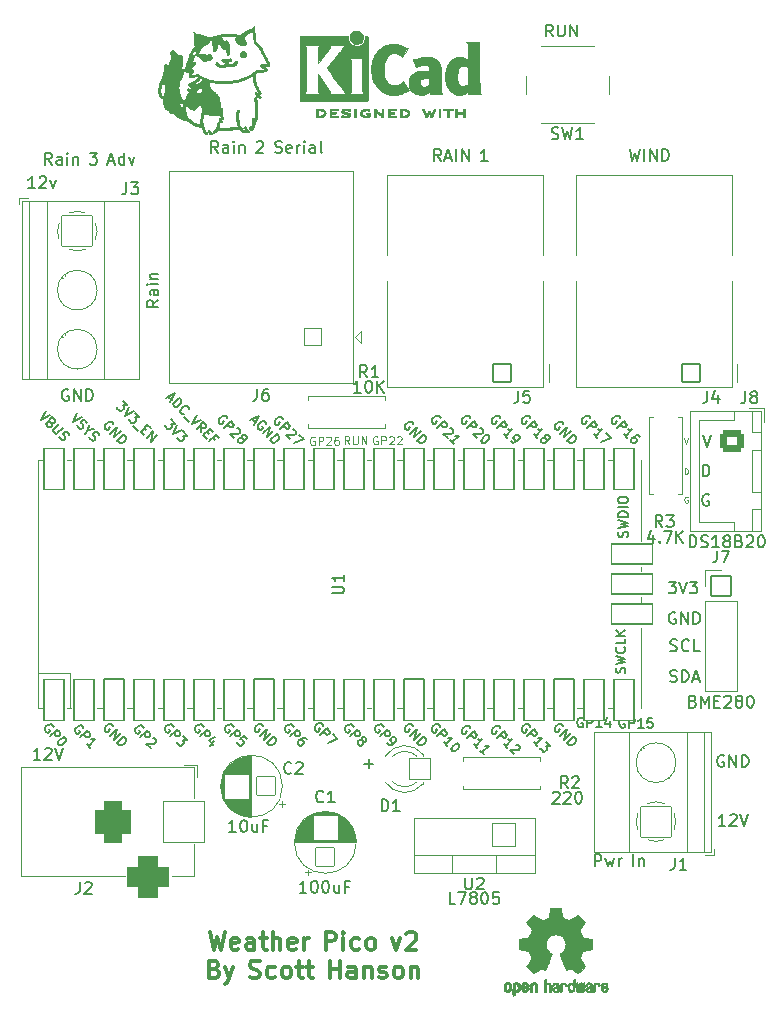
<source format=gbr>
%TF.GenerationSoftware,KiCad,Pcbnew,(7.0.0)*%
%TF.CreationDate,2023-02-26T16:33:45-05:00*%
%TF.ProjectId,Weather_Pico,57656174-6865-4725-9f50-69636f2e6b69,v2*%
%TF.SameCoordinates,Original*%
%TF.FileFunction,Legend,Top*%
%TF.FilePolarity,Positive*%
%FSLAX46Y46*%
G04 Gerber Fmt 4.6, Leading zero omitted, Abs format (unit mm)*
G04 Created by KiCad (PCBNEW (7.0.0)) date 2023-02-26 16:33:45*
%MOMM*%
%LPD*%
G01*
G04 APERTURE LIST*
G04 Aperture macros list*
%AMRoundRect*
0 Rectangle with rounded corners*
0 $1 Rounding radius*
0 $2 $3 $4 $5 $6 $7 $8 $9 X,Y pos of 4 corners*
0 Add a 4 corners polygon primitive as box body*
4,1,4,$2,$3,$4,$5,$6,$7,$8,$9,$2,$3,0*
0 Add four circle primitives for the rounded corners*
1,1,$1+$1,$2,$3*
1,1,$1+$1,$4,$5*
1,1,$1+$1,$6,$7*
1,1,$1+$1,$8,$9*
0 Add four rect primitives between the rounded corners*
20,1,$1+$1,$2,$3,$4,$5,0*
20,1,$1+$1,$4,$5,$6,$7,0*
20,1,$1+$1,$6,$7,$8,$9,0*
20,1,$1+$1,$8,$9,$2,$3,0*%
G04 Aperture macros list end*
%ADD10C,0.150000*%
%ADD11C,0.100000*%
%ADD12C,0.300000*%
%ADD13C,0.120000*%
%ADD14C,0.010000*%
%ADD15RoundRect,0.051000X-1.300000X1.300000X-1.300000X-1.300000X1.300000X-1.300000X1.300000X1.300000X0*%
%ADD16C,2.702000*%
%ADD17C,1.702000*%
%ADD18O,1.702000X1.702000*%
%ADD19RoundRect,0.051000X1.300000X-1.300000X1.300000X1.300000X-1.300000X1.300000X-1.300000X-1.300000X0*%
%ADD20RoundRect,0.051000X0.800000X-0.800000X0.800000X0.800000X-0.800000X0.800000X-0.800000X-0.800000X0*%
%ADD21RoundRect,0.051000X0.800000X0.800000X-0.800000X0.800000X-0.800000X-0.800000X0.800000X-0.800000X0*%
%ADD22C,3.802000*%
%ADD23C,3.352000*%
%ADD24RoundRect,0.051000X0.760000X0.760000X-0.760000X0.760000X-0.760000X-0.760000X0.760000X-0.760000X0*%
%ADD25C,1.622000*%
%ADD26C,3.302000*%
%ADD27RoundRect,0.051000X0.750000X0.750000X-0.750000X0.750000X-0.750000X-0.750000X0.750000X-0.750000X0*%
%ADD28C,1.602000*%
%ADD29RoundRect,0.051000X0.952500X1.000000X-0.952500X1.000000X-0.952500X-1.000000X0.952500X-1.000000X0*%
%ADD30O,2.007000X2.102000*%
%ADD31RoundRect,0.051000X-1.750000X-1.750000X1.750000X-1.750000X1.750000X1.750000X-1.750000X1.750000X0*%
%ADD32RoundRect,0.801000X-0.750000X-1.000000X0.750000X-1.000000X0.750000X1.000000X-0.750000X1.000000X0*%
%ADD33RoundRect,0.926000X-0.875000X-0.875000X0.875000X-0.875000X0.875000X0.875000X-0.875000X0.875000X0*%
%ADD34RoundRect,0.301000X-0.725000X0.600000X-0.725000X-0.600000X0.725000X-0.600000X0.725000X0.600000X0*%
%ADD35O,2.052000X1.802000*%
%ADD36C,2.102000*%
%ADD37RoundRect,0.051000X-0.850000X-0.850000X0.850000X-0.850000X0.850000X0.850000X-0.850000X0.850000X0*%
%ADD38O,1.802000X1.802000*%
%ADD39RoundRect,0.051000X0.900000X0.900000X-0.900000X0.900000X-0.900000X-0.900000X0.900000X-0.900000X0*%
%ADD40C,1.902000*%
%ADD41O,1.902000X1.902000*%
%ADD42O,1.602000X1.602000*%
%ADD43RoundRect,0.051000X0.850000X-1.750000X0.850000X1.750000X-0.850000X1.750000X-0.850000X-1.750000X0*%
%ADD44RoundRect,0.051000X0.850000X-0.850000X0.850000X0.850000X-0.850000X0.850000X-0.850000X-0.850000X0*%
%ADD45RoundRect,0.051000X1.750000X0.850000X-1.750000X0.850000X-1.750000X-0.850000X1.750000X-0.850000X0*%
G04 APERTURE END LIST*
D10*
X123238095Y-90415000D02*
X123142857Y-90367380D01*
X123142857Y-90367380D02*
X123000000Y-90367380D01*
X123000000Y-90367380D02*
X122857143Y-90415000D01*
X122857143Y-90415000D02*
X122761905Y-90510238D01*
X122761905Y-90510238D02*
X122714286Y-90605476D01*
X122714286Y-90605476D02*
X122666667Y-90795952D01*
X122666667Y-90795952D02*
X122666667Y-90938809D01*
X122666667Y-90938809D02*
X122714286Y-91129285D01*
X122714286Y-91129285D02*
X122761905Y-91224523D01*
X122761905Y-91224523D02*
X122857143Y-91319761D01*
X122857143Y-91319761D02*
X123000000Y-91367380D01*
X123000000Y-91367380D02*
X123095238Y-91367380D01*
X123095238Y-91367380D02*
X123238095Y-91319761D01*
X123238095Y-91319761D02*
X123285714Y-91272142D01*
X123285714Y-91272142D02*
X123285714Y-90938809D01*
X123285714Y-90938809D02*
X123095238Y-90938809D01*
X123714286Y-91367380D02*
X123714286Y-90367380D01*
X123714286Y-90367380D02*
X124285714Y-91367380D01*
X124285714Y-91367380D02*
X124285714Y-90367380D01*
X124761905Y-91367380D02*
X124761905Y-90367380D01*
X124761905Y-90367380D02*
X125000000Y-90367380D01*
X125000000Y-90367380D02*
X125142857Y-90415000D01*
X125142857Y-90415000D02*
X125238095Y-90510238D01*
X125238095Y-90510238D02*
X125285714Y-90605476D01*
X125285714Y-90605476D02*
X125333333Y-90795952D01*
X125333333Y-90795952D02*
X125333333Y-90938809D01*
X125333333Y-90938809D02*
X125285714Y-91129285D01*
X125285714Y-91129285D02*
X125238095Y-91224523D01*
X125238095Y-91224523D02*
X125142857Y-91319761D01*
X125142857Y-91319761D02*
X125000000Y-91367380D01*
X125000000Y-91367380D02*
X124761905Y-91367380D01*
X120428571Y-73367380D02*
X119857143Y-73367380D01*
X120142857Y-73367380D02*
X120142857Y-72367380D01*
X120142857Y-72367380D02*
X120047619Y-72510238D01*
X120047619Y-72510238D02*
X119952381Y-72605476D01*
X119952381Y-72605476D02*
X119857143Y-72653095D01*
X120809524Y-72462619D02*
X120857143Y-72415000D01*
X120857143Y-72415000D02*
X120952381Y-72367380D01*
X120952381Y-72367380D02*
X121190476Y-72367380D01*
X121190476Y-72367380D02*
X121285714Y-72415000D01*
X121285714Y-72415000D02*
X121333333Y-72462619D01*
X121333333Y-72462619D02*
X121380952Y-72557857D01*
X121380952Y-72557857D02*
X121380952Y-72653095D01*
X121380952Y-72653095D02*
X121333333Y-72795952D01*
X121333333Y-72795952D02*
X120761905Y-73367380D01*
X120761905Y-73367380D02*
X121380952Y-73367380D01*
X121714286Y-72700714D02*
X121952381Y-73367380D01*
X121952381Y-73367380D02*
X122190476Y-72700714D01*
X178880952Y-127367380D02*
X178309524Y-127367380D01*
X178595238Y-127367380D02*
X178595238Y-126367380D01*
X178595238Y-126367380D02*
X178500000Y-126510238D01*
X178500000Y-126510238D02*
X178404762Y-126605476D01*
X178404762Y-126605476D02*
X178309524Y-126653095D01*
X179261905Y-126462619D02*
X179309524Y-126415000D01*
X179309524Y-126415000D02*
X179404762Y-126367380D01*
X179404762Y-126367380D02*
X179642857Y-126367380D01*
X179642857Y-126367380D02*
X179738095Y-126415000D01*
X179738095Y-126415000D02*
X179785714Y-126462619D01*
X179785714Y-126462619D02*
X179833333Y-126557857D01*
X179833333Y-126557857D02*
X179833333Y-126653095D01*
X179833333Y-126653095D02*
X179785714Y-126795952D01*
X179785714Y-126795952D02*
X179214286Y-127367380D01*
X179214286Y-127367380D02*
X179833333Y-127367380D01*
X180119048Y-126367380D02*
X180452381Y-127367380D01*
X180452381Y-127367380D02*
X180785714Y-126367380D01*
D11*
X175680952Y-99507500D02*
X175633333Y-99483690D01*
X175633333Y-99483690D02*
X175561904Y-99483690D01*
X175561904Y-99483690D02*
X175490476Y-99507500D01*
X175490476Y-99507500D02*
X175442857Y-99555119D01*
X175442857Y-99555119D02*
X175419047Y-99602738D01*
X175419047Y-99602738D02*
X175395238Y-99697976D01*
X175395238Y-99697976D02*
X175395238Y-99769404D01*
X175395238Y-99769404D02*
X175419047Y-99864642D01*
X175419047Y-99864642D02*
X175442857Y-99912261D01*
X175442857Y-99912261D02*
X175490476Y-99959880D01*
X175490476Y-99959880D02*
X175561904Y-99983690D01*
X175561904Y-99983690D02*
X175609523Y-99983690D01*
X175609523Y-99983690D02*
X175680952Y-99959880D01*
X175680952Y-99959880D02*
X175704761Y-99936071D01*
X175704761Y-99936071D02*
X175704761Y-99769404D01*
X175704761Y-99769404D02*
X175609523Y-99769404D01*
D10*
X176938095Y-97767380D02*
X176938095Y-96767380D01*
X176938095Y-96767380D02*
X177176190Y-96767380D01*
X177176190Y-96767380D02*
X177319047Y-96815000D01*
X177319047Y-96815000D02*
X177414285Y-96910238D01*
X177414285Y-96910238D02*
X177461904Y-97005476D01*
X177461904Y-97005476D02*
X177509523Y-97195952D01*
X177509523Y-97195952D02*
X177509523Y-97338809D01*
X177509523Y-97338809D02*
X177461904Y-97529285D01*
X177461904Y-97529285D02*
X177414285Y-97624523D01*
X177414285Y-97624523D02*
X177319047Y-97719761D01*
X177319047Y-97719761D02*
X177176190Y-97767380D01*
X177176190Y-97767380D02*
X176938095Y-97767380D01*
X174061905Y-106667380D02*
X174680952Y-106667380D01*
X174680952Y-106667380D02*
X174347619Y-107048333D01*
X174347619Y-107048333D02*
X174490476Y-107048333D01*
X174490476Y-107048333D02*
X174585714Y-107095952D01*
X174585714Y-107095952D02*
X174633333Y-107143571D01*
X174633333Y-107143571D02*
X174680952Y-107238809D01*
X174680952Y-107238809D02*
X174680952Y-107476904D01*
X174680952Y-107476904D02*
X174633333Y-107572142D01*
X174633333Y-107572142D02*
X174585714Y-107619761D01*
X174585714Y-107619761D02*
X174490476Y-107667380D01*
X174490476Y-107667380D02*
X174204762Y-107667380D01*
X174204762Y-107667380D02*
X174109524Y-107619761D01*
X174109524Y-107619761D02*
X174061905Y-107572142D01*
X174966667Y-106667380D02*
X175300000Y-107667380D01*
X175300000Y-107667380D02*
X175633333Y-106667380D01*
X175871429Y-106667380D02*
X176490476Y-106667380D01*
X176490476Y-106667380D02*
X176157143Y-107048333D01*
X176157143Y-107048333D02*
X176300000Y-107048333D01*
X176300000Y-107048333D02*
X176395238Y-107095952D01*
X176395238Y-107095952D02*
X176442857Y-107143571D01*
X176442857Y-107143571D02*
X176490476Y-107238809D01*
X176490476Y-107238809D02*
X176490476Y-107476904D01*
X176490476Y-107476904D02*
X176442857Y-107572142D01*
X176442857Y-107572142D02*
X176395238Y-107619761D01*
X176395238Y-107619761D02*
X176300000Y-107667380D01*
X176300000Y-107667380D02*
X176014286Y-107667380D01*
X176014286Y-107667380D02*
X175919048Y-107619761D01*
X175919048Y-107619761D02*
X175871429Y-107572142D01*
X174209524Y-112519761D02*
X174352381Y-112567380D01*
X174352381Y-112567380D02*
X174590476Y-112567380D01*
X174590476Y-112567380D02*
X174685714Y-112519761D01*
X174685714Y-112519761D02*
X174733333Y-112472142D01*
X174733333Y-112472142D02*
X174780952Y-112376904D01*
X174780952Y-112376904D02*
X174780952Y-112281666D01*
X174780952Y-112281666D02*
X174733333Y-112186428D01*
X174733333Y-112186428D02*
X174685714Y-112138809D01*
X174685714Y-112138809D02*
X174590476Y-112091190D01*
X174590476Y-112091190D02*
X174400000Y-112043571D01*
X174400000Y-112043571D02*
X174304762Y-111995952D01*
X174304762Y-111995952D02*
X174257143Y-111948333D01*
X174257143Y-111948333D02*
X174209524Y-111853095D01*
X174209524Y-111853095D02*
X174209524Y-111757857D01*
X174209524Y-111757857D02*
X174257143Y-111662619D01*
X174257143Y-111662619D02*
X174304762Y-111615000D01*
X174304762Y-111615000D02*
X174400000Y-111567380D01*
X174400000Y-111567380D02*
X174638095Y-111567380D01*
X174638095Y-111567380D02*
X174780952Y-111615000D01*
X175780952Y-112472142D02*
X175733333Y-112519761D01*
X175733333Y-112519761D02*
X175590476Y-112567380D01*
X175590476Y-112567380D02*
X175495238Y-112567380D01*
X175495238Y-112567380D02*
X175352381Y-112519761D01*
X175352381Y-112519761D02*
X175257143Y-112424523D01*
X175257143Y-112424523D02*
X175209524Y-112329285D01*
X175209524Y-112329285D02*
X175161905Y-112138809D01*
X175161905Y-112138809D02*
X175161905Y-111995952D01*
X175161905Y-111995952D02*
X175209524Y-111805476D01*
X175209524Y-111805476D02*
X175257143Y-111710238D01*
X175257143Y-111710238D02*
X175352381Y-111615000D01*
X175352381Y-111615000D02*
X175495238Y-111567380D01*
X175495238Y-111567380D02*
X175590476Y-111567380D01*
X175590476Y-111567380D02*
X175733333Y-111615000D01*
X175733333Y-111615000D02*
X175780952Y-111662619D01*
X176685714Y-112567380D02*
X176209524Y-112567380D01*
X176209524Y-112567380D02*
X176209524Y-111567380D01*
X176966667Y-94267380D02*
X177300000Y-95267380D01*
X177300000Y-95267380D02*
X177633333Y-94267380D01*
X177461904Y-99315000D02*
X177366666Y-99267380D01*
X177366666Y-99267380D02*
X177223809Y-99267380D01*
X177223809Y-99267380D02*
X177080952Y-99315000D01*
X177080952Y-99315000D02*
X176985714Y-99410238D01*
X176985714Y-99410238D02*
X176938095Y-99505476D01*
X176938095Y-99505476D02*
X176890476Y-99695952D01*
X176890476Y-99695952D02*
X176890476Y-99838809D01*
X176890476Y-99838809D02*
X176938095Y-100029285D01*
X176938095Y-100029285D02*
X176985714Y-100124523D01*
X176985714Y-100124523D02*
X177080952Y-100219761D01*
X177080952Y-100219761D02*
X177223809Y-100267380D01*
X177223809Y-100267380D02*
X177319047Y-100267380D01*
X177319047Y-100267380D02*
X177461904Y-100219761D01*
X177461904Y-100219761D02*
X177509523Y-100172142D01*
X177509523Y-100172142D02*
X177509523Y-99838809D01*
X177509523Y-99838809D02*
X177319047Y-99838809D01*
X174185714Y-115119761D02*
X174328571Y-115167380D01*
X174328571Y-115167380D02*
X174566666Y-115167380D01*
X174566666Y-115167380D02*
X174661904Y-115119761D01*
X174661904Y-115119761D02*
X174709523Y-115072142D01*
X174709523Y-115072142D02*
X174757142Y-114976904D01*
X174757142Y-114976904D02*
X174757142Y-114881666D01*
X174757142Y-114881666D02*
X174709523Y-114786428D01*
X174709523Y-114786428D02*
X174661904Y-114738809D01*
X174661904Y-114738809D02*
X174566666Y-114691190D01*
X174566666Y-114691190D02*
X174376190Y-114643571D01*
X174376190Y-114643571D02*
X174280952Y-114595952D01*
X174280952Y-114595952D02*
X174233333Y-114548333D01*
X174233333Y-114548333D02*
X174185714Y-114453095D01*
X174185714Y-114453095D02*
X174185714Y-114357857D01*
X174185714Y-114357857D02*
X174233333Y-114262619D01*
X174233333Y-114262619D02*
X174280952Y-114215000D01*
X174280952Y-114215000D02*
X174376190Y-114167380D01*
X174376190Y-114167380D02*
X174614285Y-114167380D01*
X174614285Y-114167380D02*
X174757142Y-114215000D01*
X175185714Y-115167380D02*
X175185714Y-114167380D01*
X175185714Y-114167380D02*
X175423809Y-114167380D01*
X175423809Y-114167380D02*
X175566666Y-114215000D01*
X175566666Y-114215000D02*
X175661904Y-114310238D01*
X175661904Y-114310238D02*
X175709523Y-114405476D01*
X175709523Y-114405476D02*
X175757142Y-114595952D01*
X175757142Y-114595952D02*
X175757142Y-114738809D01*
X175757142Y-114738809D02*
X175709523Y-114929285D01*
X175709523Y-114929285D02*
X175661904Y-115024523D01*
X175661904Y-115024523D02*
X175566666Y-115119761D01*
X175566666Y-115119761D02*
X175423809Y-115167380D01*
X175423809Y-115167380D02*
X175185714Y-115167380D01*
X176138095Y-114881666D02*
X176614285Y-114881666D01*
X176042857Y-115167380D02*
X176376190Y-114167380D01*
X176376190Y-114167380D02*
X176709523Y-115167380D01*
X148319048Y-122086428D02*
X149080953Y-122086428D01*
X148700000Y-122467380D02*
X148700000Y-121705476D01*
X130867380Y-82833333D02*
X130391190Y-83166666D01*
X130867380Y-83404761D02*
X129867380Y-83404761D01*
X129867380Y-83404761D02*
X129867380Y-83023809D01*
X129867380Y-83023809D02*
X129915000Y-82928571D01*
X129915000Y-82928571D02*
X129962619Y-82880952D01*
X129962619Y-82880952D02*
X130057857Y-82833333D01*
X130057857Y-82833333D02*
X130200714Y-82833333D01*
X130200714Y-82833333D02*
X130295952Y-82880952D01*
X130295952Y-82880952D02*
X130343571Y-82928571D01*
X130343571Y-82928571D02*
X130391190Y-83023809D01*
X130391190Y-83023809D02*
X130391190Y-83404761D01*
X130867380Y-81976190D02*
X130343571Y-81976190D01*
X130343571Y-81976190D02*
X130248333Y-82023809D01*
X130248333Y-82023809D02*
X130200714Y-82119047D01*
X130200714Y-82119047D02*
X130200714Y-82309523D01*
X130200714Y-82309523D02*
X130248333Y-82404761D01*
X130819761Y-81976190D02*
X130867380Y-82071428D01*
X130867380Y-82071428D02*
X130867380Y-82309523D01*
X130867380Y-82309523D02*
X130819761Y-82404761D01*
X130819761Y-82404761D02*
X130724523Y-82452380D01*
X130724523Y-82452380D02*
X130629285Y-82452380D01*
X130629285Y-82452380D02*
X130534047Y-82404761D01*
X130534047Y-82404761D02*
X130486428Y-82309523D01*
X130486428Y-82309523D02*
X130486428Y-82071428D01*
X130486428Y-82071428D02*
X130438809Y-81976190D01*
X130867380Y-81499999D02*
X130200714Y-81499999D01*
X129867380Y-81499999D02*
X129915000Y-81547618D01*
X129915000Y-81547618D02*
X129962619Y-81499999D01*
X129962619Y-81499999D02*
X129915000Y-81452380D01*
X129915000Y-81452380D02*
X129867380Y-81499999D01*
X129867380Y-81499999D02*
X129962619Y-81499999D01*
X130200714Y-81023809D02*
X130867380Y-81023809D01*
X130295952Y-81023809D02*
X130248333Y-80976190D01*
X130248333Y-80976190D02*
X130200714Y-80880952D01*
X130200714Y-80880952D02*
X130200714Y-80738095D01*
X130200714Y-80738095D02*
X130248333Y-80642857D01*
X130248333Y-80642857D02*
X130343571Y-80595238D01*
X130343571Y-80595238D02*
X130867380Y-80595238D01*
D12*
X135207143Y-136336071D02*
X135564286Y-137836071D01*
X135564286Y-137836071D02*
X135850000Y-136764642D01*
X135850000Y-136764642D02*
X136135715Y-137836071D01*
X136135715Y-137836071D02*
X136492858Y-136336071D01*
X137635715Y-137764642D02*
X137492858Y-137836071D01*
X137492858Y-137836071D02*
X137207144Y-137836071D01*
X137207144Y-137836071D02*
X137064286Y-137764642D01*
X137064286Y-137764642D02*
X136992858Y-137621785D01*
X136992858Y-137621785D02*
X136992858Y-137050357D01*
X136992858Y-137050357D02*
X137064286Y-136907500D01*
X137064286Y-136907500D02*
X137207144Y-136836071D01*
X137207144Y-136836071D02*
X137492858Y-136836071D01*
X137492858Y-136836071D02*
X137635715Y-136907500D01*
X137635715Y-136907500D02*
X137707144Y-137050357D01*
X137707144Y-137050357D02*
X137707144Y-137193214D01*
X137707144Y-137193214D02*
X136992858Y-137336071D01*
X138992858Y-137836071D02*
X138992858Y-137050357D01*
X138992858Y-137050357D02*
X138921429Y-136907500D01*
X138921429Y-136907500D02*
X138778572Y-136836071D01*
X138778572Y-136836071D02*
X138492858Y-136836071D01*
X138492858Y-136836071D02*
X138350000Y-136907500D01*
X138992858Y-137764642D02*
X138850000Y-137836071D01*
X138850000Y-137836071D02*
X138492858Y-137836071D01*
X138492858Y-137836071D02*
X138350000Y-137764642D01*
X138350000Y-137764642D02*
X138278572Y-137621785D01*
X138278572Y-137621785D02*
X138278572Y-137478928D01*
X138278572Y-137478928D02*
X138350000Y-137336071D01*
X138350000Y-137336071D02*
X138492858Y-137264642D01*
X138492858Y-137264642D02*
X138850000Y-137264642D01*
X138850000Y-137264642D02*
X138992858Y-137193214D01*
X139492858Y-136836071D02*
X140064286Y-136836071D01*
X139707143Y-136336071D02*
X139707143Y-137621785D01*
X139707143Y-137621785D02*
X139778572Y-137764642D01*
X139778572Y-137764642D02*
X139921429Y-137836071D01*
X139921429Y-137836071D02*
X140064286Y-137836071D01*
X140564286Y-137836071D02*
X140564286Y-136336071D01*
X141207144Y-137836071D02*
X141207144Y-137050357D01*
X141207144Y-137050357D02*
X141135715Y-136907500D01*
X141135715Y-136907500D02*
X140992858Y-136836071D01*
X140992858Y-136836071D02*
X140778572Y-136836071D01*
X140778572Y-136836071D02*
X140635715Y-136907500D01*
X140635715Y-136907500D02*
X140564286Y-136978928D01*
X142492858Y-137764642D02*
X142350001Y-137836071D01*
X142350001Y-137836071D02*
X142064287Y-137836071D01*
X142064287Y-137836071D02*
X141921429Y-137764642D01*
X141921429Y-137764642D02*
X141850001Y-137621785D01*
X141850001Y-137621785D02*
X141850001Y-137050357D01*
X141850001Y-137050357D02*
X141921429Y-136907500D01*
X141921429Y-136907500D02*
X142064287Y-136836071D01*
X142064287Y-136836071D02*
X142350001Y-136836071D01*
X142350001Y-136836071D02*
X142492858Y-136907500D01*
X142492858Y-136907500D02*
X142564287Y-137050357D01*
X142564287Y-137050357D02*
X142564287Y-137193214D01*
X142564287Y-137193214D02*
X141850001Y-137336071D01*
X143207143Y-137836071D02*
X143207143Y-136836071D01*
X143207143Y-137121785D02*
X143278572Y-136978928D01*
X143278572Y-136978928D02*
X143350001Y-136907500D01*
X143350001Y-136907500D02*
X143492858Y-136836071D01*
X143492858Y-136836071D02*
X143635715Y-136836071D01*
X145035714Y-137836071D02*
X145035714Y-136336071D01*
X145035714Y-136336071D02*
X145607143Y-136336071D01*
X145607143Y-136336071D02*
X145750000Y-136407500D01*
X145750000Y-136407500D02*
X145821429Y-136478928D01*
X145821429Y-136478928D02*
X145892857Y-136621785D01*
X145892857Y-136621785D02*
X145892857Y-136836071D01*
X145892857Y-136836071D02*
X145821429Y-136978928D01*
X145821429Y-136978928D02*
X145750000Y-137050357D01*
X145750000Y-137050357D02*
X145607143Y-137121785D01*
X145607143Y-137121785D02*
X145035714Y-137121785D01*
X146535714Y-137836071D02*
X146535714Y-136836071D01*
X146535714Y-136336071D02*
X146464286Y-136407500D01*
X146464286Y-136407500D02*
X146535714Y-136478928D01*
X146535714Y-136478928D02*
X146607143Y-136407500D01*
X146607143Y-136407500D02*
X146535714Y-136336071D01*
X146535714Y-136336071D02*
X146535714Y-136478928D01*
X147892858Y-137764642D02*
X147750000Y-137836071D01*
X147750000Y-137836071D02*
X147464286Y-137836071D01*
X147464286Y-137836071D02*
X147321429Y-137764642D01*
X147321429Y-137764642D02*
X147250000Y-137693214D01*
X147250000Y-137693214D02*
X147178572Y-137550357D01*
X147178572Y-137550357D02*
X147178572Y-137121785D01*
X147178572Y-137121785D02*
X147250000Y-136978928D01*
X147250000Y-136978928D02*
X147321429Y-136907500D01*
X147321429Y-136907500D02*
X147464286Y-136836071D01*
X147464286Y-136836071D02*
X147750000Y-136836071D01*
X147750000Y-136836071D02*
X147892858Y-136907500D01*
X148750000Y-137836071D02*
X148607143Y-137764642D01*
X148607143Y-137764642D02*
X148535714Y-137693214D01*
X148535714Y-137693214D02*
X148464286Y-137550357D01*
X148464286Y-137550357D02*
X148464286Y-137121785D01*
X148464286Y-137121785D02*
X148535714Y-136978928D01*
X148535714Y-136978928D02*
X148607143Y-136907500D01*
X148607143Y-136907500D02*
X148750000Y-136836071D01*
X148750000Y-136836071D02*
X148964286Y-136836071D01*
X148964286Y-136836071D02*
X149107143Y-136907500D01*
X149107143Y-136907500D02*
X149178572Y-136978928D01*
X149178572Y-136978928D02*
X149250000Y-137121785D01*
X149250000Y-137121785D02*
X149250000Y-137550357D01*
X149250000Y-137550357D02*
X149178572Y-137693214D01*
X149178572Y-137693214D02*
X149107143Y-137764642D01*
X149107143Y-137764642D02*
X148964286Y-137836071D01*
X148964286Y-137836071D02*
X148750000Y-137836071D01*
X150650000Y-136836071D02*
X151007143Y-137836071D01*
X151007143Y-137836071D02*
X151364286Y-136836071D01*
X151864286Y-136478928D02*
X151935714Y-136407500D01*
X151935714Y-136407500D02*
X152078572Y-136336071D01*
X152078572Y-136336071D02*
X152435714Y-136336071D01*
X152435714Y-136336071D02*
X152578572Y-136407500D01*
X152578572Y-136407500D02*
X152650000Y-136478928D01*
X152650000Y-136478928D02*
X152721429Y-136621785D01*
X152721429Y-136621785D02*
X152721429Y-136764642D01*
X152721429Y-136764642D02*
X152650000Y-136978928D01*
X152650000Y-136978928D02*
X151792857Y-137836071D01*
X151792857Y-137836071D02*
X152721429Y-137836071D01*
X135635713Y-139480357D02*
X135849999Y-139551785D01*
X135849999Y-139551785D02*
X135921428Y-139623214D01*
X135921428Y-139623214D02*
X135992856Y-139766071D01*
X135992856Y-139766071D02*
X135992856Y-139980357D01*
X135992856Y-139980357D02*
X135921428Y-140123214D01*
X135921428Y-140123214D02*
X135849999Y-140194642D01*
X135849999Y-140194642D02*
X135707142Y-140266071D01*
X135707142Y-140266071D02*
X135135713Y-140266071D01*
X135135713Y-140266071D02*
X135135713Y-138766071D01*
X135135713Y-138766071D02*
X135635713Y-138766071D01*
X135635713Y-138766071D02*
X135778571Y-138837500D01*
X135778571Y-138837500D02*
X135849999Y-138908928D01*
X135849999Y-138908928D02*
X135921428Y-139051785D01*
X135921428Y-139051785D02*
X135921428Y-139194642D01*
X135921428Y-139194642D02*
X135849999Y-139337500D01*
X135849999Y-139337500D02*
X135778571Y-139408928D01*
X135778571Y-139408928D02*
X135635713Y-139480357D01*
X135635713Y-139480357D02*
X135135713Y-139480357D01*
X136492856Y-139266071D02*
X136849999Y-140266071D01*
X137207142Y-139266071D02*
X136849999Y-140266071D01*
X136849999Y-140266071D02*
X136707142Y-140623214D01*
X136707142Y-140623214D02*
X136635713Y-140694642D01*
X136635713Y-140694642D02*
X136492856Y-140766071D01*
X138607142Y-140194642D02*
X138821428Y-140266071D01*
X138821428Y-140266071D02*
X139178570Y-140266071D01*
X139178570Y-140266071D02*
X139321428Y-140194642D01*
X139321428Y-140194642D02*
X139392856Y-140123214D01*
X139392856Y-140123214D02*
X139464285Y-139980357D01*
X139464285Y-139980357D02*
X139464285Y-139837500D01*
X139464285Y-139837500D02*
X139392856Y-139694642D01*
X139392856Y-139694642D02*
X139321428Y-139623214D01*
X139321428Y-139623214D02*
X139178570Y-139551785D01*
X139178570Y-139551785D02*
X138892856Y-139480357D01*
X138892856Y-139480357D02*
X138749999Y-139408928D01*
X138749999Y-139408928D02*
X138678570Y-139337500D01*
X138678570Y-139337500D02*
X138607142Y-139194642D01*
X138607142Y-139194642D02*
X138607142Y-139051785D01*
X138607142Y-139051785D02*
X138678570Y-138908928D01*
X138678570Y-138908928D02*
X138749999Y-138837500D01*
X138749999Y-138837500D02*
X138892856Y-138766071D01*
X138892856Y-138766071D02*
X139249999Y-138766071D01*
X139249999Y-138766071D02*
X139464285Y-138837500D01*
X140749999Y-140194642D02*
X140607141Y-140266071D01*
X140607141Y-140266071D02*
X140321427Y-140266071D01*
X140321427Y-140266071D02*
X140178570Y-140194642D01*
X140178570Y-140194642D02*
X140107141Y-140123214D01*
X140107141Y-140123214D02*
X140035713Y-139980357D01*
X140035713Y-139980357D02*
X140035713Y-139551785D01*
X140035713Y-139551785D02*
X140107141Y-139408928D01*
X140107141Y-139408928D02*
X140178570Y-139337500D01*
X140178570Y-139337500D02*
X140321427Y-139266071D01*
X140321427Y-139266071D02*
X140607141Y-139266071D01*
X140607141Y-139266071D02*
X140749999Y-139337500D01*
X141607141Y-140266071D02*
X141464284Y-140194642D01*
X141464284Y-140194642D02*
X141392855Y-140123214D01*
X141392855Y-140123214D02*
X141321427Y-139980357D01*
X141321427Y-139980357D02*
X141321427Y-139551785D01*
X141321427Y-139551785D02*
X141392855Y-139408928D01*
X141392855Y-139408928D02*
X141464284Y-139337500D01*
X141464284Y-139337500D02*
X141607141Y-139266071D01*
X141607141Y-139266071D02*
X141821427Y-139266071D01*
X141821427Y-139266071D02*
X141964284Y-139337500D01*
X141964284Y-139337500D02*
X142035713Y-139408928D01*
X142035713Y-139408928D02*
X142107141Y-139551785D01*
X142107141Y-139551785D02*
X142107141Y-139980357D01*
X142107141Y-139980357D02*
X142035713Y-140123214D01*
X142035713Y-140123214D02*
X141964284Y-140194642D01*
X141964284Y-140194642D02*
X141821427Y-140266071D01*
X141821427Y-140266071D02*
X141607141Y-140266071D01*
X142535713Y-139266071D02*
X143107141Y-139266071D01*
X142749998Y-138766071D02*
X142749998Y-140051785D01*
X142749998Y-140051785D02*
X142821427Y-140194642D01*
X142821427Y-140194642D02*
X142964284Y-140266071D01*
X142964284Y-140266071D02*
X143107141Y-140266071D01*
X143392856Y-139266071D02*
X143964284Y-139266071D01*
X143607141Y-138766071D02*
X143607141Y-140051785D01*
X143607141Y-140051785D02*
X143678570Y-140194642D01*
X143678570Y-140194642D02*
X143821427Y-140266071D01*
X143821427Y-140266071D02*
X143964284Y-140266071D01*
X145364284Y-140266071D02*
X145364284Y-138766071D01*
X145364284Y-139480357D02*
X146221427Y-139480357D01*
X146221427Y-140266071D02*
X146221427Y-138766071D01*
X147578571Y-140266071D02*
X147578571Y-139480357D01*
X147578571Y-139480357D02*
X147507142Y-139337500D01*
X147507142Y-139337500D02*
X147364285Y-139266071D01*
X147364285Y-139266071D02*
X147078571Y-139266071D01*
X147078571Y-139266071D02*
X146935713Y-139337500D01*
X147578571Y-140194642D02*
X147435713Y-140266071D01*
X147435713Y-140266071D02*
X147078571Y-140266071D01*
X147078571Y-140266071D02*
X146935713Y-140194642D01*
X146935713Y-140194642D02*
X146864285Y-140051785D01*
X146864285Y-140051785D02*
X146864285Y-139908928D01*
X146864285Y-139908928D02*
X146935713Y-139766071D01*
X146935713Y-139766071D02*
X147078571Y-139694642D01*
X147078571Y-139694642D02*
X147435713Y-139694642D01*
X147435713Y-139694642D02*
X147578571Y-139623214D01*
X148292856Y-139266071D02*
X148292856Y-140266071D01*
X148292856Y-139408928D02*
X148364285Y-139337500D01*
X148364285Y-139337500D02*
X148507142Y-139266071D01*
X148507142Y-139266071D02*
X148721428Y-139266071D01*
X148721428Y-139266071D02*
X148864285Y-139337500D01*
X148864285Y-139337500D02*
X148935714Y-139480357D01*
X148935714Y-139480357D02*
X148935714Y-140266071D01*
X149578571Y-140194642D02*
X149721428Y-140266071D01*
X149721428Y-140266071D02*
X150007142Y-140266071D01*
X150007142Y-140266071D02*
X150149999Y-140194642D01*
X150149999Y-140194642D02*
X150221428Y-140051785D01*
X150221428Y-140051785D02*
X150221428Y-139980357D01*
X150221428Y-139980357D02*
X150149999Y-139837500D01*
X150149999Y-139837500D02*
X150007142Y-139766071D01*
X150007142Y-139766071D02*
X149792857Y-139766071D01*
X149792857Y-139766071D02*
X149649999Y-139694642D01*
X149649999Y-139694642D02*
X149578571Y-139551785D01*
X149578571Y-139551785D02*
X149578571Y-139480357D01*
X149578571Y-139480357D02*
X149649999Y-139337500D01*
X149649999Y-139337500D02*
X149792857Y-139266071D01*
X149792857Y-139266071D02*
X150007142Y-139266071D01*
X150007142Y-139266071D02*
X150149999Y-139337500D01*
X151078571Y-140266071D02*
X150935714Y-140194642D01*
X150935714Y-140194642D02*
X150864285Y-140123214D01*
X150864285Y-140123214D02*
X150792857Y-139980357D01*
X150792857Y-139980357D02*
X150792857Y-139551785D01*
X150792857Y-139551785D02*
X150864285Y-139408928D01*
X150864285Y-139408928D02*
X150935714Y-139337500D01*
X150935714Y-139337500D02*
X151078571Y-139266071D01*
X151078571Y-139266071D02*
X151292857Y-139266071D01*
X151292857Y-139266071D02*
X151435714Y-139337500D01*
X151435714Y-139337500D02*
X151507143Y-139408928D01*
X151507143Y-139408928D02*
X151578571Y-139551785D01*
X151578571Y-139551785D02*
X151578571Y-139980357D01*
X151578571Y-139980357D02*
X151507143Y-140123214D01*
X151507143Y-140123214D02*
X151435714Y-140194642D01*
X151435714Y-140194642D02*
X151292857Y-140266071D01*
X151292857Y-140266071D02*
X151078571Y-140266071D01*
X152221428Y-139266071D02*
X152221428Y-140266071D01*
X152221428Y-139408928D02*
X152292857Y-139337500D01*
X152292857Y-139337500D02*
X152435714Y-139266071D01*
X152435714Y-139266071D02*
X152650000Y-139266071D01*
X152650000Y-139266071D02*
X152792857Y-139337500D01*
X152792857Y-139337500D02*
X152864286Y-139480357D01*
X152864286Y-139480357D02*
X152864286Y-140266071D01*
D11*
X175383334Y-94483690D02*
X175550000Y-94983690D01*
X175550000Y-94983690D02*
X175716667Y-94483690D01*
D10*
X174638095Y-109315000D02*
X174542857Y-109267380D01*
X174542857Y-109267380D02*
X174400000Y-109267380D01*
X174400000Y-109267380D02*
X174257143Y-109315000D01*
X174257143Y-109315000D02*
X174161905Y-109410238D01*
X174161905Y-109410238D02*
X174114286Y-109505476D01*
X174114286Y-109505476D02*
X174066667Y-109695952D01*
X174066667Y-109695952D02*
X174066667Y-109838809D01*
X174066667Y-109838809D02*
X174114286Y-110029285D01*
X174114286Y-110029285D02*
X174161905Y-110124523D01*
X174161905Y-110124523D02*
X174257143Y-110219761D01*
X174257143Y-110219761D02*
X174400000Y-110267380D01*
X174400000Y-110267380D02*
X174495238Y-110267380D01*
X174495238Y-110267380D02*
X174638095Y-110219761D01*
X174638095Y-110219761D02*
X174685714Y-110172142D01*
X174685714Y-110172142D02*
X174685714Y-109838809D01*
X174685714Y-109838809D02*
X174495238Y-109838809D01*
X175114286Y-110267380D02*
X175114286Y-109267380D01*
X175114286Y-109267380D02*
X175685714Y-110267380D01*
X175685714Y-110267380D02*
X175685714Y-109267380D01*
X176161905Y-110267380D02*
X176161905Y-109267380D01*
X176161905Y-109267380D02*
X176400000Y-109267380D01*
X176400000Y-109267380D02*
X176542857Y-109315000D01*
X176542857Y-109315000D02*
X176638095Y-109410238D01*
X176638095Y-109410238D02*
X176685714Y-109505476D01*
X176685714Y-109505476D02*
X176733333Y-109695952D01*
X176733333Y-109695952D02*
X176733333Y-109838809D01*
X176733333Y-109838809D02*
X176685714Y-110029285D01*
X176685714Y-110029285D02*
X176638095Y-110124523D01*
X176638095Y-110124523D02*
X176542857Y-110219761D01*
X176542857Y-110219761D02*
X176400000Y-110267380D01*
X176400000Y-110267380D02*
X176161905Y-110267380D01*
D11*
X175419047Y-97583690D02*
X175419047Y-97083690D01*
X175419047Y-97083690D02*
X175538095Y-97083690D01*
X175538095Y-97083690D02*
X175609523Y-97107500D01*
X175609523Y-97107500D02*
X175657142Y-97155119D01*
X175657142Y-97155119D02*
X175680952Y-97202738D01*
X175680952Y-97202738D02*
X175704761Y-97297976D01*
X175704761Y-97297976D02*
X175704761Y-97369404D01*
X175704761Y-97369404D02*
X175680952Y-97464642D01*
X175680952Y-97464642D02*
X175657142Y-97512261D01*
X175657142Y-97512261D02*
X175609523Y-97559880D01*
X175609523Y-97559880D02*
X175538095Y-97583690D01*
X175538095Y-97583690D02*
X175419047Y-97583690D01*
D10*
X178738095Y-121415000D02*
X178642857Y-121367380D01*
X178642857Y-121367380D02*
X178500000Y-121367380D01*
X178500000Y-121367380D02*
X178357143Y-121415000D01*
X178357143Y-121415000D02*
X178261905Y-121510238D01*
X178261905Y-121510238D02*
X178214286Y-121605476D01*
X178214286Y-121605476D02*
X178166667Y-121795952D01*
X178166667Y-121795952D02*
X178166667Y-121938809D01*
X178166667Y-121938809D02*
X178214286Y-122129285D01*
X178214286Y-122129285D02*
X178261905Y-122224523D01*
X178261905Y-122224523D02*
X178357143Y-122319761D01*
X178357143Y-122319761D02*
X178500000Y-122367380D01*
X178500000Y-122367380D02*
X178595238Y-122367380D01*
X178595238Y-122367380D02*
X178738095Y-122319761D01*
X178738095Y-122319761D02*
X178785714Y-122272142D01*
X178785714Y-122272142D02*
X178785714Y-121938809D01*
X178785714Y-121938809D02*
X178595238Y-121938809D01*
X179214286Y-122367380D02*
X179214286Y-121367380D01*
X179214286Y-121367380D02*
X179785714Y-122367380D01*
X179785714Y-122367380D02*
X179785714Y-121367380D01*
X180261905Y-122367380D02*
X180261905Y-121367380D01*
X180261905Y-121367380D02*
X180500000Y-121367380D01*
X180500000Y-121367380D02*
X180642857Y-121415000D01*
X180642857Y-121415000D02*
X180738095Y-121510238D01*
X180738095Y-121510238D02*
X180785714Y-121605476D01*
X180785714Y-121605476D02*
X180833333Y-121795952D01*
X180833333Y-121795952D02*
X180833333Y-121938809D01*
X180833333Y-121938809D02*
X180785714Y-122129285D01*
X180785714Y-122129285D02*
X180738095Y-122224523D01*
X180738095Y-122224523D02*
X180642857Y-122319761D01*
X180642857Y-122319761D02*
X180500000Y-122367380D01*
X180500000Y-122367380D02*
X180261905Y-122367380D01*
%TO.C,J3*%
X128166666Y-72867380D02*
X128166666Y-73581666D01*
X128166666Y-73581666D02*
X128119047Y-73724523D01*
X128119047Y-73724523D02*
X128023809Y-73819761D01*
X128023809Y-73819761D02*
X127880952Y-73867380D01*
X127880952Y-73867380D02*
X127785714Y-73867380D01*
X128547619Y-72867380D02*
X129166666Y-72867380D01*
X129166666Y-72867380D02*
X128833333Y-73248333D01*
X128833333Y-73248333D02*
X128976190Y-73248333D01*
X128976190Y-73248333D02*
X129071428Y-73295952D01*
X129071428Y-73295952D02*
X129119047Y-73343571D01*
X129119047Y-73343571D02*
X129166666Y-73438809D01*
X129166666Y-73438809D02*
X129166666Y-73676904D01*
X129166666Y-73676904D02*
X129119047Y-73772142D01*
X129119047Y-73772142D02*
X129071428Y-73819761D01*
X129071428Y-73819761D02*
X128976190Y-73867380D01*
X128976190Y-73867380D02*
X128690476Y-73867380D01*
X128690476Y-73867380D02*
X128595238Y-73819761D01*
X128595238Y-73819761D02*
X128547619Y-73772142D01*
X121828571Y-71367380D02*
X121495238Y-70891190D01*
X121257143Y-71367380D02*
X121257143Y-70367380D01*
X121257143Y-70367380D02*
X121638095Y-70367380D01*
X121638095Y-70367380D02*
X121733333Y-70415000D01*
X121733333Y-70415000D02*
X121780952Y-70462619D01*
X121780952Y-70462619D02*
X121828571Y-70557857D01*
X121828571Y-70557857D02*
X121828571Y-70700714D01*
X121828571Y-70700714D02*
X121780952Y-70795952D01*
X121780952Y-70795952D02*
X121733333Y-70843571D01*
X121733333Y-70843571D02*
X121638095Y-70891190D01*
X121638095Y-70891190D02*
X121257143Y-70891190D01*
X122685714Y-71367380D02*
X122685714Y-70843571D01*
X122685714Y-70843571D02*
X122638095Y-70748333D01*
X122638095Y-70748333D02*
X122542857Y-70700714D01*
X122542857Y-70700714D02*
X122352381Y-70700714D01*
X122352381Y-70700714D02*
X122257143Y-70748333D01*
X122685714Y-71319761D02*
X122590476Y-71367380D01*
X122590476Y-71367380D02*
X122352381Y-71367380D01*
X122352381Y-71367380D02*
X122257143Y-71319761D01*
X122257143Y-71319761D02*
X122209524Y-71224523D01*
X122209524Y-71224523D02*
X122209524Y-71129285D01*
X122209524Y-71129285D02*
X122257143Y-71034047D01*
X122257143Y-71034047D02*
X122352381Y-70986428D01*
X122352381Y-70986428D02*
X122590476Y-70986428D01*
X122590476Y-70986428D02*
X122685714Y-70938809D01*
X123161905Y-71367380D02*
X123161905Y-70700714D01*
X123161905Y-70367380D02*
X123114286Y-70415000D01*
X123114286Y-70415000D02*
X123161905Y-70462619D01*
X123161905Y-70462619D02*
X123209524Y-70415000D01*
X123209524Y-70415000D02*
X123161905Y-70367380D01*
X123161905Y-70367380D02*
X123161905Y-70462619D01*
X123638095Y-70700714D02*
X123638095Y-71367380D01*
X123638095Y-70795952D02*
X123685714Y-70748333D01*
X123685714Y-70748333D02*
X123780952Y-70700714D01*
X123780952Y-70700714D02*
X123923809Y-70700714D01*
X123923809Y-70700714D02*
X124019047Y-70748333D01*
X124019047Y-70748333D02*
X124066666Y-70843571D01*
X124066666Y-70843571D02*
X124066666Y-71367380D01*
X125047619Y-70367380D02*
X125666666Y-70367380D01*
X125666666Y-70367380D02*
X125333333Y-70748333D01*
X125333333Y-70748333D02*
X125476190Y-70748333D01*
X125476190Y-70748333D02*
X125571428Y-70795952D01*
X125571428Y-70795952D02*
X125619047Y-70843571D01*
X125619047Y-70843571D02*
X125666666Y-70938809D01*
X125666666Y-70938809D02*
X125666666Y-71176904D01*
X125666666Y-71176904D02*
X125619047Y-71272142D01*
X125619047Y-71272142D02*
X125571428Y-71319761D01*
X125571428Y-71319761D02*
X125476190Y-71367380D01*
X125476190Y-71367380D02*
X125190476Y-71367380D01*
X125190476Y-71367380D02*
X125095238Y-71319761D01*
X125095238Y-71319761D02*
X125047619Y-71272142D01*
X126647619Y-71081666D02*
X127123809Y-71081666D01*
X126552381Y-71367380D02*
X126885714Y-70367380D01*
X126885714Y-70367380D02*
X127219047Y-71367380D01*
X127980952Y-71367380D02*
X127980952Y-70367380D01*
X127980952Y-71319761D02*
X127885714Y-71367380D01*
X127885714Y-71367380D02*
X127695238Y-71367380D01*
X127695238Y-71367380D02*
X127600000Y-71319761D01*
X127600000Y-71319761D02*
X127552381Y-71272142D01*
X127552381Y-71272142D02*
X127504762Y-71176904D01*
X127504762Y-71176904D02*
X127504762Y-70891190D01*
X127504762Y-70891190D02*
X127552381Y-70795952D01*
X127552381Y-70795952D02*
X127600000Y-70748333D01*
X127600000Y-70748333D02*
X127695238Y-70700714D01*
X127695238Y-70700714D02*
X127885714Y-70700714D01*
X127885714Y-70700714D02*
X127980952Y-70748333D01*
X128361905Y-70700714D02*
X128600000Y-71367380D01*
X128600000Y-71367380D02*
X128838095Y-70700714D01*
%TO.C,R1*%
X148533333Y-89367380D02*
X148200000Y-88891190D01*
X147961905Y-89367380D02*
X147961905Y-88367380D01*
X147961905Y-88367380D02*
X148342857Y-88367380D01*
X148342857Y-88367380D02*
X148438095Y-88415000D01*
X148438095Y-88415000D02*
X148485714Y-88462619D01*
X148485714Y-88462619D02*
X148533333Y-88557857D01*
X148533333Y-88557857D02*
X148533333Y-88700714D01*
X148533333Y-88700714D02*
X148485714Y-88795952D01*
X148485714Y-88795952D02*
X148438095Y-88843571D01*
X148438095Y-88843571D02*
X148342857Y-88891190D01*
X148342857Y-88891190D02*
X147961905Y-88891190D01*
X149485714Y-89367380D02*
X148914286Y-89367380D01*
X149200000Y-89367380D02*
X149200000Y-88367380D01*
X149200000Y-88367380D02*
X149104762Y-88510238D01*
X149104762Y-88510238D02*
X149009524Y-88605476D01*
X149009524Y-88605476D02*
X148914286Y-88653095D01*
X148009523Y-90667380D02*
X147438095Y-90667380D01*
X147723809Y-90667380D02*
X147723809Y-89667380D01*
X147723809Y-89667380D02*
X147628571Y-89810238D01*
X147628571Y-89810238D02*
X147533333Y-89905476D01*
X147533333Y-89905476D02*
X147438095Y-89953095D01*
X148628571Y-89667380D02*
X148723809Y-89667380D01*
X148723809Y-89667380D02*
X148819047Y-89715000D01*
X148819047Y-89715000D02*
X148866666Y-89762619D01*
X148866666Y-89762619D02*
X148914285Y-89857857D01*
X148914285Y-89857857D02*
X148961904Y-90048333D01*
X148961904Y-90048333D02*
X148961904Y-90286428D01*
X148961904Y-90286428D02*
X148914285Y-90476904D01*
X148914285Y-90476904D02*
X148866666Y-90572142D01*
X148866666Y-90572142D02*
X148819047Y-90619761D01*
X148819047Y-90619761D02*
X148723809Y-90667380D01*
X148723809Y-90667380D02*
X148628571Y-90667380D01*
X148628571Y-90667380D02*
X148533333Y-90619761D01*
X148533333Y-90619761D02*
X148485714Y-90572142D01*
X148485714Y-90572142D02*
X148438095Y-90476904D01*
X148438095Y-90476904D02*
X148390476Y-90286428D01*
X148390476Y-90286428D02*
X148390476Y-90048333D01*
X148390476Y-90048333D02*
X148438095Y-89857857D01*
X148438095Y-89857857D02*
X148485714Y-89762619D01*
X148485714Y-89762619D02*
X148533333Y-89715000D01*
X148533333Y-89715000D02*
X148628571Y-89667380D01*
X149390476Y-90667380D02*
X149390476Y-89667380D01*
X149961904Y-90667380D02*
X149533333Y-90095952D01*
X149961904Y-89667380D02*
X149390476Y-90238809D01*
%TO.C,J1*%
X174566666Y-130067380D02*
X174566666Y-130781666D01*
X174566666Y-130781666D02*
X174519047Y-130924523D01*
X174519047Y-130924523D02*
X174423809Y-131019761D01*
X174423809Y-131019761D02*
X174280952Y-131067380D01*
X174280952Y-131067380D02*
X174185714Y-131067380D01*
X175566666Y-131067380D02*
X174995238Y-131067380D01*
X175280952Y-131067380D02*
X175280952Y-130067380D01*
X175280952Y-130067380D02*
X175185714Y-130210238D01*
X175185714Y-130210238D02*
X175090476Y-130305476D01*
X175090476Y-130305476D02*
X174995238Y-130353095D01*
X167814286Y-130776368D02*
X167814286Y-129776368D01*
X167814286Y-129776368D02*
X168195238Y-129776368D01*
X168195238Y-129776368D02*
X168290476Y-129823988D01*
X168290476Y-129823988D02*
X168338095Y-129871607D01*
X168338095Y-129871607D02*
X168385714Y-129966845D01*
X168385714Y-129966845D02*
X168385714Y-130109702D01*
X168385714Y-130109702D02*
X168338095Y-130204940D01*
X168338095Y-130204940D02*
X168290476Y-130252559D01*
X168290476Y-130252559D02*
X168195238Y-130300178D01*
X168195238Y-130300178D02*
X167814286Y-130300178D01*
X168719048Y-130109702D02*
X168909524Y-130776368D01*
X168909524Y-130776368D02*
X169100000Y-130300178D01*
X169100000Y-130300178D02*
X169290476Y-130776368D01*
X169290476Y-130776368D02*
X169480952Y-130109702D01*
X169861905Y-130776368D02*
X169861905Y-130109702D01*
X169861905Y-130300178D02*
X169909524Y-130204940D01*
X169909524Y-130204940D02*
X169957143Y-130157321D01*
X169957143Y-130157321D02*
X170052381Y-130109702D01*
X170052381Y-130109702D02*
X170147619Y-130109702D01*
X171080953Y-130776368D02*
X171080953Y-129776368D01*
X171557143Y-130109702D02*
X171557143Y-130776368D01*
X171557143Y-130204940D02*
X171604762Y-130157321D01*
X171604762Y-130157321D02*
X171700000Y-130109702D01*
X171700000Y-130109702D02*
X171842857Y-130109702D01*
X171842857Y-130109702D02*
X171938095Y-130157321D01*
X171938095Y-130157321D02*
X171985714Y-130252559D01*
X171985714Y-130252559D02*
X171985714Y-130776368D01*
%TO.C,C1*%
X144833333Y-125272142D02*
X144785714Y-125319761D01*
X144785714Y-125319761D02*
X144642857Y-125367380D01*
X144642857Y-125367380D02*
X144547619Y-125367380D01*
X144547619Y-125367380D02*
X144404762Y-125319761D01*
X144404762Y-125319761D02*
X144309524Y-125224523D01*
X144309524Y-125224523D02*
X144261905Y-125129285D01*
X144261905Y-125129285D02*
X144214286Y-124938809D01*
X144214286Y-124938809D02*
X144214286Y-124795952D01*
X144214286Y-124795952D02*
X144261905Y-124605476D01*
X144261905Y-124605476D02*
X144309524Y-124510238D01*
X144309524Y-124510238D02*
X144404762Y-124415000D01*
X144404762Y-124415000D02*
X144547619Y-124367380D01*
X144547619Y-124367380D02*
X144642857Y-124367380D01*
X144642857Y-124367380D02*
X144785714Y-124415000D01*
X144785714Y-124415000D02*
X144833333Y-124462619D01*
X145785714Y-125367380D02*
X145214286Y-125367380D01*
X145500000Y-125367380D02*
X145500000Y-124367380D01*
X145500000Y-124367380D02*
X145404762Y-124510238D01*
X145404762Y-124510238D02*
X145309524Y-124605476D01*
X145309524Y-124605476D02*
X145214286Y-124653095D01*
X143402380Y-133017380D02*
X142830952Y-133017380D01*
X143116666Y-133017380D02*
X143116666Y-132017380D01*
X143116666Y-132017380D02*
X143021428Y-132160238D01*
X143021428Y-132160238D02*
X142926190Y-132255476D01*
X142926190Y-132255476D02*
X142830952Y-132303095D01*
X144021428Y-132017380D02*
X144116666Y-132017380D01*
X144116666Y-132017380D02*
X144211904Y-132065000D01*
X144211904Y-132065000D02*
X144259523Y-132112619D01*
X144259523Y-132112619D02*
X144307142Y-132207857D01*
X144307142Y-132207857D02*
X144354761Y-132398333D01*
X144354761Y-132398333D02*
X144354761Y-132636428D01*
X144354761Y-132636428D02*
X144307142Y-132826904D01*
X144307142Y-132826904D02*
X144259523Y-132922142D01*
X144259523Y-132922142D02*
X144211904Y-132969761D01*
X144211904Y-132969761D02*
X144116666Y-133017380D01*
X144116666Y-133017380D02*
X144021428Y-133017380D01*
X144021428Y-133017380D02*
X143926190Y-132969761D01*
X143926190Y-132969761D02*
X143878571Y-132922142D01*
X143878571Y-132922142D02*
X143830952Y-132826904D01*
X143830952Y-132826904D02*
X143783333Y-132636428D01*
X143783333Y-132636428D02*
X143783333Y-132398333D01*
X143783333Y-132398333D02*
X143830952Y-132207857D01*
X143830952Y-132207857D02*
X143878571Y-132112619D01*
X143878571Y-132112619D02*
X143926190Y-132065000D01*
X143926190Y-132065000D02*
X144021428Y-132017380D01*
X144973809Y-132017380D02*
X145069047Y-132017380D01*
X145069047Y-132017380D02*
X145164285Y-132065000D01*
X145164285Y-132065000D02*
X145211904Y-132112619D01*
X145211904Y-132112619D02*
X145259523Y-132207857D01*
X145259523Y-132207857D02*
X145307142Y-132398333D01*
X145307142Y-132398333D02*
X145307142Y-132636428D01*
X145307142Y-132636428D02*
X145259523Y-132826904D01*
X145259523Y-132826904D02*
X145211904Y-132922142D01*
X145211904Y-132922142D02*
X145164285Y-132969761D01*
X145164285Y-132969761D02*
X145069047Y-133017380D01*
X145069047Y-133017380D02*
X144973809Y-133017380D01*
X144973809Y-133017380D02*
X144878571Y-132969761D01*
X144878571Y-132969761D02*
X144830952Y-132922142D01*
X144830952Y-132922142D02*
X144783333Y-132826904D01*
X144783333Y-132826904D02*
X144735714Y-132636428D01*
X144735714Y-132636428D02*
X144735714Y-132398333D01*
X144735714Y-132398333D02*
X144783333Y-132207857D01*
X144783333Y-132207857D02*
X144830952Y-132112619D01*
X144830952Y-132112619D02*
X144878571Y-132065000D01*
X144878571Y-132065000D02*
X144973809Y-132017380D01*
X146164285Y-132350714D02*
X146164285Y-133017380D01*
X145735714Y-132350714D02*
X145735714Y-132874523D01*
X145735714Y-132874523D02*
X145783333Y-132969761D01*
X145783333Y-132969761D02*
X145878571Y-133017380D01*
X145878571Y-133017380D02*
X146021428Y-133017380D01*
X146021428Y-133017380D02*
X146116666Y-132969761D01*
X146116666Y-132969761D02*
X146164285Y-132922142D01*
X146973809Y-132493571D02*
X146640476Y-132493571D01*
X146640476Y-133017380D02*
X146640476Y-132017380D01*
X146640476Y-132017380D02*
X147116666Y-132017380D01*
%TO.C,C2*%
X142133333Y-122872142D02*
X142085714Y-122919761D01*
X142085714Y-122919761D02*
X141942857Y-122967380D01*
X141942857Y-122967380D02*
X141847619Y-122967380D01*
X141847619Y-122967380D02*
X141704762Y-122919761D01*
X141704762Y-122919761D02*
X141609524Y-122824523D01*
X141609524Y-122824523D02*
X141561905Y-122729285D01*
X141561905Y-122729285D02*
X141514286Y-122538809D01*
X141514286Y-122538809D02*
X141514286Y-122395952D01*
X141514286Y-122395952D02*
X141561905Y-122205476D01*
X141561905Y-122205476D02*
X141609524Y-122110238D01*
X141609524Y-122110238D02*
X141704762Y-122015000D01*
X141704762Y-122015000D02*
X141847619Y-121967380D01*
X141847619Y-121967380D02*
X141942857Y-121967380D01*
X141942857Y-121967380D02*
X142085714Y-122015000D01*
X142085714Y-122015000D02*
X142133333Y-122062619D01*
X142514286Y-122062619D02*
X142561905Y-122015000D01*
X142561905Y-122015000D02*
X142657143Y-121967380D01*
X142657143Y-121967380D02*
X142895238Y-121967380D01*
X142895238Y-121967380D02*
X142990476Y-122015000D01*
X142990476Y-122015000D02*
X143038095Y-122062619D01*
X143038095Y-122062619D02*
X143085714Y-122157857D01*
X143085714Y-122157857D02*
X143085714Y-122253095D01*
X143085714Y-122253095D02*
X143038095Y-122395952D01*
X143038095Y-122395952D02*
X142466667Y-122967380D01*
X142466667Y-122967380D02*
X143085714Y-122967380D01*
X137428571Y-127867380D02*
X136857143Y-127867380D01*
X137142857Y-127867380D02*
X137142857Y-126867380D01*
X137142857Y-126867380D02*
X137047619Y-127010238D01*
X137047619Y-127010238D02*
X136952381Y-127105476D01*
X136952381Y-127105476D02*
X136857143Y-127153095D01*
X138047619Y-126867380D02*
X138142857Y-126867380D01*
X138142857Y-126867380D02*
X138238095Y-126915000D01*
X138238095Y-126915000D02*
X138285714Y-126962619D01*
X138285714Y-126962619D02*
X138333333Y-127057857D01*
X138333333Y-127057857D02*
X138380952Y-127248333D01*
X138380952Y-127248333D02*
X138380952Y-127486428D01*
X138380952Y-127486428D02*
X138333333Y-127676904D01*
X138333333Y-127676904D02*
X138285714Y-127772142D01*
X138285714Y-127772142D02*
X138238095Y-127819761D01*
X138238095Y-127819761D02*
X138142857Y-127867380D01*
X138142857Y-127867380D02*
X138047619Y-127867380D01*
X138047619Y-127867380D02*
X137952381Y-127819761D01*
X137952381Y-127819761D02*
X137904762Y-127772142D01*
X137904762Y-127772142D02*
X137857143Y-127676904D01*
X137857143Y-127676904D02*
X137809524Y-127486428D01*
X137809524Y-127486428D02*
X137809524Y-127248333D01*
X137809524Y-127248333D02*
X137857143Y-127057857D01*
X137857143Y-127057857D02*
X137904762Y-126962619D01*
X137904762Y-126962619D02*
X137952381Y-126915000D01*
X137952381Y-126915000D02*
X138047619Y-126867380D01*
X139238095Y-127200714D02*
X139238095Y-127867380D01*
X138809524Y-127200714D02*
X138809524Y-127724523D01*
X138809524Y-127724523D02*
X138857143Y-127819761D01*
X138857143Y-127819761D02*
X138952381Y-127867380D01*
X138952381Y-127867380D02*
X139095238Y-127867380D01*
X139095238Y-127867380D02*
X139190476Y-127819761D01*
X139190476Y-127819761D02*
X139238095Y-127772142D01*
X140047619Y-127343571D02*
X139714286Y-127343571D01*
X139714286Y-127867380D02*
X139714286Y-126867380D01*
X139714286Y-126867380D02*
X140190476Y-126867380D01*
%TO.C,J4*%
X177336666Y-90527380D02*
X177336666Y-91241666D01*
X177336666Y-91241666D02*
X177289047Y-91384523D01*
X177289047Y-91384523D02*
X177193809Y-91479761D01*
X177193809Y-91479761D02*
X177050952Y-91527380D01*
X177050952Y-91527380D02*
X176955714Y-91527380D01*
X178241428Y-90860714D02*
X178241428Y-91527380D01*
X178003333Y-90479761D02*
X177765238Y-91194047D01*
X177765238Y-91194047D02*
X178384285Y-91194047D01*
X170769524Y-70067380D02*
X171007619Y-71067380D01*
X171007619Y-71067380D02*
X171198095Y-70353095D01*
X171198095Y-70353095D02*
X171388571Y-71067380D01*
X171388571Y-71067380D02*
X171626667Y-70067380D01*
X172007619Y-71067380D02*
X172007619Y-70067380D01*
X172483809Y-71067380D02*
X172483809Y-70067380D01*
X172483809Y-70067380D02*
X173055237Y-71067380D01*
X173055237Y-71067380D02*
X173055237Y-70067380D01*
X173531428Y-71067380D02*
X173531428Y-70067380D01*
X173531428Y-70067380D02*
X173769523Y-70067380D01*
X173769523Y-70067380D02*
X173912380Y-70115000D01*
X173912380Y-70115000D02*
X174007618Y-70210238D01*
X174007618Y-70210238D02*
X174055237Y-70305476D01*
X174055237Y-70305476D02*
X174102856Y-70495952D01*
X174102856Y-70495952D02*
X174102856Y-70638809D01*
X174102856Y-70638809D02*
X174055237Y-70829285D01*
X174055237Y-70829285D02*
X174007618Y-70924523D01*
X174007618Y-70924523D02*
X173912380Y-71019761D01*
X173912380Y-71019761D02*
X173769523Y-71067380D01*
X173769523Y-71067380D02*
X173531428Y-71067380D01*
%TO.C,J5*%
X161336666Y-90527380D02*
X161336666Y-91241666D01*
X161336666Y-91241666D02*
X161289047Y-91384523D01*
X161289047Y-91384523D02*
X161193809Y-91479761D01*
X161193809Y-91479761D02*
X161050952Y-91527380D01*
X161050952Y-91527380D02*
X160955714Y-91527380D01*
X162289047Y-90527380D02*
X161812857Y-90527380D01*
X161812857Y-90527380D02*
X161765238Y-91003571D01*
X161765238Y-91003571D02*
X161812857Y-90955952D01*
X161812857Y-90955952D02*
X161908095Y-90908333D01*
X161908095Y-90908333D02*
X162146190Y-90908333D01*
X162146190Y-90908333D02*
X162241428Y-90955952D01*
X162241428Y-90955952D02*
X162289047Y-91003571D01*
X162289047Y-91003571D02*
X162336666Y-91098809D01*
X162336666Y-91098809D02*
X162336666Y-91336904D01*
X162336666Y-91336904D02*
X162289047Y-91432142D01*
X162289047Y-91432142D02*
X162241428Y-91479761D01*
X162241428Y-91479761D02*
X162146190Y-91527380D01*
X162146190Y-91527380D02*
X161908095Y-91527380D01*
X161908095Y-91527380D02*
X161812857Y-91479761D01*
X161812857Y-91479761D02*
X161765238Y-91432142D01*
X154802857Y-71067380D02*
X154469524Y-70591190D01*
X154231429Y-71067380D02*
X154231429Y-70067380D01*
X154231429Y-70067380D02*
X154612381Y-70067380D01*
X154612381Y-70067380D02*
X154707619Y-70115000D01*
X154707619Y-70115000D02*
X154755238Y-70162619D01*
X154755238Y-70162619D02*
X154802857Y-70257857D01*
X154802857Y-70257857D02*
X154802857Y-70400714D01*
X154802857Y-70400714D02*
X154755238Y-70495952D01*
X154755238Y-70495952D02*
X154707619Y-70543571D01*
X154707619Y-70543571D02*
X154612381Y-70591190D01*
X154612381Y-70591190D02*
X154231429Y-70591190D01*
X155183810Y-70781666D02*
X155660000Y-70781666D01*
X155088572Y-71067380D02*
X155421905Y-70067380D01*
X155421905Y-70067380D02*
X155755238Y-71067380D01*
X156088572Y-71067380D02*
X156088572Y-70067380D01*
X156564762Y-71067380D02*
X156564762Y-70067380D01*
X156564762Y-70067380D02*
X157136190Y-71067380D01*
X157136190Y-71067380D02*
X157136190Y-70067380D01*
X158736190Y-71067380D02*
X158164762Y-71067380D01*
X158450476Y-71067380D02*
X158450476Y-70067380D01*
X158450476Y-70067380D02*
X158355238Y-70210238D01*
X158355238Y-70210238D02*
X158260000Y-70305476D01*
X158260000Y-70305476D02*
X158164762Y-70353095D01*
%TO.C,J6*%
X139221666Y-90367380D02*
X139221666Y-91081666D01*
X139221666Y-91081666D02*
X139174047Y-91224523D01*
X139174047Y-91224523D02*
X139078809Y-91319761D01*
X139078809Y-91319761D02*
X138935952Y-91367380D01*
X138935952Y-91367380D02*
X138840714Y-91367380D01*
X140126428Y-90367380D02*
X139935952Y-90367380D01*
X139935952Y-90367380D02*
X139840714Y-90415000D01*
X139840714Y-90415000D02*
X139793095Y-90462619D01*
X139793095Y-90462619D02*
X139697857Y-90605476D01*
X139697857Y-90605476D02*
X139650238Y-90795952D01*
X139650238Y-90795952D02*
X139650238Y-91176904D01*
X139650238Y-91176904D02*
X139697857Y-91272142D01*
X139697857Y-91272142D02*
X139745476Y-91319761D01*
X139745476Y-91319761D02*
X139840714Y-91367380D01*
X139840714Y-91367380D02*
X140031190Y-91367380D01*
X140031190Y-91367380D02*
X140126428Y-91319761D01*
X140126428Y-91319761D02*
X140174047Y-91272142D01*
X140174047Y-91272142D02*
X140221666Y-91176904D01*
X140221666Y-91176904D02*
X140221666Y-90938809D01*
X140221666Y-90938809D02*
X140174047Y-90843571D01*
X140174047Y-90843571D02*
X140126428Y-90795952D01*
X140126428Y-90795952D02*
X140031190Y-90748333D01*
X140031190Y-90748333D02*
X139840714Y-90748333D01*
X139840714Y-90748333D02*
X139745476Y-90795952D01*
X139745476Y-90795952D02*
X139697857Y-90843571D01*
X139697857Y-90843571D02*
X139650238Y-90938809D01*
X135923809Y-70367380D02*
X135590476Y-69891190D01*
X135352381Y-70367380D02*
X135352381Y-69367380D01*
X135352381Y-69367380D02*
X135733333Y-69367380D01*
X135733333Y-69367380D02*
X135828571Y-69415000D01*
X135828571Y-69415000D02*
X135876190Y-69462619D01*
X135876190Y-69462619D02*
X135923809Y-69557857D01*
X135923809Y-69557857D02*
X135923809Y-69700714D01*
X135923809Y-69700714D02*
X135876190Y-69795952D01*
X135876190Y-69795952D02*
X135828571Y-69843571D01*
X135828571Y-69843571D02*
X135733333Y-69891190D01*
X135733333Y-69891190D02*
X135352381Y-69891190D01*
X136780952Y-70367380D02*
X136780952Y-69843571D01*
X136780952Y-69843571D02*
X136733333Y-69748333D01*
X136733333Y-69748333D02*
X136638095Y-69700714D01*
X136638095Y-69700714D02*
X136447619Y-69700714D01*
X136447619Y-69700714D02*
X136352381Y-69748333D01*
X136780952Y-70319761D02*
X136685714Y-70367380D01*
X136685714Y-70367380D02*
X136447619Y-70367380D01*
X136447619Y-70367380D02*
X136352381Y-70319761D01*
X136352381Y-70319761D02*
X136304762Y-70224523D01*
X136304762Y-70224523D02*
X136304762Y-70129285D01*
X136304762Y-70129285D02*
X136352381Y-70034047D01*
X136352381Y-70034047D02*
X136447619Y-69986428D01*
X136447619Y-69986428D02*
X136685714Y-69986428D01*
X136685714Y-69986428D02*
X136780952Y-69938809D01*
X137257143Y-70367380D02*
X137257143Y-69700714D01*
X137257143Y-69367380D02*
X137209524Y-69415000D01*
X137209524Y-69415000D02*
X137257143Y-69462619D01*
X137257143Y-69462619D02*
X137304762Y-69415000D01*
X137304762Y-69415000D02*
X137257143Y-69367380D01*
X137257143Y-69367380D02*
X137257143Y-69462619D01*
X137733333Y-69700714D02*
X137733333Y-70367380D01*
X137733333Y-69795952D02*
X137780952Y-69748333D01*
X137780952Y-69748333D02*
X137876190Y-69700714D01*
X137876190Y-69700714D02*
X138019047Y-69700714D01*
X138019047Y-69700714D02*
X138114285Y-69748333D01*
X138114285Y-69748333D02*
X138161904Y-69843571D01*
X138161904Y-69843571D02*
X138161904Y-70367380D01*
X139190476Y-69462619D02*
X139238095Y-69415000D01*
X139238095Y-69415000D02*
X139333333Y-69367380D01*
X139333333Y-69367380D02*
X139571428Y-69367380D01*
X139571428Y-69367380D02*
X139666666Y-69415000D01*
X139666666Y-69415000D02*
X139714285Y-69462619D01*
X139714285Y-69462619D02*
X139761904Y-69557857D01*
X139761904Y-69557857D02*
X139761904Y-69653095D01*
X139761904Y-69653095D02*
X139714285Y-69795952D01*
X139714285Y-69795952D02*
X139142857Y-70367380D01*
X139142857Y-70367380D02*
X139761904Y-70367380D01*
X140742857Y-70319761D02*
X140885714Y-70367380D01*
X140885714Y-70367380D02*
X141123809Y-70367380D01*
X141123809Y-70367380D02*
X141219047Y-70319761D01*
X141219047Y-70319761D02*
X141266666Y-70272142D01*
X141266666Y-70272142D02*
X141314285Y-70176904D01*
X141314285Y-70176904D02*
X141314285Y-70081666D01*
X141314285Y-70081666D02*
X141266666Y-69986428D01*
X141266666Y-69986428D02*
X141219047Y-69938809D01*
X141219047Y-69938809D02*
X141123809Y-69891190D01*
X141123809Y-69891190D02*
X140933333Y-69843571D01*
X140933333Y-69843571D02*
X140838095Y-69795952D01*
X140838095Y-69795952D02*
X140790476Y-69748333D01*
X140790476Y-69748333D02*
X140742857Y-69653095D01*
X140742857Y-69653095D02*
X140742857Y-69557857D01*
X140742857Y-69557857D02*
X140790476Y-69462619D01*
X140790476Y-69462619D02*
X140838095Y-69415000D01*
X140838095Y-69415000D02*
X140933333Y-69367380D01*
X140933333Y-69367380D02*
X141171428Y-69367380D01*
X141171428Y-69367380D02*
X141314285Y-69415000D01*
X142123809Y-70319761D02*
X142028571Y-70367380D01*
X142028571Y-70367380D02*
X141838095Y-70367380D01*
X141838095Y-70367380D02*
X141742857Y-70319761D01*
X141742857Y-70319761D02*
X141695238Y-70224523D01*
X141695238Y-70224523D02*
X141695238Y-69843571D01*
X141695238Y-69843571D02*
X141742857Y-69748333D01*
X141742857Y-69748333D02*
X141838095Y-69700714D01*
X141838095Y-69700714D02*
X142028571Y-69700714D01*
X142028571Y-69700714D02*
X142123809Y-69748333D01*
X142123809Y-69748333D02*
X142171428Y-69843571D01*
X142171428Y-69843571D02*
X142171428Y-69938809D01*
X142171428Y-69938809D02*
X141695238Y-70034047D01*
X142600000Y-70367380D02*
X142600000Y-69700714D01*
X142600000Y-69891190D02*
X142647619Y-69795952D01*
X142647619Y-69795952D02*
X142695238Y-69748333D01*
X142695238Y-69748333D02*
X142790476Y-69700714D01*
X142790476Y-69700714D02*
X142885714Y-69700714D01*
X143219048Y-70367380D02*
X143219048Y-69700714D01*
X143219048Y-69367380D02*
X143171429Y-69415000D01*
X143171429Y-69415000D02*
X143219048Y-69462619D01*
X143219048Y-69462619D02*
X143266667Y-69415000D01*
X143266667Y-69415000D02*
X143219048Y-69367380D01*
X143219048Y-69367380D02*
X143219048Y-69462619D01*
X144123809Y-70367380D02*
X144123809Y-69843571D01*
X144123809Y-69843571D02*
X144076190Y-69748333D01*
X144076190Y-69748333D02*
X143980952Y-69700714D01*
X143980952Y-69700714D02*
X143790476Y-69700714D01*
X143790476Y-69700714D02*
X143695238Y-69748333D01*
X144123809Y-70319761D02*
X144028571Y-70367380D01*
X144028571Y-70367380D02*
X143790476Y-70367380D01*
X143790476Y-70367380D02*
X143695238Y-70319761D01*
X143695238Y-70319761D02*
X143647619Y-70224523D01*
X143647619Y-70224523D02*
X143647619Y-70129285D01*
X143647619Y-70129285D02*
X143695238Y-70034047D01*
X143695238Y-70034047D02*
X143790476Y-69986428D01*
X143790476Y-69986428D02*
X144028571Y-69986428D01*
X144028571Y-69986428D02*
X144123809Y-69938809D01*
X144742857Y-70367380D02*
X144647619Y-70319761D01*
X144647619Y-70319761D02*
X144600000Y-70224523D01*
X144600000Y-70224523D02*
X144600000Y-69367380D01*
%TO.C,U2*%
X156848095Y-131737380D02*
X156848095Y-132546904D01*
X156848095Y-132546904D02*
X156895714Y-132642142D01*
X156895714Y-132642142D02*
X156943333Y-132689761D01*
X156943333Y-132689761D02*
X157038571Y-132737380D01*
X157038571Y-132737380D02*
X157229047Y-132737380D01*
X157229047Y-132737380D02*
X157324285Y-132689761D01*
X157324285Y-132689761D02*
X157371904Y-132642142D01*
X157371904Y-132642142D02*
X157419523Y-132546904D01*
X157419523Y-132546904D02*
X157419523Y-131737380D01*
X157848095Y-131832619D02*
X157895714Y-131785000D01*
X157895714Y-131785000D02*
X157990952Y-131737380D01*
X157990952Y-131737380D02*
X158229047Y-131737380D01*
X158229047Y-131737380D02*
X158324285Y-131785000D01*
X158324285Y-131785000D02*
X158371904Y-131832619D01*
X158371904Y-131832619D02*
X158419523Y-131927857D01*
X158419523Y-131927857D02*
X158419523Y-132023095D01*
X158419523Y-132023095D02*
X158371904Y-132165952D01*
X158371904Y-132165952D02*
X157800476Y-132737380D01*
X157800476Y-132737380D02*
X158419523Y-132737380D01*
X156014761Y-133967380D02*
X155538571Y-133967380D01*
X155538571Y-133967380D02*
X155538571Y-132967380D01*
X156252857Y-132967380D02*
X156919523Y-132967380D01*
X156919523Y-132967380D02*
X156490952Y-133967380D01*
X157443333Y-133395952D02*
X157348095Y-133348333D01*
X157348095Y-133348333D02*
X157300476Y-133300714D01*
X157300476Y-133300714D02*
X157252857Y-133205476D01*
X157252857Y-133205476D02*
X157252857Y-133157857D01*
X157252857Y-133157857D02*
X157300476Y-133062619D01*
X157300476Y-133062619D02*
X157348095Y-133015000D01*
X157348095Y-133015000D02*
X157443333Y-132967380D01*
X157443333Y-132967380D02*
X157633809Y-132967380D01*
X157633809Y-132967380D02*
X157729047Y-133015000D01*
X157729047Y-133015000D02*
X157776666Y-133062619D01*
X157776666Y-133062619D02*
X157824285Y-133157857D01*
X157824285Y-133157857D02*
X157824285Y-133205476D01*
X157824285Y-133205476D02*
X157776666Y-133300714D01*
X157776666Y-133300714D02*
X157729047Y-133348333D01*
X157729047Y-133348333D02*
X157633809Y-133395952D01*
X157633809Y-133395952D02*
X157443333Y-133395952D01*
X157443333Y-133395952D02*
X157348095Y-133443571D01*
X157348095Y-133443571D02*
X157300476Y-133491190D01*
X157300476Y-133491190D02*
X157252857Y-133586428D01*
X157252857Y-133586428D02*
X157252857Y-133776904D01*
X157252857Y-133776904D02*
X157300476Y-133872142D01*
X157300476Y-133872142D02*
X157348095Y-133919761D01*
X157348095Y-133919761D02*
X157443333Y-133967380D01*
X157443333Y-133967380D02*
X157633809Y-133967380D01*
X157633809Y-133967380D02*
X157729047Y-133919761D01*
X157729047Y-133919761D02*
X157776666Y-133872142D01*
X157776666Y-133872142D02*
X157824285Y-133776904D01*
X157824285Y-133776904D02*
X157824285Y-133586428D01*
X157824285Y-133586428D02*
X157776666Y-133491190D01*
X157776666Y-133491190D02*
X157729047Y-133443571D01*
X157729047Y-133443571D02*
X157633809Y-133395952D01*
X158443333Y-132967380D02*
X158538571Y-132967380D01*
X158538571Y-132967380D02*
X158633809Y-133015000D01*
X158633809Y-133015000D02*
X158681428Y-133062619D01*
X158681428Y-133062619D02*
X158729047Y-133157857D01*
X158729047Y-133157857D02*
X158776666Y-133348333D01*
X158776666Y-133348333D02*
X158776666Y-133586428D01*
X158776666Y-133586428D02*
X158729047Y-133776904D01*
X158729047Y-133776904D02*
X158681428Y-133872142D01*
X158681428Y-133872142D02*
X158633809Y-133919761D01*
X158633809Y-133919761D02*
X158538571Y-133967380D01*
X158538571Y-133967380D02*
X158443333Y-133967380D01*
X158443333Y-133967380D02*
X158348095Y-133919761D01*
X158348095Y-133919761D02*
X158300476Y-133872142D01*
X158300476Y-133872142D02*
X158252857Y-133776904D01*
X158252857Y-133776904D02*
X158205238Y-133586428D01*
X158205238Y-133586428D02*
X158205238Y-133348333D01*
X158205238Y-133348333D02*
X158252857Y-133157857D01*
X158252857Y-133157857D02*
X158300476Y-133062619D01*
X158300476Y-133062619D02*
X158348095Y-133015000D01*
X158348095Y-133015000D02*
X158443333Y-132967380D01*
X159681428Y-132967380D02*
X159205238Y-132967380D01*
X159205238Y-132967380D02*
X159157619Y-133443571D01*
X159157619Y-133443571D02*
X159205238Y-133395952D01*
X159205238Y-133395952D02*
X159300476Y-133348333D01*
X159300476Y-133348333D02*
X159538571Y-133348333D01*
X159538571Y-133348333D02*
X159633809Y-133395952D01*
X159633809Y-133395952D02*
X159681428Y-133443571D01*
X159681428Y-133443571D02*
X159729047Y-133538809D01*
X159729047Y-133538809D02*
X159729047Y-133776904D01*
X159729047Y-133776904D02*
X159681428Y-133872142D01*
X159681428Y-133872142D02*
X159633809Y-133919761D01*
X159633809Y-133919761D02*
X159538571Y-133967380D01*
X159538571Y-133967380D02*
X159300476Y-133967380D01*
X159300476Y-133967380D02*
X159205238Y-133919761D01*
X159205238Y-133919761D02*
X159157619Y-133872142D01*
%TO.C,J2*%
X124216666Y-132117380D02*
X124216666Y-132831666D01*
X124216666Y-132831666D02*
X124169047Y-132974523D01*
X124169047Y-132974523D02*
X124073809Y-133069761D01*
X124073809Y-133069761D02*
X123930952Y-133117380D01*
X123930952Y-133117380D02*
X123835714Y-133117380D01*
X124645238Y-132212619D02*
X124692857Y-132165000D01*
X124692857Y-132165000D02*
X124788095Y-132117380D01*
X124788095Y-132117380D02*
X125026190Y-132117380D01*
X125026190Y-132117380D02*
X125121428Y-132165000D01*
X125121428Y-132165000D02*
X125169047Y-132212619D01*
X125169047Y-132212619D02*
X125216666Y-132307857D01*
X125216666Y-132307857D02*
X125216666Y-132403095D01*
X125216666Y-132403095D02*
X125169047Y-132545952D01*
X125169047Y-132545952D02*
X124597619Y-133117380D01*
X124597619Y-133117380D02*
X125216666Y-133117380D01*
X120880952Y-121767380D02*
X120309524Y-121767380D01*
X120595238Y-121767380D02*
X120595238Y-120767380D01*
X120595238Y-120767380D02*
X120500000Y-120910238D01*
X120500000Y-120910238D02*
X120404762Y-121005476D01*
X120404762Y-121005476D02*
X120309524Y-121053095D01*
X121261905Y-120862619D02*
X121309524Y-120815000D01*
X121309524Y-120815000D02*
X121404762Y-120767380D01*
X121404762Y-120767380D02*
X121642857Y-120767380D01*
X121642857Y-120767380D02*
X121738095Y-120815000D01*
X121738095Y-120815000D02*
X121785714Y-120862619D01*
X121785714Y-120862619D02*
X121833333Y-120957857D01*
X121833333Y-120957857D02*
X121833333Y-121053095D01*
X121833333Y-121053095D02*
X121785714Y-121195952D01*
X121785714Y-121195952D02*
X121214286Y-121767380D01*
X121214286Y-121767380D02*
X121833333Y-121767380D01*
X122119048Y-120767380D02*
X122452381Y-121767380D01*
X122452381Y-121767380D02*
X122785714Y-120767380D01*
%TO.C,R2*%
X165533333Y-124167380D02*
X165200000Y-123691190D01*
X164961905Y-124167380D02*
X164961905Y-123167380D01*
X164961905Y-123167380D02*
X165342857Y-123167380D01*
X165342857Y-123167380D02*
X165438095Y-123215000D01*
X165438095Y-123215000D02*
X165485714Y-123262619D01*
X165485714Y-123262619D02*
X165533333Y-123357857D01*
X165533333Y-123357857D02*
X165533333Y-123500714D01*
X165533333Y-123500714D02*
X165485714Y-123595952D01*
X165485714Y-123595952D02*
X165438095Y-123643571D01*
X165438095Y-123643571D02*
X165342857Y-123691190D01*
X165342857Y-123691190D02*
X164961905Y-123691190D01*
X165914286Y-123262619D02*
X165961905Y-123215000D01*
X165961905Y-123215000D02*
X166057143Y-123167380D01*
X166057143Y-123167380D02*
X166295238Y-123167380D01*
X166295238Y-123167380D02*
X166390476Y-123215000D01*
X166390476Y-123215000D02*
X166438095Y-123262619D01*
X166438095Y-123262619D02*
X166485714Y-123357857D01*
X166485714Y-123357857D02*
X166485714Y-123453095D01*
X166485714Y-123453095D02*
X166438095Y-123595952D01*
X166438095Y-123595952D02*
X165866667Y-124167380D01*
X165866667Y-124167380D02*
X166485714Y-124167380D01*
X164261905Y-124562619D02*
X164309524Y-124515000D01*
X164309524Y-124515000D02*
X164404762Y-124467380D01*
X164404762Y-124467380D02*
X164642857Y-124467380D01*
X164642857Y-124467380D02*
X164738095Y-124515000D01*
X164738095Y-124515000D02*
X164785714Y-124562619D01*
X164785714Y-124562619D02*
X164833333Y-124657857D01*
X164833333Y-124657857D02*
X164833333Y-124753095D01*
X164833333Y-124753095D02*
X164785714Y-124895952D01*
X164785714Y-124895952D02*
X164214286Y-125467380D01*
X164214286Y-125467380D02*
X164833333Y-125467380D01*
X165214286Y-124562619D02*
X165261905Y-124515000D01*
X165261905Y-124515000D02*
X165357143Y-124467380D01*
X165357143Y-124467380D02*
X165595238Y-124467380D01*
X165595238Y-124467380D02*
X165690476Y-124515000D01*
X165690476Y-124515000D02*
X165738095Y-124562619D01*
X165738095Y-124562619D02*
X165785714Y-124657857D01*
X165785714Y-124657857D02*
X165785714Y-124753095D01*
X165785714Y-124753095D02*
X165738095Y-124895952D01*
X165738095Y-124895952D02*
X165166667Y-125467380D01*
X165166667Y-125467380D02*
X165785714Y-125467380D01*
X166404762Y-124467380D02*
X166500000Y-124467380D01*
X166500000Y-124467380D02*
X166595238Y-124515000D01*
X166595238Y-124515000D02*
X166642857Y-124562619D01*
X166642857Y-124562619D02*
X166690476Y-124657857D01*
X166690476Y-124657857D02*
X166738095Y-124848333D01*
X166738095Y-124848333D02*
X166738095Y-125086428D01*
X166738095Y-125086428D02*
X166690476Y-125276904D01*
X166690476Y-125276904D02*
X166642857Y-125372142D01*
X166642857Y-125372142D02*
X166595238Y-125419761D01*
X166595238Y-125419761D02*
X166500000Y-125467380D01*
X166500000Y-125467380D02*
X166404762Y-125467380D01*
X166404762Y-125467380D02*
X166309524Y-125419761D01*
X166309524Y-125419761D02*
X166261905Y-125372142D01*
X166261905Y-125372142D02*
X166214286Y-125276904D01*
X166214286Y-125276904D02*
X166166667Y-125086428D01*
X166166667Y-125086428D02*
X166166667Y-124848333D01*
X166166667Y-124848333D02*
X166214286Y-124657857D01*
X166214286Y-124657857D02*
X166261905Y-124562619D01*
X166261905Y-124562619D02*
X166309524Y-124515000D01*
X166309524Y-124515000D02*
X166404762Y-124467380D01*
%TO.C,R3*%
X173533333Y-102057380D02*
X173200000Y-101581190D01*
X172961905Y-102057380D02*
X172961905Y-101057380D01*
X172961905Y-101057380D02*
X173342857Y-101057380D01*
X173342857Y-101057380D02*
X173438095Y-101105000D01*
X173438095Y-101105000D02*
X173485714Y-101152619D01*
X173485714Y-101152619D02*
X173533333Y-101247857D01*
X173533333Y-101247857D02*
X173533333Y-101390714D01*
X173533333Y-101390714D02*
X173485714Y-101485952D01*
X173485714Y-101485952D02*
X173438095Y-101533571D01*
X173438095Y-101533571D02*
X173342857Y-101581190D01*
X173342857Y-101581190D02*
X172961905Y-101581190D01*
X173866667Y-101057380D02*
X174485714Y-101057380D01*
X174485714Y-101057380D02*
X174152381Y-101438333D01*
X174152381Y-101438333D02*
X174295238Y-101438333D01*
X174295238Y-101438333D02*
X174390476Y-101485952D01*
X174390476Y-101485952D02*
X174438095Y-101533571D01*
X174438095Y-101533571D02*
X174485714Y-101628809D01*
X174485714Y-101628809D02*
X174485714Y-101866904D01*
X174485714Y-101866904D02*
X174438095Y-101962142D01*
X174438095Y-101962142D02*
X174390476Y-102009761D01*
X174390476Y-102009761D02*
X174295238Y-102057380D01*
X174295238Y-102057380D02*
X174009524Y-102057380D01*
X174009524Y-102057380D02*
X173914286Y-102009761D01*
X173914286Y-102009761D02*
X173866667Y-101962142D01*
X172776190Y-102700714D02*
X172776190Y-103367380D01*
X172538095Y-102319761D02*
X172300000Y-103034047D01*
X172300000Y-103034047D02*
X172919047Y-103034047D01*
X173300000Y-103272142D02*
X173347619Y-103319761D01*
X173347619Y-103319761D02*
X173300000Y-103367380D01*
X173300000Y-103367380D02*
X173252381Y-103319761D01*
X173252381Y-103319761D02*
X173300000Y-103272142D01*
X173300000Y-103272142D02*
X173300000Y-103367380D01*
X173680952Y-102367380D02*
X174347618Y-102367380D01*
X174347618Y-102367380D02*
X173919047Y-103367380D01*
X174728571Y-103367380D02*
X174728571Y-102367380D01*
X175299999Y-103367380D02*
X174871428Y-102795952D01*
X175299999Y-102367380D02*
X174728571Y-102938809D01*
%TO.C,J8*%
X180566666Y-90567380D02*
X180566666Y-91281666D01*
X180566666Y-91281666D02*
X180519047Y-91424523D01*
X180519047Y-91424523D02*
X180423809Y-91519761D01*
X180423809Y-91519761D02*
X180280952Y-91567380D01*
X180280952Y-91567380D02*
X180185714Y-91567380D01*
X181185714Y-90995952D02*
X181090476Y-90948333D01*
X181090476Y-90948333D02*
X181042857Y-90900714D01*
X181042857Y-90900714D02*
X180995238Y-90805476D01*
X180995238Y-90805476D02*
X180995238Y-90757857D01*
X180995238Y-90757857D02*
X181042857Y-90662619D01*
X181042857Y-90662619D02*
X181090476Y-90615000D01*
X181090476Y-90615000D02*
X181185714Y-90567380D01*
X181185714Y-90567380D02*
X181376190Y-90567380D01*
X181376190Y-90567380D02*
X181471428Y-90615000D01*
X181471428Y-90615000D02*
X181519047Y-90662619D01*
X181519047Y-90662619D02*
X181566666Y-90757857D01*
X181566666Y-90757857D02*
X181566666Y-90805476D01*
X181566666Y-90805476D02*
X181519047Y-90900714D01*
X181519047Y-90900714D02*
X181471428Y-90948333D01*
X181471428Y-90948333D02*
X181376190Y-90995952D01*
X181376190Y-90995952D02*
X181185714Y-90995952D01*
X181185714Y-90995952D02*
X181090476Y-91043571D01*
X181090476Y-91043571D02*
X181042857Y-91091190D01*
X181042857Y-91091190D02*
X180995238Y-91186428D01*
X180995238Y-91186428D02*
X180995238Y-91376904D01*
X180995238Y-91376904D02*
X181042857Y-91472142D01*
X181042857Y-91472142D02*
X181090476Y-91519761D01*
X181090476Y-91519761D02*
X181185714Y-91567380D01*
X181185714Y-91567380D02*
X181376190Y-91567380D01*
X181376190Y-91567380D02*
X181471428Y-91519761D01*
X181471428Y-91519761D02*
X181519047Y-91472142D01*
X181519047Y-91472142D02*
X181566666Y-91376904D01*
X181566666Y-91376904D02*
X181566666Y-91186428D01*
X181566666Y-91186428D02*
X181519047Y-91091190D01*
X181519047Y-91091190D02*
X181471428Y-91043571D01*
X181471428Y-91043571D02*
X181376190Y-90995952D01*
X175857143Y-103767380D02*
X175857143Y-102767380D01*
X175857143Y-102767380D02*
X176095238Y-102767380D01*
X176095238Y-102767380D02*
X176238095Y-102815000D01*
X176238095Y-102815000D02*
X176333333Y-102910238D01*
X176333333Y-102910238D02*
X176380952Y-103005476D01*
X176380952Y-103005476D02*
X176428571Y-103195952D01*
X176428571Y-103195952D02*
X176428571Y-103338809D01*
X176428571Y-103338809D02*
X176380952Y-103529285D01*
X176380952Y-103529285D02*
X176333333Y-103624523D01*
X176333333Y-103624523D02*
X176238095Y-103719761D01*
X176238095Y-103719761D02*
X176095238Y-103767380D01*
X176095238Y-103767380D02*
X175857143Y-103767380D01*
X176809524Y-103719761D02*
X176952381Y-103767380D01*
X176952381Y-103767380D02*
X177190476Y-103767380D01*
X177190476Y-103767380D02*
X177285714Y-103719761D01*
X177285714Y-103719761D02*
X177333333Y-103672142D01*
X177333333Y-103672142D02*
X177380952Y-103576904D01*
X177380952Y-103576904D02*
X177380952Y-103481666D01*
X177380952Y-103481666D02*
X177333333Y-103386428D01*
X177333333Y-103386428D02*
X177285714Y-103338809D01*
X177285714Y-103338809D02*
X177190476Y-103291190D01*
X177190476Y-103291190D02*
X177000000Y-103243571D01*
X177000000Y-103243571D02*
X176904762Y-103195952D01*
X176904762Y-103195952D02*
X176857143Y-103148333D01*
X176857143Y-103148333D02*
X176809524Y-103053095D01*
X176809524Y-103053095D02*
X176809524Y-102957857D01*
X176809524Y-102957857D02*
X176857143Y-102862619D01*
X176857143Y-102862619D02*
X176904762Y-102815000D01*
X176904762Y-102815000D02*
X177000000Y-102767380D01*
X177000000Y-102767380D02*
X177238095Y-102767380D01*
X177238095Y-102767380D02*
X177380952Y-102815000D01*
X178333333Y-103767380D02*
X177761905Y-103767380D01*
X178047619Y-103767380D02*
X178047619Y-102767380D01*
X178047619Y-102767380D02*
X177952381Y-102910238D01*
X177952381Y-102910238D02*
X177857143Y-103005476D01*
X177857143Y-103005476D02*
X177761905Y-103053095D01*
X178904762Y-103195952D02*
X178809524Y-103148333D01*
X178809524Y-103148333D02*
X178761905Y-103100714D01*
X178761905Y-103100714D02*
X178714286Y-103005476D01*
X178714286Y-103005476D02*
X178714286Y-102957857D01*
X178714286Y-102957857D02*
X178761905Y-102862619D01*
X178761905Y-102862619D02*
X178809524Y-102815000D01*
X178809524Y-102815000D02*
X178904762Y-102767380D01*
X178904762Y-102767380D02*
X179095238Y-102767380D01*
X179095238Y-102767380D02*
X179190476Y-102815000D01*
X179190476Y-102815000D02*
X179238095Y-102862619D01*
X179238095Y-102862619D02*
X179285714Y-102957857D01*
X179285714Y-102957857D02*
X179285714Y-103005476D01*
X179285714Y-103005476D02*
X179238095Y-103100714D01*
X179238095Y-103100714D02*
X179190476Y-103148333D01*
X179190476Y-103148333D02*
X179095238Y-103195952D01*
X179095238Y-103195952D02*
X178904762Y-103195952D01*
X178904762Y-103195952D02*
X178809524Y-103243571D01*
X178809524Y-103243571D02*
X178761905Y-103291190D01*
X178761905Y-103291190D02*
X178714286Y-103386428D01*
X178714286Y-103386428D02*
X178714286Y-103576904D01*
X178714286Y-103576904D02*
X178761905Y-103672142D01*
X178761905Y-103672142D02*
X178809524Y-103719761D01*
X178809524Y-103719761D02*
X178904762Y-103767380D01*
X178904762Y-103767380D02*
X179095238Y-103767380D01*
X179095238Y-103767380D02*
X179190476Y-103719761D01*
X179190476Y-103719761D02*
X179238095Y-103672142D01*
X179238095Y-103672142D02*
X179285714Y-103576904D01*
X179285714Y-103576904D02*
X179285714Y-103386428D01*
X179285714Y-103386428D02*
X179238095Y-103291190D01*
X179238095Y-103291190D02*
X179190476Y-103243571D01*
X179190476Y-103243571D02*
X179095238Y-103195952D01*
X180047619Y-103243571D02*
X180190476Y-103291190D01*
X180190476Y-103291190D02*
X180238095Y-103338809D01*
X180238095Y-103338809D02*
X180285714Y-103434047D01*
X180285714Y-103434047D02*
X180285714Y-103576904D01*
X180285714Y-103576904D02*
X180238095Y-103672142D01*
X180238095Y-103672142D02*
X180190476Y-103719761D01*
X180190476Y-103719761D02*
X180095238Y-103767380D01*
X180095238Y-103767380D02*
X179714286Y-103767380D01*
X179714286Y-103767380D02*
X179714286Y-102767380D01*
X179714286Y-102767380D02*
X180047619Y-102767380D01*
X180047619Y-102767380D02*
X180142857Y-102815000D01*
X180142857Y-102815000D02*
X180190476Y-102862619D01*
X180190476Y-102862619D02*
X180238095Y-102957857D01*
X180238095Y-102957857D02*
X180238095Y-103053095D01*
X180238095Y-103053095D02*
X180190476Y-103148333D01*
X180190476Y-103148333D02*
X180142857Y-103195952D01*
X180142857Y-103195952D02*
X180047619Y-103243571D01*
X180047619Y-103243571D02*
X179714286Y-103243571D01*
X180666667Y-102862619D02*
X180714286Y-102815000D01*
X180714286Y-102815000D02*
X180809524Y-102767380D01*
X180809524Y-102767380D02*
X181047619Y-102767380D01*
X181047619Y-102767380D02*
X181142857Y-102815000D01*
X181142857Y-102815000D02*
X181190476Y-102862619D01*
X181190476Y-102862619D02*
X181238095Y-102957857D01*
X181238095Y-102957857D02*
X181238095Y-103053095D01*
X181238095Y-103053095D02*
X181190476Y-103195952D01*
X181190476Y-103195952D02*
X180619048Y-103767380D01*
X180619048Y-103767380D02*
X181238095Y-103767380D01*
X181857143Y-102767380D02*
X181952381Y-102767380D01*
X181952381Y-102767380D02*
X182047619Y-102815000D01*
X182047619Y-102815000D02*
X182095238Y-102862619D01*
X182095238Y-102862619D02*
X182142857Y-102957857D01*
X182142857Y-102957857D02*
X182190476Y-103148333D01*
X182190476Y-103148333D02*
X182190476Y-103386428D01*
X182190476Y-103386428D02*
X182142857Y-103576904D01*
X182142857Y-103576904D02*
X182095238Y-103672142D01*
X182095238Y-103672142D02*
X182047619Y-103719761D01*
X182047619Y-103719761D02*
X181952381Y-103767380D01*
X181952381Y-103767380D02*
X181857143Y-103767380D01*
X181857143Y-103767380D02*
X181761905Y-103719761D01*
X181761905Y-103719761D02*
X181714286Y-103672142D01*
X181714286Y-103672142D02*
X181666667Y-103576904D01*
X181666667Y-103576904D02*
X181619048Y-103386428D01*
X181619048Y-103386428D02*
X181619048Y-103148333D01*
X181619048Y-103148333D02*
X181666667Y-102957857D01*
X181666667Y-102957857D02*
X181714286Y-102862619D01*
X181714286Y-102862619D02*
X181761905Y-102815000D01*
X181761905Y-102815000D02*
X181857143Y-102767380D01*
%TO.C,SW1*%
X164166667Y-69169761D02*
X164309524Y-69217380D01*
X164309524Y-69217380D02*
X164547619Y-69217380D01*
X164547619Y-69217380D02*
X164642857Y-69169761D01*
X164642857Y-69169761D02*
X164690476Y-69122142D01*
X164690476Y-69122142D02*
X164738095Y-69026904D01*
X164738095Y-69026904D02*
X164738095Y-68931666D01*
X164738095Y-68931666D02*
X164690476Y-68836428D01*
X164690476Y-68836428D02*
X164642857Y-68788809D01*
X164642857Y-68788809D02*
X164547619Y-68741190D01*
X164547619Y-68741190D02*
X164357143Y-68693571D01*
X164357143Y-68693571D02*
X164261905Y-68645952D01*
X164261905Y-68645952D02*
X164214286Y-68598333D01*
X164214286Y-68598333D02*
X164166667Y-68503095D01*
X164166667Y-68503095D02*
X164166667Y-68407857D01*
X164166667Y-68407857D02*
X164214286Y-68312619D01*
X164214286Y-68312619D02*
X164261905Y-68265000D01*
X164261905Y-68265000D02*
X164357143Y-68217380D01*
X164357143Y-68217380D02*
X164595238Y-68217380D01*
X164595238Y-68217380D02*
X164738095Y-68265000D01*
X165071429Y-68217380D02*
X165309524Y-69217380D01*
X165309524Y-69217380D02*
X165500000Y-68503095D01*
X165500000Y-68503095D02*
X165690476Y-69217380D01*
X165690476Y-69217380D02*
X165928572Y-68217380D01*
X166833333Y-69217380D02*
X166261905Y-69217380D01*
X166547619Y-69217380D02*
X166547619Y-68217380D01*
X166547619Y-68217380D02*
X166452381Y-68360238D01*
X166452381Y-68360238D02*
X166357143Y-68455476D01*
X166357143Y-68455476D02*
X166261905Y-68503095D01*
X164261904Y-60517380D02*
X163928571Y-60041190D01*
X163690476Y-60517380D02*
X163690476Y-59517380D01*
X163690476Y-59517380D02*
X164071428Y-59517380D01*
X164071428Y-59517380D02*
X164166666Y-59565000D01*
X164166666Y-59565000D02*
X164214285Y-59612619D01*
X164214285Y-59612619D02*
X164261904Y-59707857D01*
X164261904Y-59707857D02*
X164261904Y-59850714D01*
X164261904Y-59850714D02*
X164214285Y-59945952D01*
X164214285Y-59945952D02*
X164166666Y-59993571D01*
X164166666Y-59993571D02*
X164071428Y-60041190D01*
X164071428Y-60041190D02*
X163690476Y-60041190D01*
X164690476Y-59517380D02*
X164690476Y-60326904D01*
X164690476Y-60326904D02*
X164738095Y-60422142D01*
X164738095Y-60422142D02*
X164785714Y-60469761D01*
X164785714Y-60469761D02*
X164880952Y-60517380D01*
X164880952Y-60517380D02*
X165071428Y-60517380D01*
X165071428Y-60517380D02*
X165166666Y-60469761D01*
X165166666Y-60469761D02*
X165214285Y-60422142D01*
X165214285Y-60422142D02*
X165261904Y-60326904D01*
X165261904Y-60326904D02*
X165261904Y-59517380D01*
X165738095Y-60517380D02*
X165738095Y-59517380D01*
X165738095Y-59517380D02*
X166309523Y-60517380D01*
X166309523Y-60517380D02*
X166309523Y-59517380D01*
%TO.C,J7*%
X178166666Y-104057380D02*
X178166666Y-104771666D01*
X178166666Y-104771666D02*
X178119047Y-104914523D01*
X178119047Y-104914523D02*
X178023809Y-105009761D01*
X178023809Y-105009761D02*
X177880952Y-105057380D01*
X177880952Y-105057380D02*
X177785714Y-105057380D01*
X178547619Y-104057380D02*
X179214285Y-104057380D01*
X179214285Y-104057380D02*
X178785714Y-105057380D01*
X176119047Y-116813571D02*
X176261904Y-116861190D01*
X176261904Y-116861190D02*
X176309523Y-116908809D01*
X176309523Y-116908809D02*
X176357142Y-117004047D01*
X176357142Y-117004047D02*
X176357142Y-117146904D01*
X176357142Y-117146904D02*
X176309523Y-117242142D01*
X176309523Y-117242142D02*
X176261904Y-117289761D01*
X176261904Y-117289761D02*
X176166666Y-117337380D01*
X176166666Y-117337380D02*
X175785714Y-117337380D01*
X175785714Y-117337380D02*
X175785714Y-116337380D01*
X175785714Y-116337380D02*
X176119047Y-116337380D01*
X176119047Y-116337380D02*
X176214285Y-116385000D01*
X176214285Y-116385000D02*
X176261904Y-116432619D01*
X176261904Y-116432619D02*
X176309523Y-116527857D01*
X176309523Y-116527857D02*
X176309523Y-116623095D01*
X176309523Y-116623095D02*
X176261904Y-116718333D01*
X176261904Y-116718333D02*
X176214285Y-116765952D01*
X176214285Y-116765952D02*
X176119047Y-116813571D01*
X176119047Y-116813571D02*
X175785714Y-116813571D01*
X176785714Y-117337380D02*
X176785714Y-116337380D01*
X176785714Y-116337380D02*
X177119047Y-117051666D01*
X177119047Y-117051666D02*
X177452380Y-116337380D01*
X177452380Y-116337380D02*
X177452380Y-117337380D01*
X177928571Y-116813571D02*
X178261904Y-116813571D01*
X178404761Y-117337380D02*
X177928571Y-117337380D01*
X177928571Y-117337380D02*
X177928571Y-116337380D01*
X177928571Y-116337380D02*
X178404761Y-116337380D01*
X178785714Y-116432619D02*
X178833333Y-116385000D01*
X178833333Y-116385000D02*
X178928571Y-116337380D01*
X178928571Y-116337380D02*
X179166666Y-116337380D01*
X179166666Y-116337380D02*
X179261904Y-116385000D01*
X179261904Y-116385000D02*
X179309523Y-116432619D01*
X179309523Y-116432619D02*
X179357142Y-116527857D01*
X179357142Y-116527857D02*
X179357142Y-116623095D01*
X179357142Y-116623095D02*
X179309523Y-116765952D01*
X179309523Y-116765952D02*
X178738095Y-117337380D01*
X178738095Y-117337380D02*
X179357142Y-117337380D01*
X179928571Y-116765952D02*
X179833333Y-116718333D01*
X179833333Y-116718333D02*
X179785714Y-116670714D01*
X179785714Y-116670714D02*
X179738095Y-116575476D01*
X179738095Y-116575476D02*
X179738095Y-116527857D01*
X179738095Y-116527857D02*
X179785714Y-116432619D01*
X179785714Y-116432619D02*
X179833333Y-116385000D01*
X179833333Y-116385000D02*
X179928571Y-116337380D01*
X179928571Y-116337380D02*
X180119047Y-116337380D01*
X180119047Y-116337380D02*
X180214285Y-116385000D01*
X180214285Y-116385000D02*
X180261904Y-116432619D01*
X180261904Y-116432619D02*
X180309523Y-116527857D01*
X180309523Y-116527857D02*
X180309523Y-116575476D01*
X180309523Y-116575476D02*
X180261904Y-116670714D01*
X180261904Y-116670714D02*
X180214285Y-116718333D01*
X180214285Y-116718333D02*
X180119047Y-116765952D01*
X180119047Y-116765952D02*
X179928571Y-116765952D01*
X179928571Y-116765952D02*
X179833333Y-116813571D01*
X179833333Y-116813571D02*
X179785714Y-116861190D01*
X179785714Y-116861190D02*
X179738095Y-116956428D01*
X179738095Y-116956428D02*
X179738095Y-117146904D01*
X179738095Y-117146904D02*
X179785714Y-117242142D01*
X179785714Y-117242142D02*
X179833333Y-117289761D01*
X179833333Y-117289761D02*
X179928571Y-117337380D01*
X179928571Y-117337380D02*
X180119047Y-117337380D01*
X180119047Y-117337380D02*
X180214285Y-117289761D01*
X180214285Y-117289761D02*
X180261904Y-117242142D01*
X180261904Y-117242142D02*
X180309523Y-117146904D01*
X180309523Y-117146904D02*
X180309523Y-116956428D01*
X180309523Y-116956428D02*
X180261904Y-116861190D01*
X180261904Y-116861190D02*
X180214285Y-116813571D01*
X180214285Y-116813571D02*
X180119047Y-116765952D01*
X180928571Y-116337380D02*
X181023809Y-116337380D01*
X181023809Y-116337380D02*
X181119047Y-116385000D01*
X181119047Y-116385000D02*
X181166666Y-116432619D01*
X181166666Y-116432619D02*
X181214285Y-116527857D01*
X181214285Y-116527857D02*
X181261904Y-116718333D01*
X181261904Y-116718333D02*
X181261904Y-116956428D01*
X181261904Y-116956428D02*
X181214285Y-117146904D01*
X181214285Y-117146904D02*
X181166666Y-117242142D01*
X181166666Y-117242142D02*
X181119047Y-117289761D01*
X181119047Y-117289761D02*
X181023809Y-117337380D01*
X181023809Y-117337380D02*
X180928571Y-117337380D01*
X180928571Y-117337380D02*
X180833333Y-117289761D01*
X180833333Y-117289761D02*
X180785714Y-117242142D01*
X180785714Y-117242142D02*
X180738095Y-117146904D01*
X180738095Y-117146904D02*
X180690476Y-116956428D01*
X180690476Y-116956428D02*
X180690476Y-116718333D01*
X180690476Y-116718333D02*
X180738095Y-116527857D01*
X180738095Y-116527857D02*
X180785714Y-116432619D01*
X180785714Y-116432619D02*
X180833333Y-116385000D01*
X180833333Y-116385000D02*
X180928571Y-116337380D01*
%TO.C,D1*%
X149761905Y-126117380D02*
X149761905Y-125117380D01*
X149761905Y-125117380D02*
X150000000Y-125117380D01*
X150000000Y-125117380D02*
X150142857Y-125165000D01*
X150142857Y-125165000D02*
X150238095Y-125260238D01*
X150238095Y-125260238D02*
X150285714Y-125355476D01*
X150285714Y-125355476D02*
X150333333Y-125545952D01*
X150333333Y-125545952D02*
X150333333Y-125688809D01*
X150333333Y-125688809D02*
X150285714Y-125879285D01*
X150285714Y-125879285D02*
X150238095Y-125974523D01*
X150238095Y-125974523D02*
X150142857Y-126069761D01*
X150142857Y-126069761D02*
X150000000Y-126117380D01*
X150000000Y-126117380D02*
X149761905Y-126117380D01*
X151285714Y-126117380D02*
X150714286Y-126117380D01*
X151000000Y-126117380D02*
X151000000Y-125117380D01*
X151000000Y-125117380D02*
X150904762Y-125260238D01*
X150904762Y-125260238D02*
X150809524Y-125355476D01*
X150809524Y-125355476D02*
X150714286Y-125403095D01*
%TO.C,U1*%
X145567380Y-107661904D02*
X146376904Y-107661904D01*
X146376904Y-107661904D02*
X146472142Y-107614285D01*
X146472142Y-107614285D02*
X146519761Y-107566666D01*
X146519761Y-107566666D02*
X146567380Y-107471428D01*
X146567380Y-107471428D02*
X146567380Y-107280952D01*
X146567380Y-107280952D02*
X146519761Y-107185714D01*
X146519761Y-107185714D02*
X146472142Y-107138095D01*
X146472142Y-107138095D02*
X146376904Y-107090476D01*
X146376904Y-107090476D02*
X145567380Y-107090476D01*
X146567380Y-106090476D02*
X146567380Y-106661904D01*
X146567380Y-106376190D02*
X145567380Y-106376190D01*
X145567380Y-106376190D02*
X145710238Y-106471428D01*
X145710238Y-106471428D02*
X145805476Y-106566666D01*
X145805476Y-106566666D02*
X145853095Y-106661904D01*
X157287490Y-92841638D02*
X157260553Y-92760826D01*
X157260553Y-92760826D02*
X157179741Y-92680014D01*
X157179741Y-92680014D02*
X157071991Y-92626139D01*
X157071991Y-92626139D02*
X156964241Y-92626139D01*
X156964241Y-92626139D02*
X156883429Y-92653077D01*
X156883429Y-92653077D02*
X156748742Y-92733889D01*
X156748742Y-92733889D02*
X156667930Y-92814701D01*
X156667930Y-92814701D02*
X156587118Y-92949388D01*
X156587118Y-92949388D02*
X156560180Y-93030200D01*
X156560180Y-93030200D02*
X156560180Y-93137950D01*
X156560180Y-93137950D02*
X156614055Y-93245699D01*
X156614055Y-93245699D02*
X156667930Y-93299574D01*
X156667930Y-93299574D02*
X156775680Y-93353449D01*
X156775680Y-93353449D02*
X156829554Y-93353449D01*
X156829554Y-93353449D02*
X157018116Y-93164887D01*
X157018116Y-93164887D02*
X156910367Y-93057138D01*
X157018116Y-93649760D02*
X157583802Y-93084075D01*
X157583802Y-93084075D02*
X157799301Y-93299574D01*
X157799301Y-93299574D02*
X157826238Y-93380386D01*
X157826238Y-93380386D02*
X157826238Y-93434261D01*
X157826238Y-93434261D02*
X157799301Y-93515073D01*
X157799301Y-93515073D02*
X157718489Y-93595886D01*
X157718489Y-93595886D02*
X157637676Y-93622823D01*
X157637676Y-93622823D02*
X157583802Y-93622823D01*
X157583802Y-93622823D02*
X157502989Y-93595886D01*
X157502989Y-93595886D02*
X157287490Y-93380386D01*
X158068675Y-93676698D02*
X158122550Y-93676698D01*
X158122550Y-93676698D02*
X158203362Y-93703635D01*
X158203362Y-93703635D02*
X158338049Y-93838322D01*
X158338049Y-93838322D02*
X158364986Y-93919134D01*
X158364986Y-93919134D02*
X158364986Y-93973009D01*
X158364986Y-93973009D02*
X158338049Y-94053821D01*
X158338049Y-94053821D02*
X158284174Y-94107696D01*
X158284174Y-94107696D02*
X158176425Y-94161571D01*
X158176425Y-94161571D02*
X157529927Y-94161571D01*
X157529927Y-94161571D02*
X157880113Y-94511757D01*
X158795985Y-94296258D02*
X158849860Y-94350133D01*
X158849860Y-94350133D02*
X158876797Y-94430945D01*
X158876797Y-94430945D02*
X158876797Y-94484820D01*
X158876797Y-94484820D02*
X158849860Y-94565632D01*
X158849860Y-94565632D02*
X158769048Y-94700319D01*
X158769048Y-94700319D02*
X158634361Y-94835006D01*
X158634361Y-94835006D02*
X158499673Y-94915818D01*
X158499673Y-94915818D02*
X158418861Y-94942756D01*
X158418861Y-94942756D02*
X158364986Y-94942756D01*
X158364986Y-94942756D02*
X158284174Y-94915818D01*
X158284174Y-94915818D02*
X158230299Y-94861944D01*
X158230299Y-94861944D02*
X158203362Y-94781131D01*
X158203362Y-94781131D02*
X158203362Y-94727257D01*
X158203362Y-94727257D02*
X158230299Y-94646444D01*
X158230299Y-94646444D02*
X158311112Y-94511757D01*
X158311112Y-94511757D02*
X158445799Y-94377070D01*
X158445799Y-94377070D02*
X158580486Y-94296258D01*
X158580486Y-94296258D02*
X158661298Y-94269321D01*
X158661298Y-94269321D02*
X158715173Y-94269321D01*
X158715173Y-94269321D02*
X158795985Y-94296258D01*
X139749927Y-118938076D02*
X139722990Y-118857263D01*
X139722990Y-118857263D02*
X139642178Y-118776451D01*
X139642178Y-118776451D02*
X139534428Y-118722576D01*
X139534428Y-118722576D02*
X139426679Y-118722576D01*
X139426679Y-118722576D02*
X139345866Y-118749514D01*
X139345866Y-118749514D02*
X139211179Y-118830326D01*
X139211179Y-118830326D02*
X139130367Y-118911138D01*
X139130367Y-118911138D02*
X139049555Y-119045825D01*
X139049555Y-119045825D02*
X139022618Y-119126637D01*
X139022618Y-119126637D02*
X139022618Y-119234387D01*
X139022618Y-119234387D02*
X139076492Y-119342137D01*
X139076492Y-119342137D02*
X139130367Y-119396011D01*
X139130367Y-119396011D02*
X139238117Y-119449886D01*
X139238117Y-119449886D02*
X139291992Y-119449886D01*
X139291992Y-119449886D02*
X139480553Y-119261324D01*
X139480553Y-119261324D02*
X139372804Y-119153575D01*
X139480553Y-119746198D02*
X140046239Y-119180512D01*
X140046239Y-119180512D02*
X139803802Y-120069446D01*
X139803802Y-120069446D02*
X140369488Y-119503761D01*
X140073176Y-120338820D02*
X140638862Y-119773135D01*
X140638862Y-119773135D02*
X140773549Y-119907822D01*
X140773549Y-119907822D02*
X140827423Y-120015571D01*
X140827423Y-120015571D02*
X140827423Y-120123321D01*
X140827423Y-120123321D02*
X140800486Y-120204133D01*
X140800486Y-120204133D02*
X140719674Y-120338820D01*
X140719674Y-120338820D02*
X140638862Y-120419632D01*
X140638862Y-120419632D02*
X140504175Y-120500445D01*
X140504175Y-120500445D02*
X140423362Y-120527382D01*
X140423362Y-120527382D02*
X140315613Y-120527382D01*
X140315613Y-120527382D02*
X140207863Y-120473507D01*
X140207863Y-120473507D02*
X140073176Y-120338820D01*
D11*
X147033333Y-95057166D02*
X146800000Y-94723833D01*
X146633333Y-95057166D02*
X146633333Y-94357166D01*
X146633333Y-94357166D02*
X146900000Y-94357166D01*
X146900000Y-94357166D02*
X146966667Y-94390500D01*
X146966667Y-94390500D02*
X147000000Y-94423833D01*
X147000000Y-94423833D02*
X147033333Y-94490500D01*
X147033333Y-94490500D02*
X147033333Y-94590500D01*
X147033333Y-94590500D02*
X147000000Y-94657166D01*
X147000000Y-94657166D02*
X146966667Y-94690500D01*
X146966667Y-94690500D02*
X146900000Y-94723833D01*
X146900000Y-94723833D02*
X146633333Y-94723833D01*
X147333333Y-94357166D02*
X147333333Y-94923833D01*
X147333333Y-94923833D02*
X147366667Y-94990500D01*
X147366667Y-94990500D02*
X147400000Y-95023833D01*
X147400000Y-95023833D02*
X147466667Y-95057166D01*
X147466667Y-95057166D02*
X147600000Y-95057166D01*
X147600000Y-95057166D02*
X147666667Y-95023833D01*
X147666667Y-95023833D02*
X147700000Y-94990500D01*
X147700000Y-94990500D02*
X147733333Y-94923833D01*
X147733333Y-94923833D02*
X147733333Y-94357166D01*
X148066666Y-95057166D02*
X148066666Y-94357166D01*
X148066666Y-94357166D02*
X148466666Y-95057166D01*
X148466666Y-95057166D02*
X148466666Y-94357166D01*
D10*
X170555809Y-102895238D02*
X170593904Y-102780952D01*
X170593904Y-102780952D02*
X170593904Y-102590476D01*
X170593904Y-102590476D02*
X170555809Y-102514285D01*
X170555809Y-102514285D02*
X170517714Y-102476190D01*
X170517714Y-102476190D02*
X170441523Y-102438095D01*
X170441523Y-102438095D02*
X170365333Y-102438095D01*
X170365333Y-102438095D02*
X170289142Y-102476190D01*
X170289142Y-102476190D02*
X170251047Y-102514285D01*
X170251047Y-102514285D02*
X170212952Y-102590476D01*
X170212952Y-102590476D02*
X170174857Y-102742857D01*
X170174857Y-102742857D02*
X170136761Y-102819047D01*
X170136761Y-102819047D02*
X170098666Y-102857142D01*
X170098666Y-102857142D02*
X170022476Y-102895238D01*
X170022476Y-102895238D02*
X169946285Y-102895238D01*
X169946285Y-102895238D02*
X169870095Y-102857142D01*
X169870095Y-102857142D02*
X169832000Y-102819047D01*
X169832000Y-102819047D02*
X169793904Y-102742857D01*
X169793904Y-102742857D02*
X169793904Y-102552380D01*
X169793904Y-102552380D02*
X169832000Y-102438095D01*
X169793904Y-102171428D02*
X170593904Y-101980952D01*
X170593904Y-101980952D02*
X170022476Y-101828571D01*
X170022476Y-101828571D02*
X170593904Y-101676190D01*
X170593904Y-101676190D02*
X169793904Y-101485714D01*
X170593904Y-101180951D02*
X169793904Y-101180951D01*
X169793904Y-101180951D02*
X169793904Y-100990475D01*
X169793904Y-100990475D02*
X169832000Y-100876189D01*
X169832000Y-100876189D02*
X169908190Y-100799999D01*
X169908190Y-100799999D02*
X169984380Y-100761904D01*
X169984380Y-100761904D02*
X170136761Y-100723808D01*
X170136761Y-100723808D02*
X170251047Y-100723808D01*
X170251047Y-100723808D02*
X170403428Y-100761904D01*
X170403428Y-100761904D02*
X170479619Y-100799999D01*
X170479619Y-100799999D02*
X170555809Y-100876189D01*
X170555809Y-100876189D02*
X170593904Y-100990475D01*
X170593904Y-100990475D02*
X170593904Y-101180951D01*
X170593904Y-100380951D02*
X169793904Y-100380951D01*
X169793904Y-99847618D02*
X169793904Y-99695237D01*
X169793904Y-99695237D02*
X169832000Y-99619047D01*
X169832000Y-99619047D02*
X169908190Y-99542856D01*
X169908190Y-99542856D02*
X170060571Y-99504761D01*
X170060571Y-99504761D02*
X170327238Y-99504761D01*
X170327238Y-99504761D02*
X170479619Y-99542856D01*
X170479619Y-99542856D02*
X170555809Y-99619047D01*
X170555809Y-99619047D02*
X170593904Y-99695237D01*
X170593904Y-99695237D02*
X170593904Y-99847618D01*
X170593904Y-99847618D02*
X170555809Y-99923809D01*
X170555809Y-99923809D02*
X170479619Y-99999999D01*
X170479619Y-99999999D02*
X170327238Y-100038095D01*
X170327238Y-100038095D02*
X170060571Y-100038095D01*
X170060571Y-100038095D02*
X169908190Y-99999999D01*
X169908190Y-99999999D02*
X169832000Y-99923809D01*
X169832000Y-99923809D02*
X169793904Y-99847618D01*
X154747490Y-118949638D02*
X154720553Y-118868826D01*
X154720553Y-118868826D02*
X154639741Y-118788014D01*
X154639741Y-118788014D02*
X154531991Y-118734139D01*
X154531991Y-118734139D02*
X154424241Y-118734139D01*
X154424241Y-118734139D02*
X154343429Y-118761077D01*
X154343429Y-118761077D02*
X154208742Y-118841889D01*
X154208742Y-118841889D02*
X154127930Y-118922701D01*
X154127930Y-118922701D02*
X154047118Y-119057388D01*
X154047118Y-119057388D02*
X154020180Y-119138200D01*
X154020180Y-119138200D02*
X154020180Y-119245950D01*
X154020180Y-119245950D02*
X154074055Y-119353699D01*
X154074055Y-119353699D02*
X154127930Y-119407574D01*
X154127930Y-119407574D02*
X154235680Y-119461449D01*
X154235680Y-119461449D02*
X154289554Y-119461449D01*
X154289554Y-119461449D02*
X154478116Y-119272887D01*
X154478116Y-119272887D02*
X154370367Y-119165138D01*
X154478116Y-119757760D02*
X155043802Y-119192075D01*
X155043802Y-119192075D02*
X155259301Y-119407574D01*
X155259301Y-119407574D02*
X155286238Y-119488386D01*
X155286238Y-119488386D02*
X155286238Y-119542261D01*
X155286238Y-119542261D02*
X155259301Y-119623073D01*
X155259301Y-119623073D02*
X155178489Y-119703886D01*
X155178489Y-119703886D02*
X155097676Y-119730823D01*
X155097676Y-119730823D02*
X155043802Y-119730823D01*
X155043802Y-119730823D02*
X154962989Y-119703886D01*
X154962989Y-119703886D02*
X154747490Y-119488386D01*
X155340113Y-120619757D02*
X155016864Y-120296508D01*
X155178489Y-120458133D02*
X155744174Y-119892447D01*
X155744174Y-119892447D02*
X155609487Y-119919385D01*
X155609487Y-119919385D02*
X155501738Y-119919385D01*
X155501738Y-119919385D02*
X155420925Y-119892447D01*
X156255985Y-120404258D02*
X156309860Y-120458133D01*
X156309860Y-120458133D02*
X156336797Y-120538945D01*
X156336797Y-120538945D02*
X156336797Y-120592820D01*
X156336797Y-120592820D02*
X156309860Y-120673632D01*
X156309860Y-120673632D02*
X156229048Y-120808319D01*
X156229048Y-120808319D02*
X156094361Y-120943006D01*
X156094361Y-120943006D02*
X155959673Y-121023818D01*
X155959673Y-121023818D02*
X155878861Y-121050756D01*
X155878861Y-121050756D02*
X155824986Y-121050756D01*
X155824986Y-121050756D02*
X155744174Y-121023818D01*
X155744174Y-121023818D02*
X155690299Y-120969944D01*
X155690299Y-120969944D02*
X155663362Y-120889131D01*
X155663362Y-120889131D02*
X155663362Y-120835257D01*
X155663362Y-120835257D02*
X155690299Y-120754444D01*
X155690299Y-120754444D02*
X155771112Y-120619757D01*
X155771112Y-120619757D02*
X155905799Y-120485070D01*
X155905799Y-120485070D02*
X156040486Y-120404258D01*
X156040486Y-120404258D02*
X156121298Y-120377321D01*
X156121298Y-120377321D02*
X156175173Y-120377321D01*
X156175173Y-120377321D02*
X156255985Y-120404258D01*
X136713490Y-92841638D02*
X136686553Y-92760826D01*
X136686553Y-92760826D02*
X136605741Y-92680014D01*
X136605741Y-92680014D02*
X136497991Y-92626139D01*
X136497991Y-92626139D02*
X136390241Y-92626139D01*
X136390241Y-92626139D02*
X136309429Y-92653077D01*
X136309429Y-92653077D02*
X136174742Y-92733889D01*
X136174742Y-92733889D02*
X136093930Y-92814701D01*
X136093930Y-92814701D02*
X136013118Y-92949388D01*
X136013118Y-92949388D02*
X135986180Y-93030200D01*
X135986180Y-93030200D02*
X135986180Y-93137950D01*
X135986180Y-93137950D02*
X136040055Y-93245699D01*
X136040055Y-93245699D02*
X136093930Y-93299574D01*
X136093930Y-93299574D02*
X136201680Y-93353449D01*
X136201680Y-93353449D02*
X136255554Y-93353449D01*
X136255554Y-93353449D02*
X136444116Y-93164887D01*
X136444116Y-93164887D02*
X136336367Y-93057138D01*
X136444116Y-93649760D02*
X137009802Y-93084075D01*
X137009802Y-93084075D02*
X137225301Y-93299574D01*
X137225301Y-93299574D02*
X137252238Y-93380386D01*
X137252238Y-93380386D02*
X137252238Y-93434261D01*
X137252238Y-93434261D02*
X137225301Y-93515073D01*
X137225301Y-93515073D02*
X137144489Y-93595886D01*
X137144489Y-93595886D02*
X137063676Y-93622823D01*
X137063676Y-93622823D02*
X137009802Y-93622823D01*
X137009802Y-93622823D02*
X136928989Y-93595886D01*
X136928989Y-93595886D02*
X136713490Y-93380386D01*
X137494675Y-93676698D02*
X137548550Y-93676698D01*
X137548550Y-93676698D02*
X137629362Y-93703635D01*
X137629362Y-93703635D02*
X137764049Y-93838322D01*
X137764049Y-93838322D02*
X137790986Y-93919134D01*
X137790986Y-93919134D02*
X137790986Y-93973009D01*
X137790986Y-93973009D02*
X137764049Y-94053821D01*
X137764049Y-94053821D02*
X137710174Y-94107696D01*
X137710174Y-94107696D02*
X137602425Y-94161571D01*
X137602425Y-94161571D02*
X136955927Y-94161571D01*
X136955927Y-94161571D02*
X137306113Y-94511757D01*
X137952611Y-94511757D02*
X137925673Y-94430945D01*
X137925673Y-94430945D02*
X137925673Y-94377070D01*
X137925673Y-94377070D02*
X137952611Y-94296258D01*
X137952611Y-94296258D02*
X137979548Y-94269321D01*
X137979548Y-94269321D02*
X138060361Y-94242383D01*
X138060361Y-94242383D02*
X138114235Y-94242383D01*
X138114235Y-94242383D02*
X138195048Y-94269321D01*
X138195048Y-94269321D02*
X138302797Y-94377070D01*
X138302797Y-94377070D02*
X138329735Y-94457883D01*
X138329735Y-94457883D02*
X138329735Y-94511757D01*
X138329735Y-94511757D02*
X138302797Y-94592570D01*
X138302797Y-94592570D02*
X138275860Y-94619507D01*
X138275860Y-94619507D02*
X138195048Y-94646444D01*
X138195048Y-94646444D02*
X138141173Y-94646444D01*
X138141173Y-94646444D02*
X138060361Y-94619507D01*
X138060361Y-94619507D02*
X137952611Y-94511757D01*
X137952611Y-94511757D02*
X137871799Y-94484820D01*
X137871799Y-94484820D02*
X137817924Y-94484820D01*
X137817924Y-94484820D02*
X137737112Y-94511757D01*
X137737112Y-94511757D02*
X137629362Y-94619507D01*
X137629362Y-94619507D02*
X137602425Y-94700319D01*
X137602425Y-94700319D02*
X137602425Y-94754194D01*
X137602425Y-94754194D02*
X137629362Y-94835006D01*
X137629362Y-94835006D02*
X137737112Y-94942756D01*
X137737112Y-94942756D02*
X137817924Y-94969693D01*
X137817924Y-94969693D02*
X137871799Y-94969693D01*
X137871799Y-94969693D02*
X137952611Y-94942756D01*
X137952611Y-94942756D02*
X138060361Y-94835006D01*
X138060361Y-94835006D02*
X138087298Y-94754194D01*
X138087298Y-94754194D02*
X138087298Y-94700319D01*
X138087298Y-94700319D02*
X138060361Y-94619507D01*
X124526865Y-119065013D02*
X124499927Y-118984201D01*
X124499927Y-118984201D02*
X124419115Y-118903388D01*
X124419115Y-118903388D02*
X124311366Y-118849514D01*
X124311366Y-118849514D02*
X124203616Y-118849514D01*
X124203616Y-118849514D02*
X124122804Y-118876451D01*
X124122804Y-118876451D02*
X123988117Y-118957263D01*
X123988117Y-118957263D02*
X123907304Y-119038075D01*
X123907304Y-119038075D02*
X123826492Y-119172762D01*
X123826492Y-119172762D02*
X123799555Y-119253575D01*
X123799555Y-119253575D02*
X123799555Y-119361324D01*
X123799555Y-119361324D02*
X123853430Y-119469074D01*
X123853430Y-119469074D02*
X123907304Y-119522949D01*
X123907304Y-119522949D02*
X124015054Y-119576823D01*
X124015054Y-119576823D02*
X124068929Y-119576823D01*
X124068929Y-119576823D02*
X124257491Y-119388262D01*
X124257491Y-119388262D02*
X124149741Y-119280512D01*
X124257491Y-119873135D02*
X124823176Y-119307449D01*
X124823176Y-119307449D02*
X125038675Y-119522949D01*
X125038675Y-119522949D02*
X125065613Y-119603761D01*
X125065613Y-119603761D02*
X125065613Y-119657636D01*
X125065613Y-119657636D02*
X125038675Y-119738448D01*
X125038675Y-119738448D02*
X124957863Y-119819260D01*
X124957863Y-119819260D02*
X124877051Y-119846197D01*
X124877051Y-119846197D02*
X124823176Y-119846197D01*
X124823176Y-119846197D02*
X124742364Y-119819260D01*
X124742364Y-119819260D02*
X124526865Y-119603761D01*
X125119488Y-120735132D02*
X124796239Y-120411883D01*
X124957863Y-120573507D02*
X125523549Y-120007822D01*
X125523549Y-120007822D02*
X125388862Y-120034759D01*
X125388862Y-120034759D02*
X125281112Y-120034759D01*
X125281112Y-120034759D02*
X125200300Y-120007822D01*
X127049927Y-118938076D02*
X127022990Y-118857263D01*
X127022990Y-118857263D02*
X126942178Y-118776451D01*
X126942178Y-118776451D02*
X126834428Y-118722576D01*
X126834428Y-118722576D02*
X126726679Y-118722576D01*
X126726679Y-118722576D02*
X126645866Y-118749514D01*
X126645866Y-118749514D02*
X126511179Y-118830326D01*
X126511179Y-118830326D02*
X126430367Y-118911138D01*
X126430367Y-118911138D02*
X126349555Y-119045825D01*
X126349555Y-119045825D02*
X126322618Y-119126637D01*
X126322618Y-119126637D02*
X126322618Y-119234387D01*
X126322618Y-119234387D02*
X126376492Y-119342137D01*
X126376492Y-119342137D02*
X126430367Y-119396011D01*
X126430367Y-119396011D02*
X126538117Y-119449886D01*
X126538117Y-119449886D02*
X126591992Y-119449886D01*
X126591992Y-119449886D02*
X126780553Y-119261324D01*
X126780553Y-119261324D02*
X126672804Y-119153575D01*
X126780553Y-119746198D02*
X127346239Y-119180512D01*
X127346239Y-119180512D02*
X127103802Y-120069446D01*
X127103802Y-120069446D02*
X127669488Y-119503761D01*
X127373176Y-120338820D02*
X127938862Y-119773135D01*
X127938862Y-119773135D02*
X128073549Y-119907822D01*
X128073549Y-119907822D02*
X128127423Y-120015571D01*
X128127423Y-120015571D02*
X128127423Y-120123321D01*
X128127423Y-120123321D02*
X128100486Y-120204133D01*
X128100486Y-120204133D02*
X128019674Y-120338820D01*
X128019674Y-120338820D02*
X127938862Y-120419632D01*
X127938862Y-120419632D02*
X127804175Y-120500445D01*
X127804175Y-120500445D02*
X127723362Y-120527382D01*
X127723362Y-120527382D02*
X127615613Y-120527382D01*
X127615613Y-120527382D02*
X127507863Y-120473507D01*
X127507863Y-120473507D02*
X127373176Y-120338820D01*
X170347618Y-118282000D02*
X170271428Y-118243904D01*
X170271428Y-118243904D02*
X170157142Y-118243904D01*
X170157142Y-118243904D02*
X170042856Y-118282000D01*
X170042856Y-118282000D02*
X169966666Y-118358190D01*
X169966666Y-118358190D02*
X169928571Y-118434380D01*
X169928571Y-118434380D02*
X169890475Y-118586761D01*
X169890475Y-118586761D02*
X169890475Y-118701047D01*
X169890475Y-118701047D02*
X169928571Y-118853428D01*
X169928571Y-118853428D02*
X169966666Y-118929619D01*
X169966666Y-118929619D02*
X170042856Y-119005809D01*
X170042856Y-119005809D02*
X170157142Y-119043904D01*
X170157142Y-119043904D02*
X170233333Y-119043904D01*
X170233333Y-119043904D02*
X170347618Y-119005809D01*
X170347618Y-119005809D02*
X170385714Y-118967714D01*
X170385714Y-118967714D02*
X170385714Y-118701047D01*
X170385714Y-118701047D02*
X170233333Y-118701047D01*
X170728571Y-119043904D02*
X170728571Y-118243904D01*
X170728571Y-118243904D02*
X171033333Y-118243904D01*
X171033333Y-118243904D02*
X171109523Y-118282000D01*
X171109523Y-118282000D02*
X171147618Y-118320095D01*
X171147618Y-118320095D02*
X171185714Y-118396285D01*
X171185714Y-118396285D02*
X171185714Y-118510571D01*
X171185714Y-118510571D02*
X171147618Y-118586761D01*
X171147618Y-118586761D02*
X171109523Y-118624857D01*
X171109523Y-118624857D02*
X171033333Y-118662952D01*
X171033333Y-118662952D02*
X170728571Y-118662952D01*
X171947618Y-119043904D02*
X171490475Y-119043904D01*
X171719047Y-119043904D02*
X171719047Y-118243904D01*
X171719047Y-118243904D02*
X171642856Y-118358190D01*
X171642856Y-118358190D02*
X171566666Y-118434380D01*
X171566666Y-118434380D02*
X171490475Y-118472476D01*
X172671428Y-118243904D02*
X172290476Y-118243904D01*
X172290476Y-118243904D02*
X172252380Y-118624857D01*
X172252380Y-118624857D02*
X172290476Y-118586761D01*
X172290476Y-118586761D02*
X172366666Y-118548666D01*
X172366666Y-118548666D02*
X172557142Y-118548666D01*
X172557142Y-118548666D02*
X172633333Y-118586761D01*
X172633333Y-118586761D02*
X172671428Y-118624857D01*
X172671428Y-118624857D02*
X172709523Y-118701047D01*
X172709523Y-118701047D02*
X172709523Y-118891523D01*
X172709523Y-118891523D02*
X172671428Y-118967714D01*
X172671428Y-118967714D02*
X172633333Y-119005809D01*
X172633333Y-119005809D02*
X172557142Y-119043904D01*
X172557142Y-119043904D02*
X172366666Y-119043904D01*
X172366666Y-119043904D02*
X172290476Y-119005809D01*
X172290476Y-119005809D02*
X172252380Y-118967714D01*
X137236865Y-118965013D02*
X137209927Y-118884201D01*
X137209927Y-118884201D02*
X137129115Y-118803388D01*
X137129115Y-118803388D02*
X137021366Y-118749514D01*
X137021366Y-118749514D02*
X136913616Y-118749514D01*
X136913616Y-118749514D02*
X136832804Y-118776451D01*
X136832804Y-118776451D02*
X136698117Y-118857263D01*
X136698117Y-118857263D02*
X136617304Y-118938075D01*
X136617304Y-118938075D02*
X136536492Y-119072762D01*
X136536492Y-119072762D02*
X136509555Y-119153575D01*
X136509555Y-119153575D02*
X136509555Y-119261324D01*
X136509555Y-119261324D02*
X136563430Y-119369074D01*
X136563430Y-119369074D02*
X136617304Y-119422949D01*
X136617304Y-119422949D02*
X136725054Y-119476823D01*
X136725054Y-119476823D02*
X136778929Y-119476823D01*
X136778929Y-119476823D02*
X136967491Y-119288262D01*
X136967491Y-119288262D02*
X136859741Y-119180512D01*
X136967491Y-119773135D02*
X137533176Y-119207449D01*
X137533176Y-119207449D02*
X137748675Y-119422949D01*
X137748675Y-119422949D02*
X137775613Y-119503761D01*
X137775613Y-119503761D02*
X137775613Y-119557636D01*
X137775613Y-119557636D02*
X137748675Y-119638448D01*
X137748675Y-119638448D02*
X137667863Y-119719260D01*
X137667863Y-119719260D02*
X137587051Y-119746197D01*
X137587051Y-119746197D02*
X137533176Y-119746197D01*
X137533176Y-119746197D02*
X137452364Y-119719260D01*
X137452364Y-119719260D02*
X137236865Y-119503761D01*
X138368236Y-120042509D02*
X138098862Y-119773135D01*
X138098862Y-119773135D02*
X137802550Y-120015571D01*
X137802550Y-120015571D02*
X137856425Y-120015571D01*
X137856425Y-120015571D02*
X137937237Y-120042509D01*
X137937237Y-120042509D02*
X138071924Y-120177196D01*
X138071924Y-120177196D02*
X138098862Y-120258008D01*
X138098862Y-120258008D02*
X138098862Y-120311883D01*
X138098862Y-120311883D02*
X138071924Y-120392695D01*
X138071924Y-120392695D02*
X137937237Y-120527382D01*
X137937237Y-120527382D02*
X137856425Y-120554319D01*
X137856425Y-120554319D02*
X137802550Y-120554319D01*
X137802550Y-120554319D02*
X137721738Y-120527382D01*
X137721738Y-120527382D02*
X137587051Y-120392695D01*
X137587051Y-120392695D02*
X137560114Y-120311883D01*
X137560114Y-120311883D02*
X137560114Y-120258008D01*
X149936865Y-118965013D02*
X149909927Y-118884201D01*
X149909927Y-118884201D02*
X149829115Y-118803388D01*
X149829115Y-118803388D02*
X149721366Y-118749514D01*
X149721366Y-118749514D02*
X149613616Y-118749514D01*
X149613616Y-118749514D02*
X149532804Y-118776451D01*
X149532804Y-118776451D02*
X149398117Y-118857263D01*
X149398117Y-118857263D02*
X149317304Y-118938075D01*
X149317304Y-118938075D02*
X149236492Y-119072762D01*
X149236492Y-119072762D02*
X149209555Y-119153575D01*
X149209555Y-119153575D02*
X149209555Y-119261324D01*
X149209555Y-119261324D02*
X149263430Y-119369074D01*
X149263430Y-119369074D02*
X149317304Y-119422949D01*
X149317304Y-119422949D02*
X149425054Y-119476823D01*
X149425054Y-119476823D02*
X149478929Y-119476823D01*
X149478929Y-119476823D02*
X149667491Y-119288262D01*
X149667491Y-119288262D02*
X149559741Y-119180512D01*
X149667491Y-119773135D02*
X150233176Y-119207449D01*
X150233176Y-119207449D02*
X150448675Y-119422949D01*
X150448675Y-119422949D02*
X150475613Y-119503761D01*
X150475613Y-119503761D02*
X150475613Y-119557636D01*
X150475613Y-119557636D02*
X150448675Y-119638448D01*
X150448675Y-119638448D02*
X150367863Y-119719260D01*
X150367863Y-119719260D02*
X150287051Y-119746197D01*
X150287051Y-119746197D02*
X150233176Y-119746197D01*
X150233176Y-119746197D02*
X150152364Y-119719260D01*
X150152364Y-119719260D02*
X149936865Y-119503761D01*
X150260114Y-120365758D02*
X150367863Y-120473507D01*
X150367863Y-120473507D02*
X150448675Y-120500445D01*
X150448675Y-120500445D02*
X150502550Y-120500445D01*
X150502550Y-120500445D02*
X150637237Y-120473507D01*
X150637237Y-120473507D02*
X150771924Y-120392695D01*
X150771924Y-120392695D02*
X150987423Y-120177196D01*
X150987423Y-120177196D02*
X151014361Y-120096384D01*
X151014361Y-120096384D02*
X151014361Y-120042509D01*
X151014361Y-120042509D02*
X150987423Y-119961697D01*
X150987423Y-119961697D02*
X150879674Y-119853947D01*
X150879674Y-119853947D02*
X150798862Y-119827010D01*
X150798862Y-119827010D02*
X150744987Y-119827010D01*
X150744987Y-119827010D02*
X150664175Y-119853947D01*
X150664175Y-119853947D02*
X150529488Y-119988634D01*
X150529488Y-119988634D02*
X150502550Y-120069446D01*
X150502550Y-120069446D02*
X150502550Y-120123321D01*
X150502550Y-120123321D02*
X150529488Y-120204133D01*
X150529488Y-120204133D02*
X150637237Y-120311883D01*
X150637237Y-120311883D02*
X150718049Y-120338820D01*
X150718049Y-120338820D02*
X150771924Y-120338820D01*
X150771924Y-120338820D02*
X150852736Y-120311883D01*
X121996865Y-118965013D02*
X121969927Y-118884201D01*
X121969927Y-118884201D02*
X121889115Y-118803388D01*
X121889115Y-118803388D02*
X121781366Y-118749514D01*
X121781366Y-118749514D02*
X121673616Y-118749514D01*
X121673616Y-118749514D02*
X121592804Y-118776451D01*
X121592804Y-118776451D02*
X121458117Y-118857263D01*
X121458117Y-118857263D02*
X121377304Y-118938075D01*
X121377304Y-118938075D02*
X121296492Y-119072762D01*
X121296492Y-119072762D02*
X121269555Y-119153575D01*
X121269555Y-119153575D02*
X121269555Y-119261324D01*
X121269555Y-119261324D02*
X121323430Y-119369074D01*
X121323430Y-119369074D02*
X121377304Y-119422949D01*
X121377304Y-119422949D02*
X121485054Y-119476823D01*
X121485054Y-119476823D02*
X121538929Y-119476823D01*
X121538929Y-119476823D02*
X121727491Y-119288262D01*
X121727491Y-119288262D02*
X121619741Y-119180512D01*
X121727491Y-119773135D02*
X122293176Y-119207449D01*
X122293176Y-119207449D02*
X122508675Y-119422949D01*
X122508675Y-119422949D02*
X122535613Y-119503761D01*
X122535613Y-119503761D02*
X122535613Y-119557636D01*
X122535613Y-119557636D02*
X122508675Y-119638448D01*
X122508675Y-119638448D02*
X122427863Y-119719260D01*
X122427863Y-119719260D02*
X122347051Y-119746197D01*
X122347051Y-119746197D02*
X122293176Y-119746197D01*
X122293176Y-119746197D02*
X122212364Y-119719260D01*
X122212364Y-119719260D02*
X121996865Y-119503761D01*
X122966611Y-119880884D02*
X123020486Y-119934759D01*
X123020486Y-119934759D02*
X123047423Y-120015571D01*
X123047423Y-120015571D02*
X123047423Y-120069446D01*
X123047423Y-120069446D02*
X123020486Y-120150258D01*
X123020486Y-120150258D02*
X122939674Y-120284945D01*
X122939674Y-120284945D02*
X122804987Y-120419632D01*
X122804987Y-120419632D02*
X122670300Y-120500445D01*
X122670300Y-120500445D02*
X122589488Y-120527382D01*
X122589488Y-120527382D02*
X122535613Y-120527382D01*
X122535613Y-120527382D02*
X122454801Y-120500445D01*
X122454801Y-120500445D02*
X122400926Y-120446570D01*
X122400926Y-120446570D02*
X122373988Y-120365758D01*
X122373988Y-120365758D02*
X122373988Y-120311883D01*
X122373988Y-120311883D02*
X122400926Y-120231071D01*
X122400926Y-120231071D02*
X122481738Y-120096384D01*
X122481738Y-120096384D02*
X122616425Y-119961697D01*
X122616425Y-119961697D02*
X122751112Y-119880884D01*
X122751112Y-119880884D02*
X122831924Y-119853947D01*
X122831924Y-119853947D02*
X122885799Y-119853947D01*
X122885799Y-119853947D02*
X122966611Y-119880884D01*
X157287490Y-119095638D02*
X157260553Y-119014826D01*
X157260553Y-119014826D02*
X157179741Y-118934014D01*
X157179741Y-118934014D02*
X157071991Y-118880139D01*
X157071991Y-118880139D02*
X156964241Y-118880139D01*
X156964241Y-118880139D02*
X156883429Y-118907077D01*
X156883429Y-118907077D02*
X156748742Y-118987889D01*
X156748742Y-118987889D02*
X156667930Y-119068701D01*
X156667930Y-119068701D02*
X156587118Y-119203388D01*
X156587118Y-119203388D02*
X156560180Y-119284200D01*
X156560180Y-119284200D02*
X156560180Y-119391950D01*
X156560180Y-119391950D02*
X156614055Y-119499699D01*
X156614055Y-119499699D02*
X156667930Y-119553574D01*
X156667930Y-119553574D02*
X156775680Y-119607449D01*
X156775680Y-119607449D02*
X156829554Y-119607449D01*
X156829554Y-119607449D02*
X157018116Y-119418887D01*
X157018116Y-119418887D02*
X156910367Y-119311138D01*
X157018116Y-119903760D02*
X157583802Y-119338075D01*
X157583802Y-119338075D02*
X157799301Y-119553574D01*
X157799301Y-119553574D02*
X157826238Y-119634386D01*
X157826238Y-119634386D02*
X157826238Y-119688261D01*
X157826238Y-119688261D02*
X157799301Y-119769073D01*
X157799301Y-119769073D02*
X157718489Y-119849886D01*
X157718489Y-119849886D02*
X157637676Y-119876823D01*
X157637676Y-119876823D02*
X157583802Y-119876823D01*
X157583802Y-119876823D02*
X157502989Y-119849886D01*
X157502989Y-119849886D02*
X157287490Y-119634386D01*
X157880113Y-120765757D02*
X157556864Y-120442508D01*
X157718489Y-120604133D02*
X158284174Y-120038447D01*
X158284174Y-120038447D02*
X158149487Y-120065385D01*
X158149487Y-120065385D02*
X158041738Y-120065385D01*
X158041738Y-120065385D02*
X157960925Y-120038447D01*
X158418861Y-121304505D02*
X158095612Y-120981257D01*
X158257237Y-121142881D02*
X158822922Y-120577196D01*
X158822922Y-120577196D02*
X158688235Y-120604133D01*
X158688235Y-120604133D02*
X158580486Y-120604133D01*
X158580486Y-120604133D02*
X158499673Y-120577196D01*
X141457490Y-92945638D02*
X141430553Y-92864826D01*
X141430553Y-92864826D02*
X141349741Y-92784014D01*
X141349741Y-92784014D02*
X141241991Y-92730139D01*
X141241991Y-92730139D02*
X141134241Y-92730139D01*
X141134241Y-92730139D02*
X141053429Y-92757077D01*
X141053429Y-92757077D02*
X140918742Y-92837889D01*
X140918742Y-92837889D02*
X140837930Y-92918701D01*
X140837930Y-92918701D02*
X140757118Y-93053388D01*
X140757118Y-93053388D02*
X140730180Y-93134200D01*
X140730180Y-93134200D02*
X140730180Y-93241950D01*
X140730180Y-93241950D02*
X140784055Y-93349699D01*
X140784055Y-93349699D02*
X140837930Y-93403574D01*
X140837930Y-93403574D02*
X140945680Y-93457449D01*
X140945680Y-93457449D02*
X140999554Y-93457449D01*
X140999554Y-93457449D02*
X141188116Y-93268887D01*
X141188116Y-93268887D02*
X141080367Y-93161138D01*
X141188116Y-93753760D02*
X141753802Y-93188075D01*
X141753802Y-93188075D02*
X141969301Y-93403574D01*
X141969301Y-93403574D02*
X141996238Y-93484386D01*
X141996238Y-93484386D02*
X141996238Y-93538261D01*
X141996238Y-93538261D02*
X141969301Y-93619073D01*
X141969301Y-93619073D02*
X141888489Y-93699886D01*
X141888489Y-93699886D02*
X141807676Y-93726823D01*
X141807676Y-93726823D02*
X141753802Y-93726823D01*
X141753802Y-93726823D02*
X141672989Y-93699886D01*
X141672989Y-93699886D02*
X141457490Y-93484386D01*
X142238675Y-93780698D02*
X142292550Y-93780698D01*
X142292550Y-93780698D02*
X142373362Y-93807635D01*
X142373362Y-93807635D02*
X142508049Y-93942322D01*
X142508049Y-93942322D02*
X142534986Y-94023134D01*
X142534986Y-94023134D02*
X142534986Y-94077009D01*
X142534986Y-94077009D02*
X142508049Y-94157821D01*
X142508049Y-94157821D02*
X142454174Y-94211696D01*
X142454174Y-94211696D02*
X142346425Y-94265571D01*
X142346425Y-94265571D02*
X141699927Y-94265571D01*
X141699927Y-94265571D02*
X142050113Y-94615757D01*
X142804361Y-94238634D02*
X143181484Y-94615757D01*
X143181484Y-94615757D02*
X142373362Y-94939006D01*
X132156865Y-118965013D02*
X132129927Y-118884201D01*
X132129927Y-118884201D02*
X132049115Y-118803388D01*
X132049115Y-118803388D02*
X131941366Y-118749514D01*
X131941366Y-118749514D02*
X131833616Y-118749514D01*
X131833616Y-118749514D02*
X131752804Y-118776451D01*
X131752804Y-118776451D02*
X131618117Y-118857263D01*
X131618117Y-118857263D02*
X131537304Y-118938075D01*
X131537304Y-118938075D02*
X131456492Y-119072762D01*
X131456492Y-119072762D02*
X131429555Y-119153575D01*
X131429555Y-119153575D02*
X131429555Y-119261324D01*
X131429555Y-119261324D02*
X131483430Y-119369074D01*
X131483430Y-119369074D02*
X131537304Y-119422949D01*
X131537304Y-119422949D02*
X131645054Y-119476823D01*
X131645054Y-119476823D02*
X131698929Y-119476823D01*
X131698929Y-119476823D02*
X131887491Y-119288262D01*
X131887491Y-119288262D02*
X131779741Y-119180512D01*
X131887491Y-119773135D02*
X132453176Y-119207449D01*
X132453176Y-119207449D02*
X132668675Y-119422949D01*
X132668675Y-119422949D02*
X132695613Y-119503761D01*
X132695613Y-119503761D02*
X132695613Y-119557636D01*
X132695613Y-119557636D02*
X132668675Y-119638448D01*
X132668675Y-119638448D02*
X132587863Y-119719260D01*
X132587863Y-119719260D02*
X132507051Y-119746197D01*
X132507051Y-119746197D02*
X132453176Y-119746197D01*
X132453176Y-119746197D02*
X132372364Y-119719260D01*
X132372364Y-119719260D02*
X132156865Y-119503761D01*
X132964987Y-119719260D02*
X133315173Y-120069446D01*
X133315173Y-120069446D02*
X132911112Y-120096384D01*
X132911112Y-120096384D02*
X132991924Y-120177196D01*
X132991924Y-120177196D02*
X133018862Y-120258008D01*
X133018862Y-120258008D02*
X133018862Y-120311883D01*
X133018862Y-120311883D02*
X132991924Y-120392695D01*
X132991924Y-120392695D02*
X132857237Y-120527382D01*
X132857237Y-120527382D02*
X132776425Y-120554319D01*
X132776425Y-120554319D02*
X132722550Y-120554319D01*
X132722550Y-120554319D02*
X132641738Y-120527382D01*
X132641738Y-120527382D02*
X132480114Y-120365758D01*
X132480114Y-120365758D02*
X132453176Y-120284945D01*
X132453176Y-120284945D02*
X132453176Y-120231071D01*
X154757490Y-92841638D02*
X154730553Y-92760826D01*
X154730553Y-92760826D02*
X154649741Y-92680014D01*
X154649741Y-92680014D02*
X154541991Y-92626139D01*
X154541991Y-92626139D02*
X154434241Y-92626139D01*
X154434241Y-92626139D02*
X154353429Y-92653077D01*
X154353429Y-92653077D02*
X154218742Y-92733889D01*
X154218742Y-92733889D02*
X154137930Y-92814701D01*
X154137930Y-92814701D02*
X154057118Y-92949388D01*
X154057118Y-92949388D02*
X154030180Y-93030200D01*
X154030180Y-93030200D02*
X154030180Y-93137950D01*
X154030180Y-93137950D02*
X154084055Y-93245699D01*
X154084055Y-93245699D02*
X154137930Y-93299574D01*
X154137930Y-93299574D02*
X154245680Y-93353449D01*
X154245680Y-93353449D02*
X154299554Y-93353449D01*
X154299554Y-93353449D02*
X154488116Y-93164887D01*
X154488116Y-93164887D02*
X154380367Y-93057138D01*
X154488116Y-93649760D02*
X155053802Y-93084075D01*
X155053802Y-93084075D02*
X155269301Y-93299574D01*
X155269301Y-93299574D02*
X155296238Y-93380386D01*
X155296238Y-93380386D02*
X155296238Y-93434261D01*
X155296238Y-93434261D02*
X155269301Y-93515073D01*
X155269301Y-93515073D02*
X155188489Y-93595886D01*
X155188489Y-93595886D02*
X155107676Y-93622823D01*
X155107676Y-93622823D02*
X155053802Y-93622823D01*
X155053802Y-93622823D02*
X154972989Y-93595886D01*
X154972989Y-93595886D02*
X154757490Y-93380386D01*
X155538675Y-93676698D02*
X155592550Y-93676698D01*
X155592550Y-93676698D02*
X155673362Y-93703635D01*
X155673362Y-93703635D02*
X155808049Y-93838322D01*
X155808049Y-93838322D02*
X155834986Y-93919134D01*
X155834986Y-93919134D02*
X155834986Y-93973009D01*
X155834986Y-93973009D02*
X155808049Y-94053821D01*
X155808049Y-94053821D02*
X155754174Y-94107696D01*
X155754174Y-94107696D02*
X155646425Y-94161571D01*
X155646425Y-94161571D02*
X154999927Y-94161571D01*
X154999927Y-94161571D02*
X155350113Y-94511757D01*
X155888861Y-95050505D02*
X155565612Y-94727257D01*
X155727237Y-94888881D02*
X156292922Y-94323196D01*
X156292922Y-94323196D02*
X156158235Y-94350133D01*
X156158235Y-94350133D02*
X156050486Y-94350133D01*
X156050486Y-94350133D02*
X155969673Y-94323196D01*
D11*
X144096666Y-94440500D02*
X144029999Y-94407166D01*
X144029999Y-94407166D02*
X143929999Y-94407166D01*
X143929999Y-94407166D02*
X143829999Y-94440500D01*
X143829999Y-94440500D02*
X143763333Y-94507166D01*
X143763333Y-94507166D02*
X143729999Y-94573833D01*
X143729999Y-94573833D02*
X143696666Y-94707166D01*
X143696666Y-94707166D02*
X143696666Y-94807166D01*
X143696666Y-94807166D02*
X143729999Y-94940500D01*
X143729999Y-94940500D02*
X143763333Y-95007166D01*
X143763333Y-95007166D02*
X143829999Y-95073833D01*
X143829999Y-95073833D02*
X143929999Y-95107166D01*
X143929999Y-95107166D02*
X143996666Y-95107166D01*
X143996666Y-95107166D02*
X144096666Y-95073833D01*
X144096666Y-95073833D02*
X144129999Y-95040500D01*
X144129999Y-95040500D02*
X144129999Y-94807166D01*
X144129999Y-94807166D02*
X143996666Y-94807166D01*
X144429999Y-95107166D02*
X144429999Y-94407166D01*
X144429999Y-94407166D02*
X144696666Y-94407166D01*
X144696666Y-94407166D02*
X144763333Y-94440500D01*
X144763333Y-94440500D02*
X144796666Y-94473833D01*
X144796666Y-94473833D02*
X144829999Y-94540500D01*
X144829999Y-94540500D02*
X144829999Y-94640500D01*
X144829999Y-94640500D02*
X144796666Y-94707166D01*
X144796666Y-94707166D02*
X144763333Y-94740500D01*
X144763333Y-94740500D02*
X144696666Y-94773833D01*
X144696666Y-94773833D02*
X144429999Y-94773833D01*
X145096666Y-94473833D02*
X145129999Y-94440500D01*
X145129999Y-94440500D02*
X145196666Y-94407166D01*
X145196666Y-94407166D02*
X145363333Y-94407166D01*
X145363333Y-94407166D02*
X145429999Y-94440500D01*
X145429999Y-94440500D02*
X145463333Y-94473833D01*
X145463333Y-94473833D02*
X145496666Y-94540500D01*
X145496666Y-94540500D02*
X145496666Y-94607166D01*
X145496666Y-94607166D02*
X145463333Y-94707166D01*
X145463333Y-94707166D02*
X145063333Y-95107166D01*
X145063333Y-95107166D02*
X145496666Y-95107166D01*
X146096666Y-94407166D02*
X145963333Y-94407166D01*
X145963333Y-94407166D02*
X145896666Y-94440500D01*
X145896666Y-94440500D02*
X145863333Y-94473833D01*
X145863333Y-94473833D02*
X145796666Y-94573833D01*
X145796666Y-94573833D02*
X145763333Y-94707166D01*
X145763333Y-94707166D02*
X145763333Y-94973833D01*
X145763333Y-94973833D02*
X145796666Y-95040500D01*
X145796666Y-95040500D02*
X145830000Y-95073833D01*
X145830000Y-95073833D02*
X145896666Y-95107166D01*
X145896666Y-95107166D02*
X146030000Y-95107166D01*
X146030000Y-95107166D02*
X146096666Y-95073833D01*
X146096666Y-95073833D02*
X146130000Y-95040500D01*
X146130000Y-95040500D02*
X146163333Y-94973833D01*
X146163333Y-94973833D02*
X146163333Y-94807166D01*
X146163333Y-94807166D02*
X146130000Y-94740500D01*
X146130000Y-94740500D02*
X146096666Y-94707166D01*
X146096666Y-94707166D02*
X146030000Y-94673833D01*
X146030000Y-94673833D02*
X145896666Y-94673833D01*
X145896666Y-94673833D02*
X145830000Y-94707166D01*
X145830000Y-94707166D02*
X145796666Y-94740500D01*
X145796666Y-94740500D02*
X145763333Y-94807166D01*
D10*
X165149927Y-93338076D02*
X165122990Y-93257263D01*
X165122990Y-93257263D02*
X165042178Y-93176451D01*
X165042178Y-93176451D02*
X164934428Y-93122576D01*
X164934428Y-93122576D02*
X164826679Y-93122576D01*
X164826679Y-93122576D02*
X164745866Y-93149514D01*
X164745866Y-93149514D02*
X164611179Y-93230326D01*
X164611179Y-93230326D02*
X164530367Y-93311138D01*
X164530367Y-93311138D02*
X164449555Y-93445825D01*
X164449555Y-93445825D02*
X164422618Y-93526637D01*
X164422618Y-93526637D02*
X164422618Y-93634387D01*
X164422618Y-93634387D02*
X164476492Y-93742137D01*
X164476492Y-93742137D02*
X164530367Y-93796011D01*
X164530367Y-93796011D02*
X164638117Y-93849886D01*
X164638117Y-93849886D02*
X164691992Y-93849886D01*
X164691992Y-93849886D02*
X164880553Y-93661324D01*
X164880553Y-93661324D02*
X164772804Y-93553575D01*
X164880553Y-94146198D02*
X165446239Y-93580512D01*
X165446239Y-93580512D02*
X165203802Y-94469446D01*
X165203802Y-94469446D02*
X165769488Y-93903761D01*
X165473176Y-94738820D02*
X166038862Y-94173135D01*
X166038862Y-94173135D02*
X166173549Y-94307822D01*
X166173549Y-94307822D02*
X166227423Y-94415571D01*
X166227423Y-94415571D02*
X166227423Y-94523321D01*
X166227423Y-94523321D02*
X166200486Y-94604133D01*
X166200486Y-94604133D02*
X166119674Y-94738820D01*
X166119674Y-94738820D02*
X166038862Y-94819632D01*
X166038862Y-94819632D02*
X165904175Y-94900445D01*
X165904175Y-94900445D02*
X165823362Y-94927382D01*
X165823362Y-94927382D02*
X165715613Y-94927382D01*
X165715613Y-94927382D02*
X165607863Y-94873507D01*
X165607863Y-94873507D02*
X165473176Y-94738820D01*
X121320773Y-92205046D02*
X120943649Y-92959294D01*
X120943649Y-92959294D02*
X121697897Y-92582170D01*
X121805646Y-93228667D02*
X121859521Y-93336417D01*
X121859521Y-93336417D02*
X121859521Y-93390292D01*
X121859521Y-93390292D02*
X121832583Y-93471104D01*
X121832583Y-93471104D02*
X121751771Y-93551916D01*
X121751771Y-93551916D02*
X121670959Y-93578854D01*
X121670959Y-93578854D02*
X121617084Y-93578854D01*
X121617084Y-93578854D02*
X121536272Y-93551916D01*
X121536272Y-93551916D02*
X121320773Y-93336417D01*
X121320773Y-93336417D02*
X121886458Y-92770732D01*
X121886458Y-92770732D02*
X122075020Y-92959293D01*
X122075020Y-92959293D02*
X122101957Y-93040106D01*
X122101957Y-93040106D02*
X122101957Y-93093980D01*
X122101957Y-93093980D02*
X122075020Y-93174793D01*
X122075020Y-93174793D02*
X122021145Y-93228667D01*
X122021145Y-93228667D02*
X121940333Y-93255605D01*
X121940333Y-93255605D02*
X121886458Y-93255605D01*
X121886458Y-93255605D02*
X121805646Y-93228667D01*
X121805646Y-93228667D02*
X121617084Y-93040106D01*
X122452144Y-93336417D02*
X121994208Y-93794353D01*
X121994208Y-93794353D02*
X121967270Y-93875165D01*
X121967270Y-93875165D02*
X121967270Y-93929040D01*
X121967270Y-93929040D02*
X121994208Y-94009852D01*
X121994208Y-94009852D02*
X122101957Y-94117602D01*
X122101957Y-94117602D02*
X122182770Y-94144539D01*
X122182770Y-94144539D02*
X122236644Y-94144539D01*
X122236644Y-94144539D02*
X122317457Y-94117602D01*
X122317457Y-94117602D02*
X122775392Y-93659666D01*
X122479081Y-94440850D02*
X122532956Y-94548600D01*
X122532956Y-94548600D02*
X122667643Y-94683287D01*
X122667643Y-94683287D02*
X122748455Y-94710224D01*
X122748455Y-94710224D02*
X122802330Y-94710224D01*
X122802330Y-94710224D02*
X122883142Y-94683287D01*
X122883142Y-94683287D02*
X122937017Y-94629412D01*
X122937017Y-94629412D02*
X122963954Y-94548600D01*
X122963954Y-94548600D02*
X122963954Y-94494725D01*
X122963954Y-94494725D02*
X122937017Y-94413913D01*
X122937017Y-94413913D02*
X122856205Y-94279226D01*
X122856205Y-94279226D02*
X122829267Y-94198414D01*
X122829267Y-94198414D02*
X122829267Y-94144539D01*
X122829267Y-94144539D02*
X122856205Y-94063727D01*
X122856205Y-94063727D02*
X122910079Y-94009852D01*
X122910079Y-94009852D02*
X122990892Y-93982914D01*
X122990892Y-93982914D02*
X123044766Y-93982914D01*
X123044766Y-93982914D02*
X123125579Y-94009852D01*
X123125579Y-94009852D02*
X123260266Y-94144539D01*
X123260266Y-94144539D02*
X123314140Y-94252288D01*
X162367490Y-92841638D02*
X162340553Y-92760826D01*
X162340553Y-92760826D02*
X162259741Y-92680014D01*
X162259741Y-92680014D02*
X162151991Y-92626139D01*
X162151991Y-92626139D02*
X162044241Y-92626139D01*
X162044241Y-92626139D02*
X161963429Y-92653077D01*
X161963429Y-92653077D02*
X161828742Y-92733889D01*
X161828742Y-92733889D02*
X161747930Y-92814701D01*
X161747930Y-92814701D02*
X161667118Y-92949388D01*
X161667118Y-92949388D02*
X161640180Y-93030200D01*
X161640180Y-93030200D02*
X161640180Y-93137950D01*
X161640180Y-93137950D02*
X161694055Y-93245699D01*
X161694055Y-93245699D02*
X161747930Y-93299574D01*
X161747930Y-93299574D02*
X161855680Y-93353449D01*
X161855680Y-93353449D02*
X161909554Y-93353449D01*
X161909554Y-93353449D02*
X162098116Y-93164887D01*
X162098116Y-93164887D02*
X161990367Y-93057138D01*
X162098116Y-93649760D02*
X162663802Y-93084075D01*
X162663802Y-93084075D02*
X162879301Y-93299574D01*
X162879301Y-93299574D02*
X162906238Y-93380386D01*
X162906238Y-93380386D02*
X162906238Y-93434261D01*
X162906238Y-93434261D02*
X162879301Y-93515073D01*
X162879301Y-93515073D02*
X162798489Y-93595886D01*
X162798489Y-93595886D02*
X162717676Y-93622823D01*
X162717676Y-93622823D02*
X162663802Y-93622823D01*
X162663802Y-93622823D02*
X162582989Y-93595886D01*
X162582989Y-93595886D02*
X162367490Y-93380386D01*
X162960113Y-94511757D02*
X162636864Y-94188508D01*
X162798489Y-94350133D02*
X163364174Y-93784447D01*
X163364174Y-93784447D02*
X163229487Y-93811385D01*
X163229487Y-93811385D02*
X163121738Y-93811385D01*
X163121738Y-93811385D02*
X163040925Y-93784447D01*
X163606611Y-94511757D02*
X163579673Y-94430945D01*
X163579673Y-94430945D02*
X163579673Y-94377070D01*
X163579673Y-94377070D02*
X163606611Y-94296258D01*
X163606611Y-94296258D02*
X163633548Y-94269321D01*
X163633548Y-94269321D02*
X163714361Y-94242383D01*
X163714361Y-94242383D02*
X163768235Y-94242383D01*
X163768235Y-94242383D02*
X163849048Y-94269321D01*
X163849048Y-94269321D02*
X163956797Y-94377070D01*
X163956797Y-94377070D02*
X163983735Y-94457883D01*
X163983735Y-94457883D02*
X163983735Y-94511757D01*
X163983735Y-94511757D02*
X163956797Y-94592570D01*
X163956797Y-94592570D02*
X163929860Y-94619507D01*
X163929860Y-94619507D02*
X163849048Y-94646444D01*
X163849048Y-94646444D02*
X163795173Y-94646444D01*
X163795173Y-94646444D02*
X163714361Y-94619507D01*
X163714361Y-94619507D02*
X163606611Y-94511757D01*
X163606611Y-94511757D02*
X163525799Y-94484820D01*
X163525799Y-94484820D02*
X163471924Y-94484820D01*
X163471924Y-94484820D02*
X163391112Y-94511757D01*
X163391112Y-94511757D02*
X163283362Y-94619507D01*
X163283362Y-94619507D02*
X163256425Y-94700319D01*
X163256425Y-94700319D02*
X163256425Y-94754194D01*
X163256425Y-94754194D02*
X163283362Y-94835006D01*
X163283362Y-94835006D02*
X163391112Y-94942756D01*
X163391112Y-94942756D02*
X163471924Y-94969693D01*
X163471924Y-94969693D02*
X163525799Y-94969693D01*
X163525799Y-94969693D02*
X163606611Y-94942756D01*
X163606611Y-94942756D02*
X163714361Y-94835006D01*
X163714361Y-94835006D02*
X163741298Y-94754194D01*
X163741298Y-94754194D02*
X163741298Y-94700319D01*
X163741298Y-94700319D02*
X163714361Y-94619507D01*
X167447490Y-92841638D02*
X167420553Y-92760826D01*
X167420553Y-92760826D02*
X167339741Y-92680014D01*
X167339741Y-92680014D02*
X167231991Y-92626139D01*
X167231991Y-92626139D02*
X167124241Y-92626139D01*
X167124241Y-92626139D02*
X167043429Y-92653077D01*
X167043429Y-92653077D02*
X166908742Y-92733889D01*
X166908742Y-92733889D02*
X166827930Y-92814701D01*
X166827930Y-92814701D02*
X166747118Y-92949388D01*
X166747118Y-92949388D02*
X166720180Y-93030200D01*
X166720180Y-93030200D02*
X166720180Y-93137950D01*
X166720180Y-93137950D02*
X166774055Y-93245699D01*
X166774055Y-93245699D02*
X166827930Y-93299574D01*
X166827930Y-93299574D02*
X166935680Y-93353449D01*
X166935680Y-93353449D02*
X166989554Y-93353449D01*
X166989554Y-93353449D02*
X167178116Y-93164887D01*
X167178116Y-93164887D02*
X167070367Y-93057138D01*
X167178116Y-93649760D02*
X167743802Y-93084075D01*
X167743802Y-93084075D02*
X167959301Y-93299574D01*
X167959301Y-93299574D02*
X167986238Y-93380386D01*
X167986238Y-93380386D02*
X167986238Y-93434261D01*
X167986238Y-93434261D02*
X167959301Y-93515073D01*
X167959301Y-93515073D02*
X167878489Y-93595886D01*
X167878489Y-93595886D02*
X167797676Y-93622823D01*
X167797676Y-93622823D02*
X167743802Y-93622823D01*
X167743802Y-93622823D02*
X167662989Y-93595886D01*
X167662989Y-93595886D02*
X167447490Y-93380386D01*
X168040113Y-94511757D02*
X167716864Y-94188508D01*
X167878489Y-94350133D02*
X168444174Y-93784447D01*
X168444174Y-93784447D02*
X168309487Y-93811385D01*
X168309487Y-93811385D02*
X168201738Y-93811385D01*
X168201738Y-93811385D02*
X168120925Y-93784447D01*
X168794361Y-94134634D02*
X169171484Y-94511757D01*
X169171484Y-94511757D02*
X168363362Y-94835006D01*
X166797618Y-118232000D02*
X166721428Y-118193904D01*
X166721428Y-118193904D02*
X166607142Y-118193904D01*
X166607142Y-118193904D02*
X166492856Y-118232000D01*
X166492856Y-118232000D02*
X166416666Y-118308190D01*
X166416666Y-118308190D02*
X166378571Y-118384380D01*
X166378571Y-118384380D02*
X166340475Y-118536761D01*
X166340475Y-118536761D02*
X166340475Y-118651047D01*
X166340475Y-118651047D02*
X166378571Y-118803428D01*
X166378571Y-118803428D02*
X166416666Y-118879619D01*
X166416666Y-118879619D02*
X166492856Y-118955809D01*
X166492856Y-118955809D02*
X166607142Y-118993904D01*
X166607142Y-118993904D02*
X166683333Y-118993904D01*
X166683333Y-118993904D02*
X166797618Y-118955809D01*
X166797618Y-118955809D02*
X166835714Y-118917714D01*
X166835714Y-118917714D02*
X166835714Y-118651047D01*
X166835714Y-118651047D02*
X166683333Y-118651047D01*
X167178571Y-118993904D02*
X167178571Y-118193904D01*
X167178571Y-118193904D02*
X167483333Y-118193904D01*
X167483333Y-118193904D02*
X167559523Y-118232000D01*
X167559523Y-118232000D02*
X167597618Y-118270095D01*
X167597618Y-118270095D02*
X167635714Y-118346285D01*
X167635714Y-118346285D02*
X167635714Y-118460571D01*
X167635714Y-118460571D02*
X167597618Y-118536761D01*
X167597618Y-118536761D02*
X167559523Y-118574857D01*
X167559523Y-118574857D02*
X167483333Y-118612952D01*
X167483333Y-118612952D02*
X167178571Y-118612952D01*
X168397618Y-118993904D02*
X167940475Y-118993904D01*
X168169047Y-118993904D02*
X168169047Y-118193904D01*
X168169047Y-118193904D02*
X168092856Y-118308190D01*
X168092856Y-118308190D02*
X168016666Y-118384380D01*
X168016666Y-118384380D02*
X167940475Y-118422476D01*
X169083333Y-118460571D02*
X169083333Y-118993904D01*
X168892857Y-118155809D02*
X168702380Y-118727238D01*
X168702380Y-118727238D02*
X169197619Y-118727238D01*
X144826865Y-118865013D02*
X144799927Y-118784201D01*
X144799927Y-118784201D02*
X144719115Y-118703388D01*
X144719115Y-118703388D02*
X144611366Y-118649514D01*
X144611366Y-118649514D02*
X144503616Y-118649514D01*
X144503616Y-118649514D02*
X144422804Y-118676451D01*
X144422804Y-118676451D02*
X144288117Y-118757263D01*
X144288117Y-118757263D02*
X144207304Y-118838075D01*
X144207304Y-118838075D02*
X144126492Y-118972762D01*
X144126492Y-118972762D02*
X144099555Y-119053575D01*
X144099555Y-119053575D02*
X144099555Y-119161324D01*
X144099555Y-119161324D02*
X144153430Y-119269074D01*
X144153430Y-119269074D02*
X144207304Y-119322949D01*
X144207304Y-119322949D02*
X144315054Y-119376823D01*
X144315054Y-119376823D02*
X144368929Y-119376823D01*
X144368929Y-119376823D02*
X144557491Y-119188262D01*
X144557491Y-119188262D02*
X144449741Y-119080512D01*
X144557491Y-119673135D02*
X145123176Y-119107449D01*
X145123176Y-119107449D02*
X145338675Y-119322949D01*
X145338675Y-119322949D02*
X145365613Y-119403761D01*
X145365613Y-119403761D02*
X145365613Y-119457636D01*
X145365613Y-119457636D02*
X145338675Y-119538448D01*
X145338675Y-119538448D02*
X145257863Y-119619260D01*
X145257863Y-119619260D02*
X145177051Y-119646197D01*
X145177051Y-119646197D02*
X145123176Y-119646197D01*
X145123176Y-119646197D02*
X145042364Y-119619260D01*
X145042364Y-119619260D02*
X144826865Y-119403761D01*
X145634987Y-119619260D02*
X146012110Y-119996384D01*
X146012110Y-119996384D02*
X145203988Y-120319632D01*
D11*
X149416666Y-94390500D02*
X149349999Y-94357166D01*
X149349999Y-94357166D02*
X149249999Y-94357166D01*
X149249999Y-94357166D02*
X149149999Y-94390500D01*
X149149999Y-94390500D02*
X149083333Y-94457166D01*
X149083333Y-94457166D02*
X149049999Y-94523833D01*
X149049999Y-94523833D02*
X149016666Y-94657166D01*
X149016666Y-94657166D02*
X149016666Y-94757166D01*
X149016666Y-94757166D02*
X149049999Y-94890500D01*
X149049999Y-94890500D02*
X149083333Y-94957166D01*
X149083333Y-94957166D02*
X149149999Y-95023833D01*
X149149999Y-95023833D02*
X149249999Y-95057166D01*
X149249999Y-95057166D02*
X149316666Y-95057166D01*
X149316666Y-95057166D02*
X149416666Y-95023833D01*
X149416666Y-95023833D02*
X149449999Y-94990500D01*
X149449999Y-94990500D02*
X149449999Y-94757166D01*
X149449999Y-94757166D02*
X149316666Y-94757166D01*
X149749999Y-95057166D02*
X149749999Y-94357166D01*
X149749999Y-94357166D02*
X150016666Y-94357166D01*
X150016666Y-94357166D02*
X150083333Y-94390500D01*
X150083333Y-94390500D02*
X150116666Y-94423833D01*
X150116666Y-94423833D02*
X150149999Y-94490500D01*
X150149999Y-94490500D02*
X150149999Y-94590500D01*
X150149999Y-94590500D02*
X150116666Y-94657166D01*
X150116666Y-94657166D02*
X150083333Y-94690500D01*
X150083333Y-94690500D02*
X150016666Y-94723833D01*
X150016666Y-94723833D02*
X149749999Y-94723833D01*
X150416666Y-94423833D02*
X150449999Y-94390500D01*
X150449999Y-94390500D02*
X150516666Y-94357166D01*
X150516666Y-94357166D02*
X150683333Y-94357166D01*
X150683333Y-94357166D02*
X150749999Y-94390500D01*
X150749999Y-94390500D02*
X150783333Y-94423833D01*
X150783333Y-94423833D02*
X150816666Y-94490500D01*
X150816666Y-94490500D02*
X150816666Y-94557166D01*
X150816666Y-94557166D02*
X150783333Y-94657166D01*
X150783333Y-94657166D02*
X150383333Y-95057166D01*
X150383333Y-95057166D02*
X150816666Y-95057166D01*
X151083333Y-94423833D02*
X151116666Y-94390500D01*
X151116666Y-94390500D02*
X151183333Y-94357166D01*
X151183333Y-94357166D02*
X151350000Y-94357166D01*
X151350000Y-94357166D02*
X151416666Y-94390500D01*
X151416666Y-94390500D02*
X151450000Y-94423833D01*
X151450000Y-94423833D02*
X151483333Y-94490500D01*
X151483333Y-94490500D02*
X151483333Y-94557166D01*
X151483333Y-94557166D02*
X151450000Y-94657166D01*
X151450000Y-94657166D02*
X151050000Y-95057166D01*
X151050000Y-95057166D02*
X151483333Y-95057166D01*
D10*
X129616865Y-119065013D02*
X129589927Y-118984201D01*
X129589927Y-118984201D02*
X129509115Y-118903388D01*
X129509115Y-118903388D02*
X129401366Y-118849514D01*
X129401366Y-118849514D02*
X129293616Y-118849514D01*
X129293616Y-118849514D02*
X129212804Y-118876451D01*
X129212804Y-118876451D02*
X129078117Y-118957263D01*
X129078117Y-118957263D02*
X128997304Y-119038075D01*
X128997304Y-119038075D02*
X128916492Y-119172762D01*
X128916492Y-119172762D02*
X128889555Y-119253575D01*
X128889555Y-119253575D02*
X128889555Y-119361324D01*
X128889555Y-119361324D02*
X128943430Y-119469074D01*
X128943430Y-119469074D02*
X128997304Y-119522949D01*
X128997304Y-119522949D02*
X129105054Y-119576823D01*
X129105054Y-119576823D02*
X129158929Y-119576823D01*
X129158929Y-119576823D02*
X129347491Y-119388262D01*
X129347491Y-119388262D02*
X129239741Y-119280512D01*
X129347491Y-119873135D02*
X129913176Y-119307449D01*
X129913176Y-119307449D02*
X130128675Y-119522949D01*
X130128675Y-119522949D02*
X130155613Y-119603761D01*
X130155613Y-119603761D02*
X130155613Y-119657636D01*
X130155613Y-119657636D02*
X130128675Y-119738448D01*
X130128675Y-119738448D02*
X130047863Y-119819260D01*
X130047863Y-119819260D02*
X129967051Y-119846197D01*
X129967051Y-119846197D02*
X129913176Y-119846197D01*
X129913176Y-119846197D02*
X129832364Y-119819260D01*
X129832364Y-119819260D02*
X129616865Y-119603761D01*
X130398049Y-119900072D02*
X130451924Y-119900072D01*
X130451924Y-119900072D02*
X130532736Y-119927010D01*
X130532736Y-119927010D02*
X130667423Y-120061697D01*
X130667423Y-120061697D02*
X130694361Y-120142509D01*
X130694361Y-120142509D02*
X130694361Y-120196384D01*
X130694361Y-120196384D02*
X130667423Y-120277196D01*
X130667423Y-120277196D02*
X130613549Y-120331071D01*
X130613549Y-120331071D02*
X130505799Y-120384945D01*
X130505799Y-120384945D02*
X129859301Y-120384945D01*
X129859301Y-120384945D02*
X130209488Y-120735132D01*
X162367490Y-118949638D02*
X162340553Y-118868826D01*
X162340553Y-118868826D02*
X162259741Y-118788014D01*
X162259741Y-118788014D02*
X162151991Y-118734139D01*
X162151991Y-118734139D02*
X162044241Y-118734139D01*
X162044241Y-118734139D02*
X161963429Y-118761077D01*
X161963429Y-118761077D02*
X161828742Y-118841889D01*
X161828742Y-118841889D02*
X161747930Y-118922701D01*
X161747930Y-118922701D02*
X161667118Y-119057388D01*
X161667118Y-119057388D02*
X161640180Y-119138200D01*
X161640180Y-119138200D02*
X161640180Y-119245950D01*
X161640180Y-119245950D02*
X161694055Y-119353699D01*
X161694055Y-119353699D02*
X161747930Y-119407574D01*
X161747930Y-119407574D02*
X161855680Y-119461449D01*
X161855680Y-119461449D02*
X161909554Y-119461449D01*
X161909554Y-119461449D02*
X162098116Y-119272887D01*
X162098116Y-119272887D02*
X161990367Y-119165138D01*
X162098116Y-119757760D02*
X162663802Y-119192075D01*
X162663802Y-119192075D02*
X162879301Y-119407574D01*
X162879301Y-119407574D02*
X162906238Y-119488386D01*
X162906238Y-119488386D02*
X162906238Y-119542261D01*
X162906238Y-119542261D02*
X162879301Y-119623073D01*
X162879301Y-119623073D02*
X162798489Y-119703886D01*
X162798489Y-119703886D02*
X162717676Y-119730823D01*
X162717676Y-119730823D02*
X162663802Y-119730823D01*
X162663802Y-119730823D02*
X162582989Y-119703886D01*
X162582989Y-119703886D02*
X162367490Y-119488386D01*
X162960113Y-120619757D02*
X162636864Y-120296508D01*
X162798489Y-120458133D02*
X163364174Y-119892447D01*
X163364174Y-119892447D02*
X163229487Y-119919385D01*
X163229487Y-119919385D02*
X163121738Y-119919385D01*
X163121738Y-119919385D02*
X163040925Y-119892447D01*
X163714361Y-120242634D02*
X164064547Y-120592820D01*
X164064547Y-120592820D02*
X163660486Y-120619757D01*
X163660486Y-120619757D02*
X163741298Y-120700570D01*
X163741298Y-120700570D02*
X163768235Y-120781382D01*
X163768235Y-120781382D02*
X163768235Y-120835257D01*
X163768235Y-120835257D02*
X163741298Y-120916069D01*
X163741298Y-120916069D02*
X163606611Y-121050756D01*
X163606611Y-121050756D02*
X163525799Y-121077693D01*
X163525799Y-121077693D02*
X163471924Y-121077693D01*
X163471924Y-121077693D02*
X163391112Y-121050756D01*
X163391112Y-121050756D02*
X163229487Y-120889131D01*
X163229487Y-120889131D02*
X163202550Y-120808319D01*
X163202550Y-120808319D02*
X163202550Y-120754444D01*
X147396865Y-118965013D02*
X147369927Y-118884201D01*
X147369927Y-118884201D02*
X147289115Y-118803388D01*
X147289115Y-118803388D02*
X147181366Y-118749514D01*
X147181366Y-118749514D02*
X147073616Y-118749514D01*
X147073616Y-118749514D02*
X146992804Y-118776451D01*
X146992804Y-118776451D02*
X146858117Y-118857263D01*
X146858117Y-118857263D02*
X146777304Y-118938075D01*
X146777304Y-118938075D02*
X146696492Y-119072762D01*
X146696492Y-119072762D02*
X146669555Y-119153575D01*
X146669555Y-119153575D02*
X146669555Y-119261324D01*
X146669555Y-119261324D02*
X146723430Y-119369074D01*
X146723430Y-119369074D02*
X146777304Y-119422949D01*
X146777304Y-119422949D02*
X146885054Y-119476823D01*
X146885054Y-119476823D02*
X146938929Y-119476823D01*
X146938929Y-119476823D02*
X147127491Y-119288262D01*
X147127491Y-119288262D02*
X147019741Y-119180512D01*
X147127491Y-119773135D02*
X147693176Y-119207449D01*
X147693176Y-119207449D02*
X147908675Y-119422949D01*
X147908675Y-119422949D02*
X147935613Y-119503761D01*
X147935613Y-119503761D02*
X147935613Y-119557636D01*
X147935613Y-119557636D02*
X147908675Y-119638448D01*
X147908675Y-119638448D02*
X147827863Y-119719260D01*
X147827863Y-119719260D02*
X147747051Y-119746197D01*
X147747051Y-119746197D02*
X147693176Y-119746197D01*
X147693176Y-119746197D02*
X147612364Y-119719260D01*
X147612364Y-119719260D02*
X147396865Y-119503761D01*
X148097237Y-120096384D02*
X148070300Y-120015571D01*
X148070300Y-120015571D02*
X148070300Y-119961697D01*
X148070300Y-119961697D02*
X148097237Y-119880884D01*
X148097237Y-119880884D02*
X148124175Y-119853947D01*
X148124175Y-119853947D02*
X148204987Y-119827010D01*
X148204987Y-119827010D02*
X148258862Y-119827010D01*
X148258862Y-119827010D02*
X148339674Y-119853947D01*
X148339674Y-119853947D02*
X148447423Y-119961697D01*
X148447423Y-119961697D02*
X148474361Y-120042509D01*
X148474361Y-120042509D02*
X148474361Y-120096384D01*
X148474361Y-120096384D02*
X148447423Y-120177196D01*
X148447423Y-120177196D02*
X148420486Y-120204133D01*
X148420486Y-120204133D02*
X148339674Y-120231071D01*
X148339674Y-120231071D02*
X148285799Y-120231071D01*
X148285799Y-120231071D02*
X148204987Y-120204133D01*
X148204987Y-120204133D02*
X148097237Y-120096384D01*
X148097237Y-120096384D02*
X148016425Y-120069446D01*
X148016425Y-120069446D02*
X147962550Y-120069446D01*
X147962550Y-120069446D02*
X147881738Y-120096384D01*
X147881738Y-120096384D02*
X147773988Y-120204133D01*
X147773988Y-120204133D02*
X147747051Y-120284945D01*
X147747051Y-120284945D02*
X147747051Y-120338820D01*
X147747051Y-120338820D02*
X147773988Y-120419632D01*
X147773988Y-120419632D02*
X147881738Y-120527382D01*
X147881738Y-120527382D02*
X147962550Y-120554319D01*
X147962550Y-120554319D02*
X148016425Y-120554319D01*
X148016425Y-120554319D02*
X148097237Y-120527382D01*
X148097237Y-120527382D02*
X148204987Y-120419632D01*
X148204987Y-120419632D02*
X148231924Y-120338820D01*
X148231924Y-120338820D02*
X148231924Y-120284945D01*
X148231924Y-120284945D02*
X148204987Y-120204133D01*
X142316865Y-118965013D02*
X142289927Y-118884201D01*
X142289927Y-118884201D02*
X142209115Y-118803388D01*
X142209115Y-118803388D02*
X142101366Y-118749514D01*
X142101366Y-118749514D02*
X141993616Y-118749514D01*
X141993616Y-118749514D02*
X141912804Y-118776451D01*
X141912804Y-118776451D02*
X141778117Y-118857263D01*
X141778117Y-118857263D02*
X141697304Y-118938075D01*
X141697304Y-118938075D02*
X141616492Y-119072762D01*
X141616492Y-119072762D02*
X141589555Y-119153575D01*
X141589555Y-119153575D02*
X141589555Y-119261324D01*
X141589555Y-119261324D02*
X141643430Y-119369074D01*
X141643430Y-119369074D02*
X141697304Y-119422949D01*
X141697304Y-119422949D02*
X141805054Y-119476823D01*
X141805054Y-119476823D02*
X141858929Y-119476823D01*
X141858929Y-119476823D02*
X142047491Y-119288262D01*
X142047491Y-119288262D02*
X141939741Y-119180512D01*
X142047491Y-119773135D02*
X142613176Y-119207449D01*
X142613176Y-119207449D02*
X142828675Y-119422949D01*
X142828675Y-119422949D02*
X142855613Y-119503761D01*
X142855613Y-119503761D02*
X142855613Y-119557636D01*
X142855613Y-119557636D02*
X142828675Y-119638448D01*
X142828675Y-119638448D02*
X142747863Y-119719260D01*
X142747863Y-119719260D02*
X142667051Y-119746197D01*
X142667051Y-119746197D02*
X142613176Y-119746197D01*
X142613176Y-119746197D02*
X142532364Y-119719260D01*
X142532364Y-119719260D02*
X142316865Y-119503761D01*
X143421298Y-120015571D02*
X143313549Y-119907822D01*
X143313549Y-119907822D02*
X143232736Y-119880884D01*
X143232736Y-119880884D02*
X143178862Y-119880884D01*
X143178862Y-119880884D02*
X143044175Y-119907822D01*
X143044175Y-119907822D02*
X142909488Y-119988634D01*
X142909488Y-119988634D02*
X142693988Y-120204133D01*
X142693988Y-120204133D02*
X142667051Y-120284945D01*
X142667051Y-120284945D02*
X142667051Y-120338820D01*
X142667051Y-120338820D02*
X142693988Y-120419632D01*
X142693988Y-120419632D02*
X142801738Y-120527382D01*
X142801738Y-120527382D02*
X142882550Y-120554319D01*
X142882550Y-120554319D02*
X142936425Y-120554319D01*
X142936425Y-120554319D02*
X143017237Y-120527382D01*
X143017237Y-120527382D02*
X143151924Y-120392695D01*
X143151924Y-120392695D02*
X143178862Y-120311883D01*
X143178862Y-120311883D02*
X143178862Y-120258008D01*
X143178862Y-120258008D02*
X143151924Y-120177196D01*
X143151924Y-120177196D02*
X143044175Y-120069446D01*
X143044175Y-120069446D02*
X142963362Y-120042509D01*
X142963362Y-120042509D02*
X142909488Y-120042509D01*
X142909488Y-120042509D02*
X142828675Y-120069446D01*
X127889775Y-91374048D02*
X128239961Y-91724234D01*
X128239961Y-91724234D02*
X127835900Y-91751172D01*
X127835900Y-91751172D02*
X127916712Y-91831984D01*
X127916712Y-91831984D02*
X127943649Y-91912796D01*
X127943649Y-91912796D02*
X127943649Y-91966671D01*
X127943649Y-91966671D02*
X127916712Y-92047483D01*
X127916712Y-92047483D02*
X127782025Y-92182170D01*
X127782025Y-92182170D02*
X127701213Y-92209107D01*
X127701213Y-92209107D02*
X127647338Y-92209107D01*
X127647338Y-92209107D02*
X127566526Y-92182170D01*
X127566526Y-92182170D02*
X127404901Y-92020546D01*
X127404901Y-92020546D02*
X127377964Y-91939733D01*
X127377964Y-91939733D02*
X127377964Y-91885859D01*
X128401585Y-91885859D02*
X128024462Y-92640106D01*
X128024462Y-92640106D02*
X128778709Y-92262982D01*
X128913396Y-92397669D02*
X129263582Y-92747855D01*
X129263582Y-92747855D02*
X128859521Y-92774793D01*
X128859521Y-92774793D02*
X128940333Y-92855605D01*
X128940333Y-92855605D02*
X128967271Y-92936417D01*
X128967271Y-92936417D02*
X128967271Y-92990292D01*
X128967271Y-92990292D02*
X128940333Y-93071104D01*
X128940333Y-93071104D02*
X128805646Y-93205791D01*
X128805646Y-93205791D02*
X128724834Y-93232729D01*
X128724834Y-93232729D02*
X128670959Y-93232729D01*
X128670959Y-93232729D02*
X128590147Y-93205791D01*
X128590147Y-93205791D02*
X128428523Y-93044167D01*
X128428523Y-93044167D02*
X128401585Y-92963355D01*
X128401585Y-92963355D02*
X128401585Y-92909480D01*
X128751772Y-93475165D02*
X129182770Y-93906164D01*
X129667643Y-93690665D02*
X129856205Y-93879226D01*
X129640706Y-94256350D02*
X129371332Y-93986976D01*
X129371332Y-93986976D02*
X129937017Y-93421291D01*
X129937017Y-93421291D02*
X130206391Y-93690665D01*
X129883143Y-94498787D02*
X130448828Y-93933102D01*
X130448828Y-93933102D02*
X130206392Y-94822036D01*
X130206392Y-94822036D02*
X130772077Y-94256350D01*
X165149927Y-118938076D02*
X165122990Y-118857263D01*
X165122990Y-118857263D02*
X165042178Y-118776451D01*
X165042178Y-118776451D02*
X164934428Y-118722576D01*
X164934428Y-118722576D02*
X164826679Y-118722576D01*
X164826679Y-118722576D02*
X164745866Y-118749514D01*
X164745866Y-118749514D02*
X164611179Y-118830326D01*
X164611179Y-118830326D02*
X164530367Y-118911138D01*
X164530367Y-118911138D02*
X164449555Y-119045825D01*
X164449555Y-119045825D02*
X164422618Y-119126637D01*
X164422618Y-119126637D02*
X164422618Y-119234387D01*
X164422618Y-119234387D02*
X164476492Y-119342137D01*
X164476492Y-119342137D02*
X164530367Y-119396011D01*
X164530367Y-119396011D02*
X164638117Y-119449886D01*
X164638117Y-119449886D02*
X164691992Y-119449886D01*
X164691992Y-119449886D02*
X164880553Y-119261324D01*
X164880553Y-119261324D02*
X164772804Y-119153575D01*
X164880553Y-119746198D02*
X165446239Y-119180512D01*
X165446239Y-119180512D02*
X165203802Y-120069446D01*
X165203802Y-120069446D02*
X165769488Y-119503761D01*
X165473176Y-120338820D02*
X166038862Y-119773135D01*
X166038862Y-119773135D02*
X166173549Y-119907822D01*
X166173549Y-119907822D02*
X166227423Y-120015571D01*
X166227423Y-120015571D02*
X166227423Y-120123321D01*
X166227423Y-120123321D02*
X166200486Y-120204133D01*
X166200486Y-120204133D02*
X166119674Y-120338820D01*
X166119674Y-120338820D02*
X166038862Y-120419632D01*
X166038862Y-120419632D02*
X165904175Y-120500445D01*
X165904175Y-120500445D02*
X165823362Y-120527382D01*
X165823362Y-120527382D02*
X165715613Y-120527382D01*
X165715613Y-120527382D02*
X165607863Y-120473507D01*
X165607863Y-120473507D02*
X165473176Y-120338820D01*
X159827490Y-92841638D02*
X159800553Y-92760826D01*
X159800553Y-92760826D02*
X159719741Y-92680014D01*
X159719741Y-92680014D02*
X159611991Y-92626139D01*
X159611991Y-92626139D02*
X159504241Y-92626139D01*
X159504241Y-92626139D02*
X159423429Y-92653077D01*
X159423429Y-92653077D02*
X159288742Y-92733889D01*
X159288742Y-92733889D02*
X159207930Y-92814701D01*
X159207930Y-92814701D02*
X159127118Y-92949388D01*
X159127118Y-92949388D02*
X159100180Y-93030200D01*
X159100180Y-93030200D02*
X159100180Y-93137950D01*
X159100180Y-93137950D02*
X159154055Y-93245699D01*
X159154055Y-93245699D02*
X159207930Y-93299574D01*
X159207930Y-93299574D02*
X159315680Y-93353449D01*
X159315680Y-93353449D02*
X159369554Y-93353449D01*
X159369554Y-93353449D02*
X159558116Y-93164887D01*
X159558116Y-93164887D02*
X159450367Y-93057138D01*
X159558116Y-93649760D02*
X160123802Y-93084075D01*
X160123802Y-93084075D02*
X160339301Y-93299574D01*
X160339301Y-93299574D02*
X160366238Y-93380386D01*
X160366238Y-93380386D02*
X160366238Y-93434261D01*
X160366238Y-93434261D02*
X160339301Y-93515073D01*
X160339301Y-93515073D02*
X160258489Y-93595886D01*
X160258489Y-93595886D02*
X160177676Y-93622823D01*
X160177676Y-93622823D02*
X160123802Y-93622823D01*
X160123802Y-93622823D02*
X160042989Y-93595886D01*
X160042989Y-93595886D02*
X159827490Y-93380386D01*
X160420113Y-94511757D02*
X160096864Y-94188508D01*
X160258489Y-94350133D02*
X160824174Y-93784447D01*
X160824174Y-93784447D02*
X160689487Y-93811385D01*
X160689487Y-93811385D02*
X160581738Y-93811385D01*
X160581738Y-93811385D02*
X160500925Y-93784447D01*
X160689487Y-94781131D02*
X160797237Y-94888881D01*
X160797237Y-94888881D02*
X160878049Y-94915818D01*
X160878049Y-94915818D02*
X160931924Y-94915818D01*
X160931924Y-94915818D02*
X161066611Y-94888881D01*
X161066611Y-94888881D02*
X161201298Y-94808069D01*
X161201298Y-94808069D02*
X161416797Y-94592570D01*
X161416797Y-94592570D02*
X161443735Y-94511757D01*
X161443735Y-94511757D02*
X161443735Y-94457883D01*
X161443735Y-94457883D02*
X161416797Y-94377070D01*
X161416797Y-94377070D02*
X161309048Y-94269321D01*
X161309048Y-94269321D02*
X161228235Y-94242383D01*
X161228235Y-94242383D02*
X161174361Y-94242383D01*
X161174361Y-94242383D02*
X161093548Y-94269321D01*
X161093548Y-94269321D02*
X160958861Y-94404008D01*
X160958861Y-94404008D02*
X160931924Y-94484820D01*
X160931924Y-94484820D02*
X160931924Y-94538695D01*
X160931924Y-94538695D02*
X160958861Y-94619507D01*
X160958861Y-94619507D02*
X161066611Y-94727257D01*
X161066611Y-94727257D02*
X161147423Y-94754194D01*
X161147423Y-94754194D02*
X161201298Y-94754194D01*
X161201298Y-94754194D02*
X161282110Y-94727257D01*
X127049927Y-93338076D02*
X127022990Y-93257263D01*
X127022990Y-93257263D02*
X126942178Y-93176451D01*
X126942178Y-93176451D02*
X126834428Y-93122576D01*
X126834428Y-93122576D02*
X126726679Y-93122576D01*
X126726679Y-93122576D02*
X126645866Y-93149514D01*
X126645866Y-93149514D02*
X126511179Y-93230326D01*
X126511179Y-93230326D02*
X126430367Y-93311138D01*
X126430367Y-93311138D02*
X126349555Y-93445825D01*
X126349555Y-93445825D02*
X126322618Y-93526637D01*
X126322618Y-93526637D02*
X126322618Y-93634387D01*
X126322618Y-93634387D02*
X126376492Y-93742137D01*
X126376492Y-93742137D02*
X126430367Y-93796011D01*
X126430367Y-93796011D02*
X126538117Y-93849886D01*
X126538117Y-93849886D02*
X126591992Y-93849886D01*
X126591992Y-93849886D02*
X126780553Y-93661324D01*
X126780553Y-93661324D02*
X126672804Y-93553575D01*
X126780553Y-94146198D02*
X127346239Y-93580512D01*
X127346239Y-93580512D02*
X127103802Y-94469446D01*
X127103802Y-94469446D02*
X127669488Y-93903761D01*
X127373176Y-94738820D02*
X127938862Y-94173135D01*
X127938862Y-94173135D02*
X128073549Y-94307822D01*
X128073549Y-94307822D02*
X128127423Y-94415571D01*
X128127423Y-94415571D02*
X128127423Y-94523321D01*
X128127423Y-94523321D02*
X128100486Y-94604133D01*
X128100486Y-94604133D02*
X128019674Y-94738820D01*
X128019674Y-94738820D02*
X127938862Y-94819632D01*
X127938862Y-94819632D02*
X127804175Y-94900445D01*
X127804175Y-94900445D02*
X127723362Y-94927382D01*
X127723362Y-94927382D02*
X127615613Y-94927382D01*
X127615613Y-94927382D02*
X127507863Y-94873507D01*
X127507863Y-94873507D02*
X127373176Y-94738820D01*
X152449927Y-118938076D02*
X152422990Y-118857263D01*
X152422990Y-118857263D02*
X152342178Y-118776451D01*
X152342178Y-118776451D02*
X152234428Y-118722576D01*
X152234428Y-118722576D02*
X152126679Y-118722576D01*
X152126679Y-118722576D02*
X152045866Y-118749514D01*
X152045866Y-118749514D02*
X151911179Y-118830326D01*
X151911179Y-118830326D02*
X151830367Y-118911138D01*
X151830367Y-118911138D02*
X151749555Y-119045825D01*
X151749555Y-119045825D02*
X151722618Y-119126637D01*
X151722618Y-119126637D02*
X151722618Y-119234387D01*
X151722618Y-119234387D02*
X151776492Y-119342137D01*
X151776492Y-119342137D02*
X151830367Y-119396011D01*
X151830367Y-119396011D02*
X151938117Y-119449886D01*
X151938117Y-119449886D02*
X151991992Y-119449886D01*
X151991992Y-119449886D02*
X152180553Y-119261324D01*
X152180553Y-119261324D02*
X152072804Y-119153575D01*
X152180553Y-119746198D02*
X152746239Y-119180512D01*
X152746239Y-119180512D02*
X152503802Y-120069446D01*
X152503802Y-120069446D02*
X153069488Y-119503761D01*
X152773176Y-120338820D02*
X153338862Y-119773135D01*
X153338862Y-119773135D02*
X153473549Y-119907822D01*
X153473549Y-119907822D02*
X153527423Y-120015571D01*
X153527423Y-120015571D02*
X153527423Y-120123321D01*
X153527423Y-120123321D02*
X153500486Y-120204133D01*
X153500486Y-120204133D02*
X153419674Y-120338820D01*
X153419674Y-120338820D02*
X153338862Y-120419632D01*
X153338862Y-120419632D02*
X153204175Y-120500445D01*
X153204175Y-120500445D02*
X153123362Y-120527382D01*
X153123362Y-120527382D02*
X153015613Y-120527382D01*
X153015613Y-120527382D02*
X152907863Y-120473507D01*
X152907863Y-120473507D02*
X152773176Y-120338820D01*
X169987490Y-92841638D02*
X169960553Y-92760826D01*
X169960553Y-92760826D02*
X169879741Y-92680014D01*
X169879741Y-92680014D02*
X169771991Y-92626139D01*
X169771991Y-92626139D02*
X169664241Y-92626139D01*
X169664241Y-92626139D02*
X169583429Y-92653077D01*
X169583429Y-92653077D02*
X169448742Y-92733889D01*
X169448742Y-92733889D02*
X169367930Y-92814701D01*
X169367930Y-92814701D02*
X169287118Y-92949388D01*
X169287118Y-92949388D02*
X169260180Y-93030200D01*
X169260180Y-93030200D02*
X169260180Y-93137950D01*
X169260180Y-93137950D02*
X169314055Y-93245699D01*
X169314055Y-93245699D02*
X169367930Y-93299574D01*
X169367930Y-93299574D02*
X169475680Y-93353449D01*
X169475680Y-93353449D02*
X169529554Y-93353449D01*
X169529554Y-93353449D02*
X169718116Y-93164887D01*
X169718116Y-93164887D02*
X169610367Y-93057138D01*
X169718116Y-93649760D02*
X170283802Y-93084075D01*
X170283802Y-93084075D02*
X170499301Y-93299574D01*
X170499301Y-93299574D02*
X170526238Y-93380386D01*
X170526238Y-93380386D02*
X170526238Y-93434261D01*
X170526238Y-93434261D02*
X170499301Y-93515073D01*
X170499301Y-93515073D02*
X170418489Y-93595886D01*
X170418489Y-93595886D02*
X170337676Y-93622823D01*
X170337676Y-93622823D02*
X170283802Y-93622823D01*
X170283802Y-93622823D02*
X170202989Y-93595886D01*
X170202989Y-93595886D02*
X169987490Y-93380386D01*
X170580113Y-94511757D02*
X170256864Y-94188508D01*
X170418489Y-94350133D02*
X170984174Y-93784447D01*
X170984174Y-93784447D02*
X170849487Y-93811385D01*
X170849487Y-93811385D02*
X170741738Y-93811385D01*
X170741738Y-93811385D02*
X170660925Y-93784447D01*
X171630672Y-94430945D02*
X171522922Y-94323196D01*
X171522922Y-94323196D02*
X171442110Y-94296258D01*
X171442110Y-94296258D02*
X171388235Y-94296258D01*
X171388235Y-94296258D02*
X171253548Y-94323196D01*
X171253548Y-94323196D02*
X171118861Y-94404008D01*
X171118861Y-94404008D02*
X170903362Y-94619507D01*
X170903362Y-94619507D02*
X170876425Y-94700319D01*
X170876425Y-94700319D02*
X170876425Y-94754194D01*
X170876425Y-94754194D02*
X170903362Y-94835006D01*
X170903362Y-94835006D02*
X171011112Y-94942756D01*
X171011112Y-94942756D02*
X171091924Y-94969693D01*
X171091924Y-94969693D02*
X171145799Y-94969693D01*
X171145799Y-94969693D02*
X171226611Y-94942756D01*
X171226611Y-94942756D02*
X171361298Y-94808069D01*
X171361298Y-94808069D02*
X171388235Y-94727257D01*
X171388235Y-94727257D02*
X171388235Y-94673382D01*
X171388235Y-94673382D02*
X171361298Y-94592570D01*
X171361298Y-94592570D02*
X171253548Y-94484820D01*
X171253548Y-94484820D02*
X171172736Y-94457883D01*
X171172736Y-94457883D02*
X171118861Y-94457883D01*
X171118861Y-94457883D02*
X171038049Y-94484820D01*
X131957490Y-92941764D02*
X132307677Y-93291950D01*
X132307677Y-93291950D02*
X131903616Y-93318887D01*
X131903616Y-93318887D02*
X131984428Y-93399699D01*
X131984428Y-93399699D02*
X132011365Y-93480512D01*
X132011365Y-93480512D02*
X132011365Y-93534386D01*
X132011365Y-93534386D02*
X131984428Y-93615199D01*
X131984428Y-93615199D02*
X131849741Y-93749886D01*
X131849741Y-93749886D02*
X131768929Y-93776823D01*
X131768929Y-93776823D02*
X131715054Y-93776823D01*
X131715054Y-93776823D02*
X131634242Y-93749886D01*
X131634242Y-93749886D02*
X131472617Y-93588261D01*
X131472617Y-93588261D02*
X131445680Y-93507449D01*
X131445680Y-93507449D02*
X131445680Y-93453574D01*
X132469301Y-93453574D02*
X132092178Y-94207822D01*
X132092178Y-94207822D02*
X132846425Y-93830698D01*
X132981112Y-93965385D02*
X133331298Y-94315571D01*
X133331298Y-94315571D02*
X132927237Y-94342508D01*
X132927237Y-94342508D02*
X133008049Y-94423321D01*
X133008049Y-94423321D02*
X133034986Y-94504133D01*
X133034986Y-94504133D02*
X133034986Y-94558008D01*
X133034986Y-94558008D02*
X133008049Y-94638820D01*
X133008049Y-94638820D02*
X132873362Y-94773507D01*
X132873362Y-94773507D02*
X132792550Y-94800444D01*
X132792550Y-94800444D02*
X132738675Y-94800444D01*
X132738675Y-94800444D02*
X132657863Y-94773507D01*
X132657863Y-94773507D02*
X132496238Y-94611882D01*
X132496238Y-94611882D02*
X132469301Y-94531070D01*
X132469301Y-94531070D02*
X132469301Y-94477195D01*
X134696865Y-118965013D02*
X134669927Y-118884201D01*
X134669927Y-118884201D02*
X134589115Y-118803388D01*
X134589115Y-118803388D02*
X134481366Y-118749514D01*
X134481366Y-118749514D02*
X134373616Y-118749514D01*
X134373616Y-118749514D02*
X134292804Y-118776451D01*
X134292804Y-118776451D02*
X134158117Y-118857263D01*
X134158117Y-118857263D02*
X134077304Y-118938075D01*
X134077304Y-118938075D02*
X133996492Y-119072762D01*
X133996492Y-119072762D02*
X133969555Y-119153575D01*
X133969555Y-119153575D02*
X133969555Y-119261324D01*
X133969555Y-119261324D02*
X134023430Y-119369074D01*
X134023430Y-119369074D02*
X134077304Y-119422949D01*
X134077304Y-119422949D02*
X134185054Y-119476823D01*
X134185054Y-119476823D02*
X134238929Y-119476823D01*
X134238929Y-119476823D02*
X134427491Y-119288262D01*
X134427491Y-119288262D02*
X134319741Y-119180512D01*
X134427491Y-119773135D02*
X134993176Y-119207449D01*
X134993176Y-119207449D02*
X135208675Y-119422949D01*
X135208675Y-119422949D02*
X135235613Y-119503761D01*
X135235613Y-119503761D02*
X135235613Y-119557636D01*
X135235613Y-119557636D02*
X135208675Y-119638448D01*
X135208675Y-119638448D02*
X135127863Y-119719260D01*
X135127863Y-119719260D02*
X135047051Y-119746197D01*
X135047051Y-119746197D02*
X134993176Y-119746197D01*
X134993176Y-119746197D02*
X134912364Y-119719260D01*
X134912364Y-119719260D02*
X134696865Y-119503761D01*
X135612736Y-120204133D02*
X135235613Y-120581257D01*
X135693549Y-119853947D02*
X135154801Y-120123321D01*
X135154801Y-120123321D02*
X135504987Y-120473507D01*
X170355809Y-114409524D02*
X170393904Y-114295238D01*
X170393904Y-114295238D02*
X170393904Y-114104762D01*
X170393904Y-114104762D02*
X170355809Y-114028571D01*
X170355809Y-114028571D02*
X170317714Y-113990476D01*
X170317714Y-113990476D02*
X170241523Y-113952381D01*
X170241523Y-113952381D02*
X170165333Y-113952381D01*
X170165333Y-113952381D02*
X170089142Y-113990476D01*
X170089142Y-113990476D02*
X170051047Y-114028571D01*
X170051047Y-114028571D02*
X170012952Y-114104762D01*
X170012952Y-114104762D02*
X169974857Y-114257143D01*
X169974857Y-114257143D02*
X169936761Y-114333333D01*
X169936761Y-114333333D02*
X169898666Y-114371428D01*
X169898666Y-114371428D02*
X169822476Y-114409524D01*
X169822476Y-114409524D02*
X169746285Y-114409524D01*
X169746285Y-114409524D02*
X169670095Y-114371428D01*
X169670095Y-114371428D02*
X169632000Y-114333333D01*
X169632000Y-114333333D02*
X169593904Y-114257143D01*
X169593904Y-114257143D02*
X169593904Y-114066666D01*
X169593904Y-114066666D02*
X169632000Y-113952381D01*
X169593904Y-113685714D02*
X170393904Y-113495238D01*
X170393904Y-113495238D02*
X169822476Y-113342857D01*
X169822476Y-113342857D02*
X170393904Y-113190476D01*
X170393904Y-113190476D02*
X169593904Y-113000000D01*
X170317714Y-112238094D02*
X170355809Y-112276190D01*
X170355809Y-112276190D02*
X170393904Y-112390475D01*
X170393904Y-112390475D02*
X170393904Y-112466666D01*
X170393904Y-112466666D02*
X170355809Y-112580952D01*
X170355809Y-112580952D02*
X170279619Y-112657142D01*
X170279619Y-112657142D02*
X170203428Y-112695237D01*
X170203428Y-112695237D02*
X170051047Y-112733333D01*
X170051047Y-112733333D02*
X169936761Y-112733333D01*
X169936761Y-112733333D02*
X169784380Y-112695237D01*
X169784380Y-112695237D02*
X169708190Y-112657142D01*
X169708190Y-112657142D02*
X169632000Y-112580952D01*
X169632000Y-112580952D02*
X169593904Y-112466666D01*
X169593904Y-112466666D02*
X169593904Y-112390475D01*
X169593904Y-112390475D02*
X169632000Y-112276190D01*
X169632000Y-112276190D02*
X169670095Y-112238094D01*
X170393904Y-111514285D02*
X170393904Y-111895237D01*
X170393904Y-111895237D02*
X169593904Y-111895237D01*
X170393904Y-111247618D02*
X169593904Y-111247618D01*
X170393904Y-110790475D02*
X169936761Y-111133333D01*
X169593904Y-110790475D02*
X170051047Y-111247618D01*
X131714309Y-91006704D02*
X131983683Y-91276078D01*
X131498810Y-91114454D02*
X132253057Y-90737330D01*
X132253057Y-90737330D02*
X131875933Y-91491578D01*
X132064495Y-91680139D02*
X132630180Y-91114454D01*
X132630180Y-91114454D02*
X132764867Y-91249141D01*
X132764867Y-91249141D02*
X132818742Y-91356890D01*
X132818742Y-91356890D02*
X132818742Y-91464640D01*
X132818742Y-91464640D02*
X132791805Y-91545452D01*
X132791805Y-91545452D02*
X132710993Y-91680139D01*
X132710993Y-91680139D02*
X132630180Y-91760951D01*
X132630180Y-91760951D02*
X132495493Y-91841764D01*
X132495493Y-91841764D02*
X132414681Y-91868701D01*
X132414681Y-91868701D02*
X132306932Y-91868701D01*
X132306932Y-91868701D02*
X132199182Y-91814826D01*
X132199182Y-91814826D02*
X132064495Y-91680139D01*
X133007304Y-92515199D02*
X132953429Y-92515199D01*
X132953429Y-92515199D02*
X132845680Y-92461324D01*
X132845680Y-92461324D02*
X132791805Y-92407449D01*
X132791805Y-92407449D02*
X132737930Y-92299699D01*
X132737930Y-92299699D02*
X132737930Y-92191950D01*
X132737930Y-92191950D02*
X132764867Y-92111138D01*
X132764867Y-92111138D02*
X132845680Y-91976451D01*
X132845680Y-91976451D02*
X132926492Y-91895638D01*
X132926492Y-91895638D02*
X133061179Y-91814826D01*
X133061179Y-91814826D02*
X133141991Y-91787889D01*
X133141991Y-91787889D02*
X133249741Y-91787889D01*
X133249741Y-91787889D02*
X133357490Y-91841764D01*
X133357490Y-91841764D02*
X133411365Y-91895638D01*
X133411365Y-91895638D02*
X133465240Y-92003388D01*
X133465240Y-92003388D02*
X133465240Y-92057263D01*
X133007304Y-92730698D02*
X133438303Y-93161696D01*
X134111738Y-92596011D02*
X133734614Y-93350258D01*
X133734614Y-93350258D02*
X134488861Y-92973135D01*
X134434986Y-94050630D02*
X134515798Y-93592695D01*
X134111737Y-93727382D02*
X134677423Y-93161696D01*
X134677423Y-93161696D02*
X134892922Y-93377195D01*
X134892922Y-93377195D02*
X134919860Y-93458008D01*
X134919860Y-93458008D02*
X134919860Y-93511882D01*
X134919860Y-93511882D02*
X134892922Y-93592695D01*
X134892922Y-93592695D02*
X134812110Y-93673507D01*
X134812110Y-93673507D02*
X134731298Y-93700444D01*
X134731298Y-93700444D02*
X134677423Y-93700444D01*
X134677423Y-93700444D02*
X134596611Y-93673507D01*
X134596611Y-93673507D02*
X134381111Y-93458008D01*
X134973734Y-93996756D02*
X135162296Y-94185317D01*
X134946797Y-94562441D02*
X134677423Y-94293067D01*
X134677423Y-94293067D02*
X135243108Y-93727382D01*
X135243108Y-93727382D02*
X135512482Y-93996756D01*
X135674107Y-94697128D02*
X135485545Y-94508567D01*
X135189234Y-94804878D02*
X135754919Y-94239193D01*
X135754919Y-94239193D02*
X136024293Y-94508567D01*
X123998116Y-92372390D02*
X123620993Y-93126637D01*
X123620993Y-93126637D02*
X124375240Y-92749513D01*
X123998116Y-93449886D02*
X124051991Y-93557635D01*
X124051991Y-93557635D02*
X124186678Y-93692322D01*
X124186678Y-93692322D02*
X124267490Y-93719260D01*
X124267490Y-93719260D02*
X124321365Y-93719260D01*
X124321365Y-93719260D02*
X124402177Y-93692322D01*
X124402177Y-93692322D02*
X124456052Y-93638447D01*
X124456052Y-93638447D02*
X124482989Y-93557635D01*
X124482989Y-93557635D02*
X124482989Y-93503760D01*
X124482989Y-93503760D02*
X124456052Y-93422948D01*
X124456052Y-93422948D02*
X124375240Y-93288261D01*
X124375240Y-93288261D02*
X124348302Y-93207449D01*
X124348302Y-93207449D02*
X124348302Y-93153574D01*
X124348302Y-93153574D02*
X124375240Y-93072762D01*
X124375240Y-93072762D02*
X124429115Y-93018887D01*
X124429115Y-93018887D02*
X124509927Y-92991950D01*
X124509927Y-92991950D02*
X124563802Y-92991950D01*
X124563802Y-92991950D02*
X124644614Y-93018887D01*
X124644614Y-93018887D02*
X124779301Y-93153574D01*
X124779301Y-93153574D02*
X124833176Y-93261324D01*
X124913988Y-93880884D02*
X124644614Y-94150258D01*
X125021738Y-93396011D02*
X124913988Y-93880884D01*
X124913988Y-93880884D02*
X125398861Y-93773135D01*
X125021737Y-94473507D02*
X125075612Y-94581256D01*
X125075612Y-94581256D02*
X125210299Y-94715943D01*
X125210299Y-94715943D02*
X125291111Y-94742881D01*
X125291111Y-94742881D02*
X125344986Y-94742881D01*
X125344986Y-94742881D02*
X125425798Y-94715943D01*
X125425798Y-94715943D02*
X125479673Y-94662069D01*
X125479673Y-94662069D02*
X125506611Y-94581256D01*
X125506611Y-94581256D02*
X125506611Y-94527382D01*
X125506611Y-94527382D02*
X125479673Y-94446569D01*
X125479673Y-94446569D02*
X125398861Y-94311882D01*
X125398861Y-94311882D02*
X125371924Y-94231070D01*
X125371924Y-94231070D02*
X125371924Y-94177195D01*
X125371924Y-94177195D02*
X125398861Y-94096383D01*
X125398861Y-94096383D02*
X125452736Y-94042508D01*
X125452736Y-94042508D02*
X125533548Y-94015571D01*
X125533548Y-94015571D02*
X125587423Y-94015571D01*
X125587423Y-94015571D02*
X125668235Y-94042508D01*
X125668235Y-94042508D02*
X125802922Y-94177195D01*
X125802922Y-94177195D02*
X125856797Y-94284945D01*
X159827490Y-119095638D02*
X159800553Y-119014826D01*
X159800553Y-119014826D02*
X159719741Y-118934014D01*
X159719741Y-118934014D02*
X159611991Y-118880139D01*
X159611991Y-118880139D02*
X159504241Y-118880139D01*
X159504241Y-118880139D02*
X159423429Y-118907077D01*
X159423429Y-118907077D02*
X159288742Y-118987889D01*
X159288742Y-118987889D02*
X159207930Y-119068701D01*
X159207930Y-119068701D02*
X159127118Y-119203388D01*
X159127118Y-119203388D02*
X159100180Y-119284200D01*
X159100180Y-119284200D02*
X159100180Y-119391950D01*
X159100180Y-119391950D02*
X159154055Y-119499699D01*
X159154055Y-119499699D02*
X159207930Y-119553574D01*
X159207930Y-119553574D02*
X159315680Y-119607449D01*
X159315680Y-119607449D02*
X159369554Y-119607449D01*
X159369554Y-119607449D02*
X159558116Y-119418887D01*
X159558116Y-119418887D02*
X159450367Y-119311138D01*
X159558116Y-119903760D02*
X160123802Y-119338075D01*
X160123802Y-119338075D02*
X160339301Y-119553574D01*
X160339301Y-119553574D02*
X160366238Y-119634386D01*
X160366238Y-119634386D02*
X160366238Y-119688261D01*
X160366238Y-119688261D02*
X160339301Y-119769073D01*
X160339301Y-119769073D02*
X160258489Y-119849886D01*
X160258489Y-119849886D02*
X160177676Y-119876823D01*
X160177676Y-119876823D02*
X160123802Y-119876823D01*
X160123802Y-119876823D02*
X160042989Y-119849886D01*
X160042989Y-119849886D02*
X159827490Y-119634386D01*
X160420113Y-120765757D02*
X160096864Y-120442508D01*
X160258489Y-120604133D02*
X160824174Y-120038447D01*
X160824174Y-120038447D02*
X160689487Y-120065385D01*
X160689487Y-120065385D02*
X160581738Y-120065385D01*
X160581738Y-120065385D02*
X160500925Y-120038447D01*
X161147423Y-120469446D02*
X161201298Y-120469446D01*
X161201298Y-120469446D02*
X161282110Y-120496383D01*
X161282110Y-120496383D02*
X161416797Y-120631070D01*
X161416797Y-120631070D02*
X161443735Y-120711883D01*
X161443735Y-120711883D02*
X161443735Y-120765757D01*
X161443735Y-120765757D02*
X161416797Y-120846570D01*
X161416797Y-120846570D02*
X161362922Y-120900444D01*
X161362922Y-120900444D02*
X161255173Y-120954319D01*
X161255173Y-120954319D02*
X160608675Y-120954319D01*
X160608675Y-120954319D02*
X160958861Y-121304505D01*
X152449927Y-93338076D02*
X152422990Y-93257263D01*
X152422990Y-93257263D02*
X152342178Y-93176451D01*
X152342178Y-93176451D02*
X152234428Y-93122576D01*
X152234428Y-93122576D02*
X152126679Y-93122576D01*
X152126679Y-93122576D02*
X152045866Y-93149514D01*
X152045866Y-93149514D02*
X151911179Y-93230326D01*
X151911179Y-93230326D02*
X151830367Y-93311138D01*
X151830367Y-93311138D02*
X151749555Y-93445825D01*
X151749555Y-93445825D02*
X151722618Y-93526637D01*
X151722618Y-93526637D02*
X151722618Y-93634387D01*
X151722618Y-93634387D02*
X151776492Y-93742137D01*
X151776492Y-93742137D02*
X151830367Y-93796011D01*
X151830367Y-93796011D02*
X151938117Y-93849886D01*
X151938117Y-93849886D02*
X151991992Y-93849886D01*
X151991992Y-93849886D02*
X152180553Y-93661324D01*
X152180553Y-93661324D02*
X152072804Y-93553575D01*
X152180553Y-94146198D02*
X152746239Y-93580512D01*
X152746239Y-93580512D02*
X152503802Y-94469446D01*
X152503802Y-94469446D02*
X153069488Y-93903761D01*
X152773176Y-94738820D02*
X153338862Y-94173135D01*
X153338862Y-94173135D02*
X153473549Y-94307822D01*
X153473549Y-94307822D02*
X153527423Y-94415571D01*
X153527423Y-94415571D02*
X153527423Y-94523321D01*
X153527423Y-94523321D02*
X153500486Y-94604133D01*
X153500486Y-94604133D02*
X153419674Y-94738820D01*
X153419674Y-94738820D02*
X153338862Y-94819632D01*
X153338862Y-94819632D02*
X153204175Y-94900445D01*
X153204175Y-94900445D02*
X153123362Y-94927382D01*
X153123362Y-94927382D02*
X153015613Y-94927382D01*
X153015613Y-94927382D02*
X152907863Y-94873507D01*
X152907863Y-94873507D02*
X152773176Y-94738820D01*
X138807119Y-92895514D02*
X139076493Y-93164888D01*
X138591619Y-93003263D02*
X139345867Y-92626140D01*
X139345867Y-92626140D02*
X138968743Y-93380387D01*
X139992364Y-93326512D02*
X139965427Y-93245700D01*
X139965427Y-93245700D02*
X139884614Y-93164888D01*
X139884614Y-93164888D02*
X139776865Y-93111013D01*
X139776865Y-93111013D02*
X139669115Y-93111013D01*
X139669115Y-93111013D02*
X139588303Y-93137950D01*
X139588303Y-93137950D02*
X139453616Y-93218762D01*
X139453616Y-93218762D02*
X139372804Y-93299575D01*
X139372804Y-93299575D02*
X139291992Y-93434262D01*
X139291992Y-93434262D02*
X139265054Y-93515074D01*
X139265054Y-93515074D02*
X139265054Y-93622823D01*
X139265054Y-93622823D02*
X139318929Y-93730573D01*
X139318929Y-93730573D02*
X139372804Y-93784448D01*
X139372804Y-93784448D02*
X139480553Y-93838323D01*
X139480553Y-93838323D02*
X139534428Y-93838323D01*
X139534428Y-93838323D02*
X139722990Y-93649761D01*
X139722990Y-93649761D02*
X139615240Y-93542011D01*
X139722990Y-94134634D02*
X140288675Y-93568949D01*
X140288675Y-93568949D02*
X140046239Y-94457883D01*
X140046239Y-94457883D02*
X140611924Y-93892197D01*
X140315613Y-94727257D02*
X140881298Y-94161571D01*
X140881298Y-94161571D02*
X141015985Y-94296258D01*
X141015985Y-94296258D02*
X141069860Y-94404008D01*
X141069860Y-94404008D02*
X141069860Y-94511758D01*
X141069860Y-94511758D02*
X141042922Y-94592570D01*
X141042922Y-94592570D02*
X140962110Y-94727257D01*
X140962110Y-94727257D02*
X140881298Y-94808069D01*
X140881298Y-94808069D02*
X140746611Y-94888881D01*
X140746611Y-94888881D02*
X140665799Y-94915819D01*
X140665799Y-94915819D02*
X140558049Y-94915819D01*
X140558049Y-94915819D02*
X140450300Y-94861944D01*
X140450300Y-94861944D02*
X140315613Y-94727257D01*
D13*
%TO.C,J3*%
X119840000Y-74200000D02*
X119100000Y-74200000D01*
X119100000Y-74200000D02*
X119100000Y-74700000D01*
X129261000Y-74440000D02*
X119340000Y-74440000D01*
X129261000Y-74440000D02*
X129261000Y-89560000D01*
X126301000Y-74440000D02*
X126301000Y-89560000D01*
X121400000Y-74440000D02*
X121400000Y-89560000D01*
X119900000Y-74440000D02*
X119900000Y-89560000D01*
X119340000Y-74440000D02*
X119340000Y-89560000D01*
X122977000Y-80773000D02*
X122931000Y-80726000D01*
X122761000Y-80966000D02*
X122726000Y-80931000D01*
X125275000Y-83070000D02*
X125239000Y-83035000D01*
X125069000Y-83275000D02*
X125023000Y-83228000D01*
X122977000Y-85773000D02*
X122931000Y-85726000D01*
X122761000Y-85966000D02*
X122726000Y-85931000D01*
X125275000Y-88070000D02*
X125239000Y-88035000D01*
X125069000Y-88275000D02*
X125023000Y-88228000D01*
X129261000Y-89560000D02*
X119340000Y-89560000D01*
X124683999Y-75465001D02*
G75*
G03*
X123316958Y-75464574I-684000J-1534992D01*
G01*
X125534999Y-77683999D02*
G75*
G03*
X125535426Y-76316958I-1534992J684000D01*
G01*
X122465001Y-76316000D02*
G75*
G03*
X122319748Y-77028805I1535000J-683999D01*
G01*
X122320001Y-77000000D02*
G75*
G03*
X122465245Y-77683318I1679999J0D01*
G01*
X123316000Y-78535000D02*
G75*
G03*
X124683042Y-78535426I684000J1535000D01*
G01*
X125680000Y-82000000D02*
G75*
G03*
X125680000Y-82000000I-1680000J0D01*
G01*
X125680000Y-87000000D02*
G75*
G03*
X125680000Y-87000000I-1680000J0D01*
G01*
%TO.C,R1*%
X143540000Y-90930000D02*
X150080000Y-90930000D01*
X143540000Y-91260000D02*
X143540000Y-90930000D01*
X143540000Y-93340000D02*
X143540000Y-93670000D01*
X143540000Y-93670000D02*
X150080000Y-93670000D01*
X150080000Y-90930000D02*
X150080000Y-91260000D01*
X150080000Y-93670000D02*
X150080000Y-93340000D01*
%TO.C,J1*%
X177160000Y-129800000D02*
X177900000Y-129800000D01*
X177900000Y-129800000D02*
X177900000Y-129300000D01*
X167739000Y-129560000D02*
X177660000Y-129560000D01*
X167739000Y-129560000D02*
X167739000Y-119440000D01*
X170699000Y-129560000D02*
X170699000Y-119440000D01*
X175600000Y-129560000D02*
X175600000Y-119440000D01*
X177100000Y-129560000D02*
X177100000Y-119440000D01*
X177660000Y-129560000D02*
X177660000Y-119440000D01*
X174023000Y-123227000D02*
X174069000Y-123274000D01*
X174239000Y-123034000D02*
X174274000Y-123069000D01*
X171725000Y-120930000D02*
X171761000Y-120965000D01*
X171931000Y-120725000D02*
X171977000Y-120772000D01*
X167739000Y-119440000D02*
X177660000Y-119440000D01*
X172316001Y-128534999D02*
G75*
G03*
X173683042Y-128535426I684000J1534992D01*
G01*
X171465001Y-126316001D02*
G75*
G03*
X171464574Y-127683042I1534992J-684000D01*
G01*
X174534999Y-127684000D02*
G75*
G03*
X174680252Y-126971195I-1535000J683999D01*
G01*
X174679999Y-127000000D02*
G75*
G03*
X174534755Y-126316682I-1679999J0D01*
G01*
X173684000Y-125465000D02*
G75*
G03*
X172316958Y-125464574I-684000J-1535000D01*
G01*
X174680000Y-122000000D02*
G75*
G03*
X174680000Y-122000000I-1680000J0D01*
G01*
%TO.C,C1*%
X143525000Y-131554775D02*
X143525000Y-131054775D01*
X143275000Y-131304775D02*
X143775000Y-131304775D01*
X142420000Y-128750000D02*
X147580000Y-128750000D01*
X142420000Y-128710000D02*
X147580000Y-128710000D01*
X142421000Y-128670000D02*
X147579000Y-128670000D01*
X142422000Y-128630000D02*
X147578000Y-128630000D01*
X142424000Y-128590000D02*
X147576000Y-128590000D01*
X142427000Y-128550000D02*
X147573000Y-128550000D01*
X142431000Y-128510000D02*
X143960000Y-128510000D01*
X146040000Y-128510000D02*
X147569000Y-128510000D01*
X142435000Y-128470000D02*
X143960000Y-128470000D01*
X146040000Y-128470000D02*
X147565000Y-128470000D01*
X142439000Y-128430000D02*
X143960000Y-128430000D01*
X146040000Y-128430000D02*
X147561000Y-128430000D01*
X142444000Y-128390000D02*
X143960000Y-128390000D01*
X146040000Y-128390000D02*
X147556000Y-128390000D01*
X142450000Y-128350000D02*
X143960000Y-128350000D01*
X146040000Y-128350000D02*
X147550000Y-128350000D01*
X142457000Y-128310000D02*
X143960000Y-128310000D01*
X146040000Y-128310000D02*
X147543000Y-128310000D01*
X142464000Y-128270000D02*
X143960000Y-128270000D01*
X146040000Y-128270000D02*
X147536000Y-128270000D01*
X142472000Y-128230000D02*
X143960000Y-128230000D01*
X146040000Y-128230000D02*
X147528000Y-128230000D01*
X142480000Y-128190000D02*
X143960000Y-128190000D01*
X146040000Y-128190000D02*
X147520000Y-128190000D01*
X142489000Y-128150000D02*
X143960000Y-128150000D01*
X146040000Y-128150000D02*
X147511000Y-128150000D01*
X142499000Y-128110000D02*
X143960000Y-128110000D01*
X146040000Y-128110000D02*
X147501000Y-128110000D01*
X142509000Y-128070000D02*
X143960000Y-128070000D01*
X146040000Y-128070000D02*
X147491000Y-128070000D01*
X142520000Y-128029000D02*
X143960000Y-128029000D01*
X146040000Y-128029000D02*
X147480000Y-128029000D01*
X142532000Y-127989000D02*
X143960000Y-127989000D01*
X146040000Y-127989000D02*
X147468000Y-127989000D01*
X142545000Y-127949000D02*
X143960000Y-127949000D01*
X146040000Y-127949000D02*
X147455000Y-127949000D01*
X142558000Y-127909000D02*
X143960000Y-127909000D01*
X146040000Y-127909000D02*
X147442000Y-127909000D01*
X142572000Y-127869000D02*
X143960000Y-127869000D01*
X146040000Y-127869000D02*
X147428000Y-127869000D01*
X142586000Y-127829000D02*
X143960000Y-127829000D01*
X146040000Y-127829000D02*
X147414000Y-127829000D01*
X142602000Y-127789000D02*
X143960000Y-127789000D01*
X146040000Y-127789000D02*
X147398000Y-127789000D01*
X142618000Y-127749000D02*
X143960000Y-127749000D01*
X146040000Y-127749000D02*
X147382000Y-127749000D01*
X142635000Y-127709000D02*
X143960000Y-127709000D01*
X146040000Y-127709000D02*
X147365000Y-127709000D01*
X142652000Y-127669000D02*
X143960000Y-127669000D01*
X146040000Y-127669000D02*
X147348000Y-127669000D01*
X142671000Y-127629000D02*
X143960000Y-127629000D01*
X146040000Y-127629000D02*
X147329000Y-127629000D01*
X142690000Y-127589000D02*
X143960000Y-127589000D01*
X146040000Y-127589000D02*
X147310000Y-127589000D01*
X142710000Y-127549000D02*
X143960000Y-127549000D01*
X146040000Y-127549000D02*
X147290000Y-127549000D01*
X142732000Y-127509000D02*
X143960000Y-127509000D01*
X146040000Y-127509000D02*
X147268000Y-127509000D01*
X142753000Y-127469000D02*
X143960000Y-127469000D01*
X146040000Y-127469000D02*
X147247000Y-127469000D01*
X142776000Y-127429000D02*
X143960000Y-127429000D01*
X146040000Y-127429000D02*
X147224000Y-127429000D01*
X142800000Y-127389000D02*
X143960000Y-127389000D01*
X146040000Y-127389000D02*
X147200000Y-127389000D01*
X142825000Y-127349000D02*
X143960000Y-127349000D01*
X146040000Y-127349000D02*
X147175000Y-127349000D01*
X142851000Y-127309000D02*
X143960000Y-127309000D01*
X146040000Y-127309000D02*
X147149000Y-127309000D01*
X142878000Y-127269000D02*
X143960000Y-127269000D01*
X146040000Y-127269000D02*
X147122000Y-127269000D01*
X142905000Y-127229000D02*
X143960000Y-127229000D01*
X146040000Y-127229000D02*
X147095000Y-127229000D01*
X142935000Y-127189000D02*
X143960000Y-127189000D01*
X146040000Y-127189000D02*
X147065000Y-127189000D01*
X142965000Y-127149000D02*
X143960000Y-127149000D01*
X146040000Y-127149000D02*
X147035000Y-127149000D01*
X142996000Y-127109000D02*
X143960000Y-127109000D01*
X146040000Y-127109000D02*
X147004000Y-127109000D01*
X143029000Y-127069000D02*
X143960000Y-127069000D01*
X146040000Y-127069000D02*
X146971000Y-127069000D01*
X143063000Y-127029000D02*
X143960000Y-127029000D01*
X146040000Y-127029000D02*
X146937000Y-127029000D01*
X143099000Y-126989000D02*
X143960000Y-126989000D01*
X146040000Y-126989000D02*
X146901000Y-126989000D01*
X143136000Y-126949000D02*
X143960000Y-126949000D01*
X146040000Y-126949000D02*
X146864000Y-126949000D01*
X143174000Y-126909000D02*
X143960000Y-126909000D01*
X146040000Y-126909000D02*
X146826000Y-126909000D01*
X143215000Y-126869000D02*
X143960000Y-126869000D01*
X146040000Y-126869000D02*
X146785000Y-126869000D01*
X143257000Y-126829000D02*
X143960000Y-126829000D01*
X146040000Y-126829000D02*
X146743000Y-126829000D01*
X143301000Y-126789000D02*
X143960000Y-126789000D01*
X146040000Y-126789000D02*
X146699000Y-126789000D01*
X143347000Y-126749000D02*
X143960000Y-126749000D01*
X146040000Y-126749000D02*
X146653000Y-126749000D01*
X143395000Y-126709000D02*
X143960000Y-126709000D01*
X146040000Y-126709000D02*
X146605000Y-126709000D01*
X143446000Y-126669000D02*
X143960000Y-126669000D01*
X146040000Y-126669000D02*
X146554000Y-126669000D01*
X143500000Y-126629000D02*
X143960000Y-126629000D01*
X146040000Y-126629000D02*
X146500000Y-126629000D01*
X143557000Y-126589000D02*
X143960000Y-126589000D01*
X146040000Y-126589000D02*
X146443000Y-126589000D01*
X143617000Y-126549000D02*
X143960000Y-126549000D01*
X146040000Y-126549000D02*
X146383000Y-126549000D01*
X143681000Y-126509000D02*
X143960000Y-126509000D01*
X146040000Y-126509000D02*
X146319000Y-126509000D01*
X143749000Y-126469000D02*
X143960000Y-126469000D01*
X146040000Y-126469000D02*
X146251000Y-126469000D01*
X143822000Y-126429000D02*
X146178000Y-126429000D01*
X143902000Y-126389000D02*
X146098000Y-126389000D01*
X143989000Y-126349000D02*
X146011000Y-126349000D01*
X144085000Y-126309000D02*
X145915000Y-126309000D01*
X144195000Y-126269000D02*
X145805000Y-126269000D01*
X144323000Y-126229000D02*
X145677000Y-126229000D01*
X144482000Y-126189000D02*
X145518000Y-126189000D01*
X144716000Y-126149000D02*
X145284000Y-126149000D01*
X147620000Y-128750000D02*
G75*
G03*
X147620000Y-128750000I-2620000J0D01*
G01*
%TO.C,C2*%
X141554775Y-125475000D02*
X141054775Y-125475000D01*
X141304775Y-125725000D02*
X141304775Y-125225000D01*
X138750000Y-126580000D02*
X138750000Y-121420000D01*
X138710000Y-126580000D02*
X138710000Y-121420000D01*
X138670000Y-126579000D02*
X138670000Y-121421000D01*
X138630000Y-126578000D02*
X138630000Y-121422000D01*
X138590000Y-126576000D02*
X138590000Y-121424000D01*
X138550000Y-126573000D02*
X138550000Y-121427000D01*
X138510000Y-126569000D02*
X138510000Y-125040000D01*
X138510000Y-122960000D02*
X138510000Y-121431000D01*
X138470000Y-126565000D02*
X138470000Y-125040000D01*
X138470000Y-122960000D02*
X138470000Y-121435000D01*
X138430000Y-126561000D02*
X138430000Y-125040000D01*
X138430000Y-122960000D02*
X138430000Y-121439000D01*
X138390000Y-126556000D02*
X138390000Y-125040000D01*
X138390000Y-122960000D02*
X138390000Y-121444000D01*
X138350000Y-126550000D02*
X138350000Y-125040000D01*
X138350000Y-122960000D02*
X138350000Y-121450000D01*
X138310000Y-126543000D02*
X138310000Y-125040000D01*
X138310000Y-122960000D02*
X138310000Y-121457000D01*
X138270000Y-126536000D02*
X138270000Y-125040000D01*
X138270000Y-122960000D02*
X138270000Y-121464000D01*
X138230000Y-126528000D02*
X138230000Y-125040000D01*
X138230000Y-122960000D02*
X138230000Y-121472000D01*
X138190000Y-126520000D02*
X138190000Y-125040000D01*
X138190000Y-122960000D02*
X138190000Y-121480000D01*
X138150000Y-126511000D02*
X138150000Y-125040000D01*
X138150000Y-122960000D02*
X138150000Y-121489000D01*
X138110000Y-126501000D02*
X138110000Y-125040000D01*
X138110000Y-122960000D02*
X138110000Y-121499000D01*
X138070000Y-126491000D02*
X138070000Y-125040000D01*
X138070000Y-122960000D02*
X138070000Y-121509000D01*
X138029000Y-126480000D02*
X138029000Y-125040000D01*
X138029000Y-122960000D02*
X138029000Y-121520000D01*
X137989000Y-126468000D02*
X137989000Y-125040000D01*
X137989000Y-122960000D02*
X137989000Y-121532000D01*
X137949000Y-126455000D02*
X137949000Y-125040000D01*
X137949000Y-122960000D02*
X137949000Y-121545000D01*
X137909000Y-126442000D02*
X137909000Y-125040000D01*
X137909000Y-122960000D02*
X137909000Y-121558000D01*
X137869000Y-126428000D02*
X137869000Y-125040000D01*
X137869000Y-122960000D02*
X137869000Y-121572000D01*
X137829000Y-126414000D02*
X137829000Y-125040000D01*
X137829000Y-122960000D02*
X137829000Y-121586000D01*
X137789000Y-126398000D02*
X137789000Y-125040000D01*
X137789000Y-122960000D02*
X137789000Y-121602000D01*
X137749000Y-126382000D02*
X137749000Y-125040000D01*
X137749000Y-122960000D02*
X137749000Y-121618000D01*
X137709000Y-126365000D02*
X137709000Y-125040000D01*
X137709000Y-122960000D02*
X137709000Y-121635000D01*
X137669000Y-126348000D02*
X137669000Y-125040000D01*
X137669000Y-122960000D02*
X137669000Y-121652000D01*
X137629000Y-126329000D02*
X137629000Y-125040000D01*
X137629000Y-122960000D02*
X137629000Y-121671000D01*
X137589000Y-126310000D02*
X137589000Y-125040000D01*
X137589000Y-122960000D02*
X137589000Y-121690000D01*
X137549000Y-126290000D02*
X137549000Y-125040000D01*
X137549000Y-122960000D02*
X137549000Y-121710000D01*
X137509000Y-126268000D02*
X137509000Y-125040000D01*
X137509000Y-122960000D02*
X137509000Y-121732000D01*
X137469000Y-126247000D02*
X137469000Y-125040000D01*
X137469000Y-122960000D02*
X137469000Y-121753000D01*
X137429000Y-126224000D02*
X137429000Y-125040000D01*
X137429000Y-122960000D02*
X137429000Y-121776000D01*
X137389000Y-126200000D02*
X137389000Y-125040000D01*
X137389000Y-122960000D02*
X137389000Y-121800000D01*
X137349000Y-126175000D02*
X137349000Y-125040000D01*
X137349000Y-122960000D02*
X137349000Y-121825000D01*
X137309000Y-126149000D02*
X137309000Y-125040000D01*
X137309000Y-122960000D02*
X137309000Y-121851000D01*
X137269000Y-126122000D02*
X137269000Y-125040000D01*
X137269000Y-122960000D02*
X137269000Y-121878000D01*
X137229000Y-126095000D02*
X137229000Y-125040000D01*
X137229000Y-122960000D02*
X137229000Y-121905000D01*
X137189000Y-126065000D02*
X137189000Y-125040000D01*
X137189000Y-122960000D02*
X137189000Y-121935000D01*
X137149000Y-126035000D02*
X137149000Y-125040000D01*
X137149000Y-122960000D02*
X137149000Y-121965000D01*
X137109000Y-126004000D02*
X137109000Y-125040000D01*
X137109000Y-122960000D02*
X137109000Y-121996000D01*
X137069000Y-125971000D02*
X137069000Y-125040000D01*
X137069000Y-122960000D02*
X137069000Y-122029000D01*
X137029000Y-125937000D02*
X137029000Y-125040000D01*
X137029000Y-122960000D02*
X137029000Y-122063000D01*
X136989000Y-125901000D02*
X136989000Y-125040000D01*
X136989000Y-122960000D02*
X136989000Y-122099000D01*
X136949000Y-125864000D02*
X136949000Y-125040000D01*
X136949000Y-122960000D02*
X136949000Y-122136000D01*
X136909000Y-125826000D02*
X136909000Y-125040000D01*
X136909000Y-122960000D02*
X136909000Y-122174000D01*
X136869000Y-125785000D02*
X136869000Y-125040000D01*
X136869000Y-122960000D02*
X136869000Y-122215000D01*
X136829000Y-125743000D02*
X136829000Y-125040000D01*
X136829000Y-122960000D02*
X136829000Y-122257000D01*
X136789000Y-125699000D02*
X136789000Y-125040000D01*
X136789000Y-122960000D02*
X136789000Y-122301000D01*
X136749000Y-125653000D02*
X136749000Y-125040000D01*
X136749000Y-122960000D02*
X136749000Y-122347000D01*
X136709000Y-125605000D02*
X136709000Y-125040000D01*
X136709000Y-122960000D02*
X136709000Y-122395000D01*
X136669000Y-125554000D02*
X136669000Y-125040000D01*
X136669000Y-122960000D02*
X136669000Y-122446000D01*
X136629000Y-125500000D02*
X136629000Y-125040000D01*
X136629000Y-122960000D02*
X136629000Y-122500000D01*
X136589000Y-125443000D02*
X136589000Y-125040000D01*
X136589000Y-122960000D02*
X136589000Y-122557000D01*
X136549000Y-125383000D02*
X136549000Y-125040000D01*
X136549000Y-122960000D02*
X136549000Y-122617000D01*
X136509000Y-125319000D02*
X136509000Y-125040000D01*
X136509000Y-122960000D02*
X136509000Y-122681000D01*
X136469000Y-125251000D02*
X136469000Y-125040000D01*
X136469000Y-122960000D02*
X136469000Y-122749000D01*
X136429000Y-125178000D02*
X136429000Y-122822000D01*
X136389000Y-125098000D02*
X136389000Y-122902000D01*
X136349000Y-125011000D02*
X136349000Y-122989000D01*
X136309000Y-124915000D02*
X136309000Y-123085000D01*
X136269000Y-124805000D02*
X136269000Y-123195000D01*
X136229000Y-124677000D02*
X136229000Y-123323000D01*
X136189000Y-124518000D02*
X136189000Y-123482000D01*
X136149000Y-124284000D02*
X136149000Y-123716000D01*
X141370000Y-124000000D02*
G75*
G03*
X141370000Y-124000000I-2620000J0D01*
G01*
%TO.C,J4*%
X179900000Y-88230000D02*
X179900000Y-89760000D01*
X179430000Y-90230000D02*
X166230000Y-90230000D01*
D11*
X179430000Y-81280000D02*
X179430000Y-81210000D01*
D13*
X179430000Y-81210000D02*
X179430000Y-90230000D01*
X179430000Y-72230000D02*
X179430000Y-79010000D01*
X166230000Y-90230000D02*
X166230000Y-81210000D01*
D11*
X166230000Y-72350000D02*
X166230000Y-72230000D01*
X166230000Y-72240000D02*
X166230000Y-72230000D01*
D13*
X166230000Y-72230000D02*
X179430000Y-72230000D01*
X166230000Y-72230000D02*
X166230000Y-79010000D01*
%TO.C,J5*%
X163900000Y-88230000D02*
X163900000Y-89760000D01*
X163430000Y-90230000D02*
X150230000Y-90230000D01*
D11*
X163430000Y-81280000D02*
X163430000Y-81210000D01*
D13*
X163430000Y-81210000D02*
X163430000Y-90230000D01*
X163430000Y-72230000D02*
X163430000Y-79010000D01*
X150230000Y-90230000D02*
X150230000Y-81210000D01*
D11*
X150230000Y-72350000D02*
X150230000Y-72230000D01*
X150230000Y-72240000D02*
X150230000Y-72230000D01*
D13*
X150230000Y-72230000D02*
X163430000Y-72230000D01*
X150230000Y-72230000D02*
X150230000Y-79010000D01*
%TO.C,J6*%
X148000000Y-86500000D02*
X148000000Y-85500000D01*
X148000000Y-85500000D02*
X147500000Y-86000000D01*
X147500000Y-86000000D02*
X148000000Y-86500000D01*
X147315000Y-89880000D02*
X147315000Y-71920000D01*
X147315000Y-71920000D02*
X131795000Y-71920000D01*
X131795000Y-89880000D02*
X147315000Y-89880000D01*
X131795000Y-89880000D02*
X131795000Y-71920000D01*
%TO.C,U2*%
X162730000Y-131370000D02*
X162730000Y-126729000D01*
X162730000Y-131370000D02*
X152490000Y-131370000D01*
X162730000Y-129860000D02*
X152490000Y-129860000D01*
X162730000Y-126729000D02*
X152490000Y-126729000D01*
X159460000Y-131370000D02*
X159460000Y-129860000D01*
X155759000Y-131370000D02*
X155759000Y-129860000D01*
X152490000Y-131370000D02*
X152490000Y-126729000D01*
%TO.C,J2*%
X119200000Y-122400000D02*
X133900000Y-122400000D01*
X119200000Y-131600000D02*
X119200000Y-122400000D01*
X128000000Y-131600000D02*
X119200000Y-131600000D01*
X133050000Y-122200000D02*
X134100000Y-122200000D01*
X133900000Y-122400000D02*
X133900000Y-125000000D01*
X133900000Y-128900000D02*
X133900000Y-131600000D01*
X133900000Y-131600000D02*
X132000000Y-131600000D01*
X134100000Y-123250000D02*
X134100000Y-122200000D01*
%TO.C,REF\u002A\u002A*%
G36*
X168070807Y-140636782D02*
G01*
X168094161Y-140646988D01*
X168149902Y-140691134D01*
X168197569Y-140754967D01*
X168227048Y-140823087D01*
X168231846Y-140856670D01*
X168215760Y-140903556D01*
X168180475Y-140928365D01*
X168142644Y-140943387D01*
X168125321Y-140946155D01*
X168116886Y-140926066D01*
X168100230Y-140882351D01*
X168092923Y-140862598D01*
X168051948Y-140794271D01*
X167992622Y-140760191D01*
X167916552Y-140761239D01*
X167910918Y-140762581D01*
X167870305Y-140781836D01*
X167840448Y-140819375D01*
X167820055Y-140879809D01*
X167807836Y-140967751D01*
X167802500Y-141087813D01*
X167802000Y-141151698D01*
X167801752Y-141252403D01*
X167800126Y-141321054D01*
X167795801Y-141364673D01*
X167787454Y-141390282D01*
X167773765Y-141404903D01*
X167753411Y-141415558D01*
X167752234Y-141416095D01*
X167713038Y-141432667D01*
X167693619Y-141438769D01*
X167690635Y-141420319D01*
X167688081Y-141369323D01*
X167686140Y-141292308D01*
X167684997Y-141195805D01*
X167684769Y-141125184D01*
X167685932Y-140988525D01*
X167690479Y-140884851D01*
X167699999Y-140808108D01*
X167716081Y-140752246D01*
X167740313Y-140711212D01*
X167774286Y-140678954D01*
X167807833Y-140656440D01*
X167888499Y-140626476D01*
X167982381Y-140619718D01*
X168070807Y-140636782D01*
G37*
D14*
X168070807Y-140636782D02*
X168094161Y-140646988D01*
X168149902Y-140691134D01*
X168197569Y-140754967D01*
X168227048Y-140823087D01*
X168231846Y-140856670D01*
X168215760Y-140903556D01*
X168180475Y-140928365D01*
X168142644Y-140943387D01*
X168125321Y-140946155D01*
X168116886Y-140926066D01*
X168100230Y-140882351D01*
X168092923Y-140862598D01*
X168051948Y-140794271D01*
X167992622Y-140760191D01*
X167916552Y-140761239D01*
X167910918Y-140762581D01*
X167870305Y-140781836D01*
X167840448Y-140819375D01*
X167820055Y-140879809D01*
X167807836Y-140967751D01*
X167802500Y-141087813D01*
X167802000Y-141151698D01*
X167801752Y-141252403D01*
X167800126Y-141321054D01*
X167795801Y-141364673D01*
X167787454Y-141390282D01*
X167773765Y-141404903D01*
X167753411Y-141415558D01*
X167752234Y-141416095D01*
X167713038Y-141432667D01*
X167693619Y-141438769D01*
X167690635Y-141420319D01*
X167688081Y-141369323D01*
X167686140Y-141292308D01*
X167684997Y-141195805D01*
X167684769Y-141125184D01*
X167685932Y-140988525D01*
X167690479Y-140884851D01*
X167699999Y-140808108D01*
X167716081Y-140752246D01*
X167740313Y-140711212D01*
X167774286Y-140678954D01*
X167807833Y-140656440D01*
X167888499Y-140626476D01*
X167982381Y-140619718D01*
X168070807Y-140636782D01*
G36*
X162771664Y-140595089D02*
G01*
X162834367Y-140631358D01*
X162877961Y-140667358D01*
X162909845Y-140705075D01*
X162931810Y-140751199D01*
X162945649Y-140812421D01*
X162953153Y-140895431D01*
X162956117Y-141006919D01*
X162956461Y-141087062D01*
X162956461Y-141382065D01*
X162790385Y-141456515D01*
X162780615Y-141133402D01*
X162776579Y-141012729D01*
X162772344Y-140925141D01*
X162767097Y-140864650D01*
X162760025Y-140825268D01*
X162750311Y-140801007D01*
X162737144Y-140785880D01*
X162732919Y-140782606D01*
X162668909Y-140757034D01*
X162604208Y-140767153D01*
X162565692Y-140794000D01*
X162550025Y-140813024D01*
X162539180Y-140837988D01*
X162532288Y-140875834D01*
X162528479Y-140933502D01*
X162526883Y-141017935D01*
X162526615Y-141105928D01*
X162526563Y-141216323D01*
X162524672Y-141294463D01*
X162518345Y-141347165D01*
X162504983Y-141381242D01*
X162481985Y-141403511D01*
X162446754Y-141420787D01*
X162399697Y-141438738D01*
X162348303Y-141458278D01*
X162354421Y-141111485D01*
X162356884Y-140986468D01*
X162359767Y-140894082D01*
X162363898Y-140827881D01*
X162370107Y-140781420D01*
X162379226Y-140748256D01*
X162392083Y-140721944D01*
X162407584Y-140698729D01*
X162482371Y-140624569D01*
X162573628Y-140581684D01*
X162672883Y-140571412D01*
X162771664Y-140595089D01*
G37*
X162771664Y-140595089D02*
X162834367Y-140631358D01*
X162877961Y-140667358D01*
X162909845Y-140705075D01*
X162931810Y-140751199D01*
X162945649Y-140812421D01*
X162953153Y-140895431D01*
X162956117Y-141006919D01*
X162956461Y-141087062D01*
X162956461Y-141382065D01*
X162790385Y-141456515D01*
X162780615Y-141133402D01*
X162776579Y-141012729D01*
X162772344Y-140925141D01*
X162767097Y-140864650D01*
X162760025Y-140825268D01*
X162750311Y-140801007D01*
X162737144Y-140785880D01*
X162732919Y-140782606D01*
X162668909Y-140757034D01*
X162604208Y-140767153D01*
X162565692Y-140794000D01*
X162550025Y-140813024D01*
X162539180Y-140837988D01*
X162532288Y-140875834D01*
X162528479Y-140933502D01*
X162526883Y-141017935D01*
X162526615Y-141105928D01*
X162526563Y-141216323D01*
X162524672Y-141294463D01*
X162518345Y-141347165D01*
X162504983Y-141381242D01*
X162481985Y-141403511D01*
X162446754Y-141420787D01*
X162399697Y-141438738D01*
X162348303Y-141458278D01*
X162354421Y-141111485D01*
X162356884Y-140986468D01*
X162359767Y-140894082D01*
X162363898Y-140827881D01*
X162370107Y-140781420D01*
X162379226Y-140748256D01*
X162392083Y-140721944D01*
X162407584Y-140698729D01*
X162482371Y-140624569D01*
X162573628Y-140581684D01*
X162672883Y-140571412D01*
X162771664Y-140595089D01*
G36*
X165213362Y-140624670D02*
G01*
X165302117Y-140657421D01*
X165374022Y-140715350D01*
X165402144Y-140756128D01*
X165432802Y-140830954D01*
X165432165Y-140885058D01*
X165399987Y-140921446D01*
X165388081Y-140927633D01*
X165336675Y-140946925D01*
X165310422Y-140941982D01*
X165301530Y-140909587D01*
X165301077Y-140891692D01*
X165284797Y-140825859D01*
X165242365Y-140779807D01*
X165183388Y-140757564D01*
X165117475Y-140763161D01*
X165063895Y-140792229D01*
X165045798Y-140808810D01*
X165032971Y-140828925D01*
X165024306Y-140859332D01*
X165018696Y-140906788D01*
X165015035Y-140978050D01*
X165012215Y-141079875D01*
X165011484Y-141112115D01*
X165008820Y-141222410D01*
X165005792Y-141300036D01*
X165001250Y-141351396D01*
X164994046Y-141382890D01*
X164983033Y-141400920D01*
X164967060Y-141411888D01*
X164956834Y-141416733D01*
X164913406Y-141433301D01*
X164887842Y-141438769D01*
X164879395Y-141420507D01*
X164874239Y-141365296D01*
X164872346Y-141272499D01*
X164873689Y-141141478D01*
X164874107Y-141121269D01*
X164877058Y-141001733D01*
X164880548Y-140914449D01*
X164885514Y-140852591D01*
X164892893Y-140809336D01*
X164903624Y-140777860D01*
X164918645Y-140751339D01*
X164926502Y-140739975D01*
X164971553Y-140689692D01*
X165021940Y-140650581D01*
X165028108Y-140647167D01*
X165118458Y-140620212D01*
X165213362Y-140624670D01*
G37*
X165213362Y-140624670D02*
X165302117Y-140657421D01*
X165374022Y-140715350D01*
X165402144Y-140756128D01*
X165432802Y-140830954D01*
X165432165Y-140885058D01*
X165399987Y-140921446D01*
X165388081Y-140927633D01*
X165336675Y-140946925D01*
X165310422Y-140941982D01*
X165301530Y-140909587D01*
X165301077Y-140891692D01*
X165284797Y-140825859D01*
X165242365Y-140779807D01*
X165183388Y-140757564D01*
X165117475Y-140763161D01*
X165063895Y-140792229D01*
X165045798Y-140808810D01*
X1
... [215854 chars truncated]
</source>
